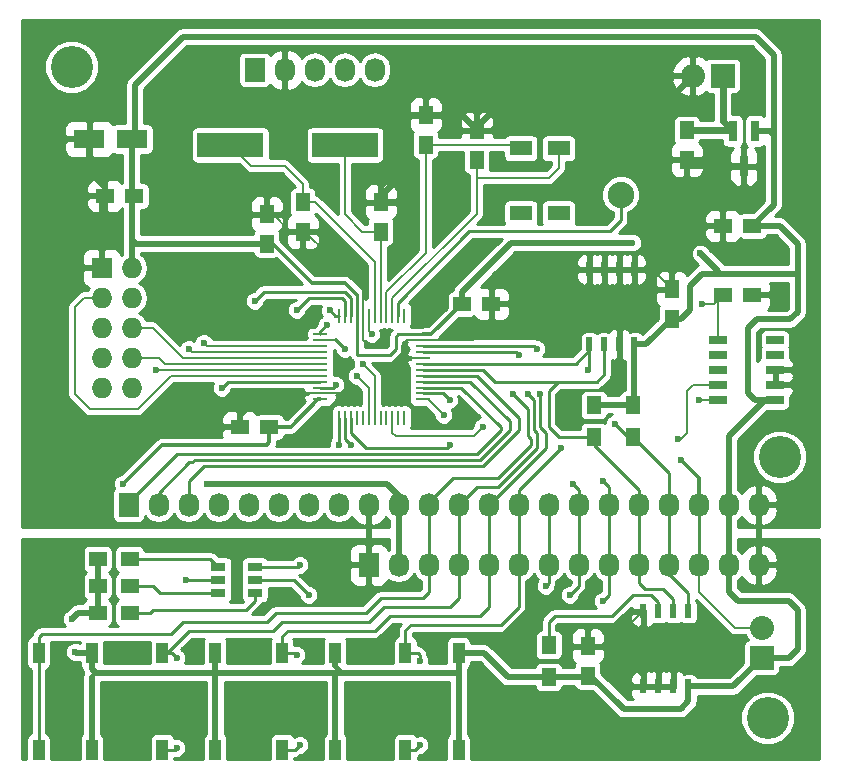
<source format=gtl>
G04 #@! TF.FileFunction,Copper,L1,Top,Signal*
%FSLAX46Y46*%
G04 Gerber Fmt 4.6, Leading zero omitted, Abs format (unit mm)*
G04 Created by KiCad (PCBNEW 0.201508090901+6074~28~ubuntu14.04.1-product) date Mo 10 Aug 2015 18:55:09 CEST*
%MOMM*%
G01*
G04 APERTURE LIST*
%ADD10C,0.100000*%
%ADD11C,3.564000*%
%ADD12R,1.300000X0.700000*%
%ADD13R,1.250000X1.500000*%
%ADD14R,1.500000X1.250000*%
%ADD15R,2.600960X1.600200*%
%ADD16R,1.727200X2.032000*%
%ADD17O,1.727200X2.032000*%
%ADD18R,1.500000X0.760000*%
%ADD19R,2.032000X2.032000*%
%ADD20O,2.032000X2.032000*%
%ADD21R,1.300000X1.500000*%
%ADD22R,1.000760X1.800860*%
%ADD23R,0.250000X1.300000*%
%ADD24R,1.300000X0.250000*%
%ADD25R,0.800100X1.800860*%
%ADD26R,1.727200X1.727200*%
%ADD27O,1.727200X1.727200*%
%ADD28R,0.508000X1.143000*%
%ADD29R,5.600700X2.100580*%
%ADD30R,1.900000X1.300000*%
%ADD31R,1.500000X1.300000*%
%ADD32C,2.235200*%
%ADD33C,0.600000*%
%ADD34C,0.200000*%
%ADD35C,0.550000*%
%ADD36C,0.300000*%
%ADD37C,0.600000*%
%ADD38C,0.254000*%
%ADD39C,0.454000*%
G04 APERTURE END LIST*
D10*
D11*
X179578000Y-112776000D03*
X178562000Y-134874000D03*
D12*
X132054000Y-122090000D03*
X132054000Y-123190000D03*
X132054000Y-124290000D03*
X135154000Y-124290000D03*
X135154000Y-123190000D03*
X135154000Y-122090000D03*
D13*
X145796000Y-93706000D03*
X145796000Y-91206000D03*
X139192000Y-91206000D03*
X139192000Y-93706000D03*
X153924000Y-87610000D03*
X153924000Y-85110000D03*
X149606000Y-86340000D03*
X149606000Y-83840000D03*
D14*
X174772000Y-99060000D03*
X177272000Y-99060000D03*
D13*
X171704000Y-85110000D03*
X171704000Y-87610000D03*
D14*
X177272000Y-93218000D03*
X174772000Y-93218000D03*
X136378000Y-110236000D03*
X133878000Y-110236000D03*
X124948000Y-90678000D03*
X122448000Y-90678000D03*
D15*
X124736860Y-85852000D03*
X121135140Y-85852000D03*
D13*
X163322000Y-131298000D03*
X163322000Y-128798000D03*
D16*
X124460000Y-116840000D03*
D17*
X127000000Y-116840000D03*
X129540000Y-116840000D03*
X132080000Y-116840000D03*
X134620000Y-116840000D03*
X137160000Y-116840000D03*
X139700000Y-116840000D03*
X142240000Y-116840000D03*
X144780000Y-116840000D03*
X147320000Y-116840000D03*
X149860000Y-116840000D03*
X152400000Y-116840000D03*
X154940000Y-116840000D03*
X157480000Y-116840000D03*
X160020000Y-116840000D03*
X162560000Y-116840000D03*
X165100000Y-116840000D03*
X167640000Y-116840000D03*
X170180000Y-116840000D03*
X172720000Y-116840000D03*
X175260000Y-116840000D03*
X177800000Y-116840000D03*
D16*
X144780000Y-121920000D03*
D17*
X147320000Y-121920000D03*
X149860000Y-121920000D03*
X152400000Y-121920000D03*
X154940000Y-121920000D03*
X157480000Y-121920000D03*
X160020000Y-121920000D03*
X162560000Y-121920000D03*
X165100000Y-121920000D03*
X167640000Y-121920000D03*
X170180000Y-121920000D03*
X172720000Y-121920000D03*
X175260000Y-121920000D03*
X177800000Y-121920000D03*
D18*
X179184000Y-107950000D03*
X174384000Y-107950000D03*
X179184000Y-106680000D03*
X174384000Y-106680000D03*
X179184000Y-105410000D03*
X174384000Y-105410000D03*
X179184000Y-104140000D03*
X174384000Y-104140000D03*
X179184000Y-102870000D03*
X174384000Y-102870000D03*
D19*
X178054000Y-129794000D03*
D20*
X178054000Y-127254000D03*
D16*
X135128000Y-80010000D03*
D17*
X137668000Y-80010000D03*
X140208000Y-80010000D03*
X142748000Y-80010000D03*
X145288000Y-80010000D03*
D21*
X167132000Y-108378000D03*
X167132000Y-111078000D03*
X163830000Y-108378000D03*
X163830000Y-111078000D03*
X160020000Y-131398000D03*
X160020000Y-128698000D03*
D22*
X116840000Y-129377440D03*
X116840000Y-137576560D03*
X121340880Y-137576560D03*
X121340880Y-129377440D03*
X127289560Y-129377440D03*
X127289560Y-137576560D03*
X131790440Y-137576560D03*
X131790440Y-129377440D03*
X137449560Y-129377440D03*
X137449560Y-137576560D03*
X141950440Y-137576560D03*
X141950440Y-129377440D03*
X147899120Y-129377440D03*
X147899120Y-137576560D03*
X152400000Y-137576560D03*
X152400000Y-129377440D03*
D23*
X147784000Y-100806000D03*
X147284000Y-100806000D03*
X146784000Y-100806000D03*
X146284000Y-100806000D03*
X145784000Y-100806000D03*
X145284000Y-100806000D03*
X144784000Y-100806000D03*
X144284000Y-100806000D03*
X143784000Y-100806000D03*
X143284000Y-100806000D03*
X142784000Y-100806000D03*
X142284000Y-100806000D03*
D24*
X140684000Y-102406000D03*
X140684000Y-102906000D03*
X140684000Y-103406000D03*
X140684000Y-103906000D03*
X140684000Y-104406000D03*
X140684000Y-104906000D03*
X140684000Y-105406000D03*
X140684000Y-105906000D03*
X140684000Y-106406000D03*
X140684000Y-106906000D03*
X140684000Y-107406000D03*
X140684000Y-107906000D03*
D23*
X142284000Y-109506000D03*
X142784000Y-109506000D03*
X143284000Y-109506000D03*
X143784000Y-109506000D03*
X144284000Y-109506000D03*
X144784000Y-109506000D03*
X145284000Y-109506000D03*
X145784000Y-109506000D03*
X146284000Y-109506000D03*
X146784000Y-109506000D03*
X147284000Y-109506000D03*
X147784000Y-109506000D03*
D24*
X149384000Y-107906000D03*
X149384000Y-107406000D03*
X149384000Y-106906000D03*
X149384000Y-106406000D03*
X149384000Y-105906000D03*
X149384000Y-105406000D03*
X149384000Y-104906000D03*
X149384000Y-104406000D03*
X149384000Y-103906000D03*
X149384000Y-103406000D03*
X149384000Y-102906000D03*
X149384000Y-102406000D03*
D25*
X177505400Y-85163660D03*
X175605400Y-85163660D03*
X176555400Y-88165940D03*
D26*
X122174000Y-96774000D03*
D27*
X124714000Y-96774000D03*
X122174000Y-99314000D03*
X124714000Y-99314000D03*
X122174000Y-101854000D03*
X124714000Y-101854000D03*
X122174000Y-104394000D03*
X124714000Y-104394000D03*
X122174000Y-106934000D03*
X124714000Y-106934000D03*
D28*
X167259000Y-103251000D03*
X165989000Y-103251000D03*
X164719000Y-103251000D03*
X163449000Y-103251000D03*
X163449000Y-96901000D03*
X164719000Y-96901000D03*
X165989000Y-96901000D03*
X167259000Y-96901000D03*
D29*
X142770860Y-86360000D03*
X133073140Y-86360000D03*
D30*
X160858000Y-86658000D03*
X157658000Y-86658000D03*
X157658000Y-92158000D03*
X160858000Y-92158000D03*
D19*
X174752000Y-80518000D03*
D20*
X172212000Y-80518000D03*
D28*
X171831000Y-132207000D03*
X170561000Y-132207000D03*
X169291000Y-132207000D03*
X168021000Y-132207000D03*
X168021000Y-125857000D03*
X169291000Y-125857000D03*
X170561000Y-125857000D03*
X171831000Y-125857000D03*
D13*
X136144000Y-94722000D03*
X136144000Y-92222000D03*
D14*
X152674000Y-99822000D03*
X155174000Y-99822000D03*
D31*
X121840000Y-121412000D03*
X124540000Y-121412000D03*
X121840000Y-123698000D03*
X124540000Y-123698000D03*
X121840000Y-125984000D03*
X124540000Y-125984000D03*
D13*
X170434000Y-101072000D03*
X170434000Y-98572000D03*
D11*
X119634000Y-79756000D03*
D32*
X166116000Y-90563700D03*
D33*
X132969000Y-100787200D03*
X131343400Y-100761800D03*
X129222500Y-100749100D03*
X129133600Y-99047300D03*
X131432300Y-99098100D03*
X132854700Y-99021900D03*
X132829300Y-96761300D03*
X131203700Y-96723200D03*
X129133600Y-96697800D03*
X129921000Y-93294200D03*
X127914400Y-92430600D03*
X118719600Y-92392500D03*
X153504900Y-95440500D03*
X152247600Y-90474800D03*
X151460200Y-91694000D03*
X147777200Y-91643200D03*
X140004800Y-128917700D03*
X134645400Y-129527300D03*
X130009900Y-129222500D03*
X124421900Y-129590800D03*
X119303800Y-133858000D03*
X125056900Y-134200900D03*
X130340100Y-133832600D03*
X135343900Y-134505700D03*
X140449300Y-133781800D03*
X145034000Y-129451100D03*
X145034000Y-134086600D03*
X165544500Y-129971800D03*
X181381400Y-105867200D03*
X179235100Y-99326700D03*
X174244000Y-128778000D03*
X135636000Y-96774000D03*
X141478000Y-95758000D03*
X143764000Y-107442000D03*
X144780000Y-103378000D03*
X145796000Y-105156000D03*
X172212000Y-78486000D03*
X180594000Y-79756000D03*
X172974000Y-99822000D03*
X145034000Y-102362000D03*
X172859700Y-95554800D03*
X167106600Y-94640400D03*
X123952000Y-115062000D03*
X131064000Y-115062000D03*
X124714000Y-93980000D03*
X119634000Y-126492000D03*
X119888000Y-129286000D03*
X139700000Y-124460000D03*
X164592000Y-124968000D03*
X143256000Y-111760000D03*
X164592000Y-114808000D03*
X159766000Y-123698000D03*
X138938000Y-121920000D03*
X141986000Y-106680000D03*
X129286000Y-123190000D03*
X161798000Y-124460000D03*
X162052000Y-115062000D03*
X142240000Y-111760000D03*
X132334000Y-106934000D03*
X135128000Y-99568000D03*
X138684000Y-100330000D03*
X141478000Y-100330000D03*
X141224000Y-101600000D03*
X156972000Y-107442000D03*
X151638000Y-107950000D03*
X158242000Y-107442000D03*
X157480000Y-104140000D03*
X128524000Y-137414000D03*
X128524000Y-129794000D03*
X159258000Y-107442000D03*
X159004000Y-103632000D03*
X138938000Y-137160000D03*
X138684000Y-129540000D03*
X151638000Y-111760000D03*
X161036000Y-112014000D03*
X149098000Y-137160000D03*
X149098000Y-130048000D03*
X163322000Y-105410000D03*
X165608000Y-109982000D03*
X171196000Y-113030000D03*
X142748000Y-103632000D03*
X154432000Y-110236000D03*
X172720000Y-107950000D03*
X151130000Y-109220000D03*
X170942000Y-111252000D03*
X143764000Y-105918000D03*
X144272000Y-104902000D03*
X130810000Y-103124000D03*
X129540000Y-103632000D03*
X126746000Y-105410000D03*
D34*
X145796000Y-93706000D02*
X144252000Y-93706000D01*
X142770860Y-92224860D02*
X142770860Y-86360000D01*
X144252000Y-93706000D02*
X142770860Y-92224860D01*
X145784000Y-100806000D02*
X145784000Y-93718000D01*
X145784000Y-93718000D02*
X145796000Y-93706000D01*
D35*
X177800000Y-116840000D02*
X177800000Y-121920000D01*
X144780000Y-121920000D02*
X144780000Y-116840000D01*
X176555400Y-88165940D02*
X172259940Y-88165940D01*
X172259940Y-88165940D02*
X171704000Y-87610000D01*
X122174000Y-96774000D02*
X120497600Y-96774000D01*
X132969000Y-100787200D02*
X132994400Y-100787200D01*
X129514600Y-100698300D02*
X131343400Y-100761800D01*
X129222500Y-100749100D02*
X129514600Y-100698300D01*
X131381500Y-99047300D02*
X129133600Y-99047300D01*
X131432300Y-99098100D02*
X131381500Y-99047300D01*
X132854700Y-96786700D02*
X132854700Y-99021900D01*
X132829300Y-96761300D02*
X132854700Y-96786700D01*
X129159000Y-96723200D02*
X131203700Y-96723200D01*
X129133600Y-96697800D02*
X129159000Y-96723200D01*
X128778000Y-93294200D02*
X129921000Y-93294200D01*
X127914400Y-92430600D02*
X128778000Y-93294200D01*
X118719600Y-94996000D02*
X118719600Y-92392500D01*
X120497600Y-96774000D02*
X118719600Y-94996000D01*
X145796000Y-91206000D02*
X147340000Y-91206000D01*
X152247600Y-90906600D02*
X152247600Y-90474800D01*
X151460200Y-91694000D02*
X152247600Y-90906600D01*
X147340000Y-91206000D02*
X147777200Y-91643200D01*
X140004800Y-128917700D02*
X139954000Y-128917700D01*
X134645400Y-129527300D02*
X134670800Y-129527300D01*
X130035300Y-129197100D02*
X130060700Y-129197100D01*
X130009900Y-129222500D02*
X130035300Y-129197100D01*
X124510800Y-129501900D02*
X124523500Y-129501900D01*
X124421900Y-129590800D02*
X124510800Y-129501900D01*
X118973600Y-133527800D02*
X118973600Y-132994400D01*
X119303800Y-133858000D02*
X118973600Y-133527800D01*
X129971800Y-134200900D02*
X125056900Y-134200900D01*
X130340100Y-133832600D02*
X129971800Y-134200900D01*
X136105900Y-133743700D02*
X135343900Y-134505700D01*
X140487400Y-133743700D02*
X136105900Y-133743700D01*
X140449300Y-133781800D02*
X140487400Y-133743700D01*
X145148300Y-129311400D02*
X144983200Y-129311400D01*
X145173700Y-129336800D02*
X145148300Y-129311400D01*
X145148300Y-129336800D02*
X145173700Y-129336800D01*
X145034000Y-129451100D02*
X145148300Y-129336800D01*
X165207950Y-128885950D02*
X165207950Y-129635250D01*
X145097500Y-134023100D02*
X145097500Y-134061200D01*
X145034000Y-134086600D02*
X145097500Y-134023100D01*
X165207950Y-129635250D02*
X165544500Y-129971800D01*
X177272000Y-99060000D02*
X178968400Y-99060000D01*
X180568600Y-106680000D02*
X179184000Y-106680000D01*
X181381400Y-105867200D02*
X180568600Y-106680000D01*
X178968400Y-99060000D02*
X179235100Y-99326700D01*
D34*
X169291000Y-130937000D02*
X169291000Y-132207000D01*
X170180000Y-130048000D02*
X169291000Y-130937000D01*
X172974000Y-130048000D02*
X170180000Y-130048000D01*
X174244000Y-128778000D02*
X172974000Y-130048000D01*
X182626000Y-81788000D02*
X180594000Y-79756000D01*
X177800000Y-116840000D02*
X181356000Y-116840000D01*
X181356000Y-116840000D02*
X182626000Y-115570000D01*
X182626000Y-115570000D02*
X182626000Y-81788000D01*
X141478000Y-95758000D02*
X139426000Y-93706000D01*
X139192000Y-93706000D02*
X139426000Y-93706000D01*
X177800000Y-121920000D02*
X177800000Y-122174000D01*
X168021000Y-125857000D02*
X165080000Y-128798000D01*
X165120000Y-128798000D02*
X165207950Y-128885950D01*
X165207950Y-128885950D02*
X165354000Y-129032000D01*
X165080000Y-128798000D02*
X165120000Y-128798000D01*
X168021000Y-132207000D02*
X168021000Y-131445000D01*
X165374000Y-128798000D02*
X163322000Y-128798000D01*
X168021000Y-131445000D02*
X165374000Y-128798000D01*
X165989000Y-103251000D02*
X165989000Y-96901000D01*
X153924000Y-85110000D02*
X153924000Y-84836000D01*
D35*
X153924000Y-84836000D02*
X155702000Y-83058000D01*
X155702000Y-83058000D02*
X169672000Y-83058000D01*
D34*
X140684000Y-107406000D02*
X143728000Y-107406000D01*
X143728000Y-107406000D02*
X143764000Y-107442000D01*
X144284000Y-100806000D02*
X144284000Y-102882000D01*
X144284000Y-102882000D02*
X144780000Y-103378000D01*
X146304000Y-105410000D02*
X147701000Y-104013000D01*
X145796000Y-105156000D02*
X146050000Y-105410000D01*
X146050000Y-105410000D02*
X146304000Y-105410000D01*
X149384000Y-104406000D02*
X148094000Y-104406000D01*
X148094000Y-104406000D02*
X148082000Y-104394000D01*
X147701000Y-104013000D02*
X148082000Y-104394000D01*
X148046000Y-102906000D02*
X147574000Y-103378000D01*
X148046000Y-102906000D02*
X149384000Y-102906000D01*
X147574000Y-103886000D02*
X147701000Y-104013000D01*
X147574000Y-103378000D02*
X147574000Y-103886000D01*
X121135140Y-85852000D02*
X121135140Y-83842860D01*
X121135140Y-83842860D02*
X128778000Y-76200000D01*
X128778000Y-76200000D02*
X179324000Y-76200000D01*
X179324000Y-76200000D02*
X180594000Y-77470000D01*
X180594000Y-77470000D02*
X180594000Y-79756000D01*
X136144000Y-92222000D02*
X131338000Y-92222000D01*
X137668000Y-82042000D02*
X137668000Y-80010000D01*
X136906000Y-82804000D02*
X137668000Y-82042000D01*
X129540000Y-82804000D02*
X136906000Y-82804000D01*
X128270000Y-84074000D02*
X129540000Y-82804000D01*
X128270000Y-89154000D02*
X128270000Y-84074000D01*
X131338000Y-92222000D02*
X128270000Y-89154000D01*
X171704000Y-87610000D02*
X171704000Y-89662000D01*
X170434000Y-90932000D02*
X170434000Y-98572000D01*
X171704000Y-89662000D02*
X170434000Y-90932000D01*
D35*
X172212000Y-80518000D02*
X172212000Y-78486000D01*
X171704000Y-87610000D02*
X170160000Y-87610000D01*
X169672000Y-83058000D02*
X172212000Y-80518000D01*
X169672000Y-87122000D02*
X169672000Y-83058000D01*
X170160000Y-87610000D02*
X169672000Y-87122000D01*
D34*
X167259000Y-96901000D02*
X168763000Y-96901000D01*
X168763000Y-96901000D02*
X170434000Y-98572000D01*
X165989000Y-96901000D02*
X167259000Y-96901000D01*
X164719000Y-96901000D02*
X165989000Y-96901000D01*
X163449000Y-96901000D02*
X164719000Y-96901000D01*
X155174000Y-99822000D02*
X156464000Y-99822000D01*
X159385000Y-96901000D02*
X163449000Y-96901000D01*
X156464000Y-99822000D02*
X159385000Y-96901000D01*
D35*
X149606000Y-83840000D02*
X152654000Y-83840000D01*
X152654000Y-83840000D02*
X153924000Y-85110000D01*
D34*
X147320000Y-85090000D02*
X147320000Y-84836000D01*
D35*
X147320000Y-89154000D02*
X147320000Y-85090000D01*
X145796000Y-90678000D02*
X147320000Y-89154000D01*
X148316000Y-83840000D02*
X149606000Y-83840000D01*
X147320000Y-84836000D02*
X148316000Y-83840000D01*
D34*
X145796000Y-91206000D02*
X145796000Y-90678000D01*
X136144000Y-92222000D02*
X136672000Y-92222000D01*
X136672000Y-92222000D02*
X138156000Y-93706000D01*
X138156000Y-93706000D02*
X139192000Y-93706000D01*
D35*
X122448000Y-90678000D02*
X122448000Y-89936000D01*
X121135140Y-88623140D02*
X121135140Y-85852000D01*
X122448000Y-89936000D02*
X121135140Y-88623140D01*
X122174000Y-96774000D02*
X122174000Y-90952000D01*
D34*
X122174000Y-90952000D02*
X122448000Y-90678000D01*
X139192000Y-93706000D02*
X139192000Y-96266000D01*
X144284000Y-98564000D02*
X144284000Y-100806000D01*
X143002000Y-97282000D02*
X144284000Y-98564000D01*
X140208000Y-97282000D02*
X143002000Y-97282000D01*
X139192000Y-96266000D02*
X140208000Y-97282000D01*
X149384000Y-102906000D02*
X153634000Y-102906000D01*
X155174000Y-101366000D02*
X155174000Y-99822000D01*
X153634000Y-102906000D02*
X155174000Y-101366000D01*
X140684000Y-107406000D02*
X135926000Y-107406000D01*
X133878000Y-109454000D02*
X133878000Y-110236000D01*
X135926000Y-107406000D02*
X133878000Y-109454000D01*
D36*
X172209140Y-88115140D02*
X171704000Y-87610000D01*
X174818000Y-93172000D02*
X174772000Y-93218000D01*
X169291000Y-132207000D02*
X168021000Y-132207000D01*
X170561000Y-132207000D02*
X169291000Y-132207000D01*
D34*
X139192000Y-91206000D02*
X139192000Y-89662000D01*
X134851140Y-88138000D02*
X133073140Y-86360000D01*
X137668000Y-88138000D02*
X134851140Y-88138000D01*
X139192000Y-89662000D02*
X137668000Y-88138000D01*
X145284000Y-100806000D02*
X145284000Y-96262000D01*
X140228000Y-91206000D02*
X139192000Y-91206000D01*
X145284000Y-96262000D02*
X140228000Y-91206000D01*
X160858000Y-86658000D02*
X160858000Y-88316000D01*
X160020000Y-89154000D02*
X153924000Y-89154000D01*
X160858000Y-88316000D02*
X160020000Y-89154000D01*
X146784000Y-100806000D02*
X146784000Y-99342000D01*
X153924000Y-92202000D02*
X153924000Y-89154000D01*
X153924000Y-89154000D02*
X153924000Y-87610000D01*
X146784000Y-99342000D02*
X153924000Y-92202000D01*
X149606000Y-86340000D02*
X157340000Y-86340000D01*
X157340000Y-86340000D02*
X157658000Y-86658000D01*
X146284000Y-100806000D02*
X146284000Y-98826000D01*
X149606000Y-95504000D02*
X149606000Y-86340000D01*
X146284000Y-98826000D02*
X149606000Y-95504000D01*
X174384000Y-102870000D02*
X174384000Y-99448000D01*
X174384000Y-99448000D02*
X174772000Y-99060000D01*
X172974000Y-99822000D02*
X174010000Y-99822000D01*
X174010000Y-99822000D02*
X174772000Y-99060000D01*
X144784000Y-100806000D02*
X144784000Y-102112000D01*
X172974000Y-99822000D02*
X173228000Y-99822000D01*
X144784000Y-102112000D02*
X145034000Y-102362000D01*
D37*
X174752000Y-80518000D02*
X174752000Y-84310260D01*
X174752000Y-84310260D02*
X175605400Y-85163660D01*
X171704000Y-85110000D02*
X175551740Y-85110000D01*
X175551740Y-85110000D02*
X175605400Y-85163660D01*
D35*
X177505400Y-85163660D02*
X178737260Y-85163660D01*
X178737260Y-85163660D02*
X179070000Y-85496400D01*
X179070000Y-86309200D02*
X179070000Y-91420000D01*
X179070000Y-91420000D02*
X177272000Y-93218000D01*
X179070000Y-86360000D02*
X179070000Y-86309200D01*
X179070000Y-86309200D02*
X179070000Y-85496400D01*
X179070000Y-85496400D02*
X179070000Y-78740000D01*
X179070000Y-78740000D02*
X177546000Y-77216000D01*
X177546000Y-77216000D02*
X129032000Y-77216000D01*
X175260000Y-121920000D02*
X175260000Y-116840000D01*
X147320000Y-116840000D02*
X147320000Y-121920000D01*
X152674000Y-99822000D02*
X152674000Y-98824100D01*
X174383700Y-97078800D02*
X174383700Y-97282000D01*
X172859700Y-95554800D02*
X174383700Y-97078800D01*
X156857700Y-94640400D02*
X167106600Y-94640400D01*
X152674000Y-98824100D02*
X156857700Y-94640400D01*
X179184000Y-107950000D02*
X177457100Y-107950000D01*
X181102000Y-100507800D02*
X181102000Y-97282000D01*
X180492400Y-101117400D02*
X181102000Y-100507800D01*
X177673000Y-101117400D02*
X180492400Y-101117400D01*
X176885600Y-101904800D02*
X177673000Y-101117400D01*
X176885600Y-107378500D02*
X176885600Y-101904800D01*
X177457100Y-107950000D02*
X176885600Y-107378500D01*
X136144000Y-94722000D02*
X125062300Y-94722000D01*
X125062300Y-94722000D02*
X124714000Y-94373700D01*
X175260000Y-121920000D02*
X175260000Y-124206000D01*
X180340000Y-129794000D02*
X178054000Y-129794000D01*
X181102000Y-129032000D02*
X180340000Y-129794000D01*
X181102000Y-125730000D02*
X181102000Y-129032000D01*
X180340000Y-124968000D02*
X181102000Y-125730000D01*
X176022000Y-124968000D02*
X180340000Y-124968000D01*
X175260000Y-124206000D02*
X176022000Y-124968000D01*
X171831000Y-132207000D02*
X175641000Y-132207000D01*
X175641000Y-132207000D02*
X178054000Y-129794000D01*
X175260000Y-116840000D02*
X175260000Y-110998000D01*
X175260000Y-110998000D02*
X178308000Y-107950000D01*
D38*
X178308000Y-107950000D02*
X179184000Y-107950000D01*
D35*
X171831000Y-132207000D02*
X171831000Y-133477000D01*
X166370000Y-134112000D02*
X163556000Y-131298000D01*
X171196000Y-134112000D02*
X166370000Y-134112000D01*
X171831000Y-133477000D02*
X171196000Y-134112000D01*
D38*
X163556000Y-131298000D02*
X163322000Y-131298000D01*
D35*
X152400000Y-129377440D02*
X154523440Y-129377440D01*
X156544000Y-131398000D02*
X160020000Y-131398000D01*
X154523440Y-129377440D02*
X156544000Y-131398000D01*
D38*
X149384000Y-102406000D02*
X147276000Y-102406000D01*
X143784000Y-100806000D02*
X143784000Y-104120000D01*
X143784000Y-104120000D02*
X143804000Y-104140000D01*
X143804000Y-104140000D02*
X144780000Y-104140000D01*
X144780000Y-104140000D02*
X146558000Y-104140000D01*
X146558000Y-104140000D02*
X147066000Y-103632000D01*
X147066000Y-103632000D02*
X147066000Y-102616000D01*
X147066000Y-102616000D02*
X147276000Y-102406000D01*
X147276000Y-102406000D02*
X147320000Y-102362000D01*
X143784000Y-100806000D02*
X143762002Y-100806000D01*
D36*
X136144000Y-94234000D02*
X139954000Y-98044000D01*
X139954000Y-98044000D02*
X142748000Y-98044000D01*
X142748000Y-98044000D02*
X143784000Y-99080000D01*
D38*
X143784000Y-99080000D02*
X143784000Y-100806000D01*
D36*
X136378000Y-110236000D02*
X136378000Y-111526000D01*
X127254000Y-111760000D02*
X123952000Y-115062000D01*
X136144000Y-111760000D02*
X127254000Y-111760000D01*
X136378000Y-111526000D02*
X136144000Y-111760000D01*
X147320000Y-116840000D02*
X147320000Y-116078000D01*
D35*
X147320000Y-116078000D02*
X146304000Y-115062000D01*
X146304000Y-115062000D02*
X131064000Y-115062000D01*
X170434000Y-101072000D02*
X171216000Y-101072000D01*
X171216000Y-101072000D02*
X171958000Y-100330000D01*
X171958000Y-100330000D02*
X171958000Y-98298000D01*
X171958000Y-98298000D02*
X172974000Y-97282000D01*
X172974000Y-97282000D02*
X174383700Y-97282000D01*
X174383700Y-97282000D02*
X181102000Y-97282000D01*
X179578000Y-93218000D02*
X181102000Y-94742000D01*
X181102000Y-94742000D02*
X181102000Y-97282000D01*
X179578000Y-93218000D02*
X177272000Y-93218000D01*
D36*
X136144000Y-94234000D02*
X136144000Y-94234000D01*
D35*
X168255000Y-103251000D02*
X170434000Y-101072000D01*
X124714000Y-96774000D02*
X124714000Y-94373700D01*
X124714000Y-94373700D02*
X124714000Y-93980000D01*
X124714000Y-93980000D02*
X124714000Y-90912000D01*
D36*
X124714000Y-90912000D02*
X124948000Y-90678000D01*
D35*
X124736860Y-85852000D02*
X124736860Y-90466860D01*
D36*
X124736860Y-90466860D02*
X124948000Y-90678000D01*
D35*
X128016000Y-78232000D02*
X124968000Y-81280000D01*
X129032000Y-77216000D02*
X128016000Y-78232000D01*
X124968000Y-81280000D02*
X124968000Y-85620860D01*
D36*
X124968000Y-85620860D02*
X124736860Y-85852000D01*
X149384000Y-102406000D02*
X150090000Y-102406000D01*
X150090000Y-102406000D02*
X152674000Y-99822000D01*
X140684000Y-107906000D02*
X140506000Y-107906000D01*
X140506000Y-107906000D02*
X138176000Y-110236000D01*
X138176000Y-110236000D02*
X136378000Y-110236000D01*
D35*
X167398700Y-103251000D02*
X168255000Y-103251000D01*
X167271700Y-108381800D02*
X167271700Y-103378000D01*
D36*
X167271700Y-103378000D02*
X167398700Y-103251000D01*
D35*
X167271700Y-108381800D02*
X163830000Y-108378000D01*
X131790440Y-137576560D02*
X131790440Y-131064000D01*
X141950440Y-137576560D02*
X141950440Y-131064000D01*
X152400000Y-131064000D02*
X152400000Y-137576560D01*
X121340880Y-129377440D02*
X119979440Y-129377440D01*
X120142000Y-125984000D02*
X121840000Y-125984000D01*
X119634000Y-126492000D02*
X120142000Y-125984000D01*
X119979440Y-129377440D02*
X119888000Y-129286000D01*
X121840000Y-123698000D02*
X121840000Y-125984000D01*
X121840000Y-121158000D02*
X121840000Y-123698000D01*
X121340880Y-137576560D02*
X121340880Y-131389120D01*
D36*
X121340880Y-131389120D02*
X121666000Y-131064000D01*
X132080000Y-131064000D02*
X131790440Y-131064000D01*
D35*
X131790440Y-131064000D02*
X121666000Y-131064000D01*
X121340880Y-130738880D02*
X121340880Y-129377440D01*
X121666000Y-131064000D02*
X121340880Y-130738880D01*
X142494000Y-131064000D02*
X141950440Y-131064000D01*
X141950440Y-131064000D02*
X132080000Y-131064000D01*
X131790440Y-130774440D02*
X131790440Y-129377440D01*
D36*
X132080000Y-131064000D02*
X131790440Y-130774440D01*
D35*
X152400000Y-131064000D02*
X142494000Y-131064000D01*
X141950440Y-130520440D02*
X141950440Y-129377440D01*
D39*
X142494000Y-131064000D02*
X141950440Y-130520440D01*
D35*
X152400000Y-131064000D02*
X152400000Y-129377440D01*
X160020000Y-131398000D02*
X163222000Y-131398000D01*
D36*
X163222000Y-131398000D02*
X163322000Y-131298000D01*
D38*
X165100000Y-121920000D02*
X165100000Y-124460000D01*
X138430000Y-123190000D02*
X135154000Y-123190000D01*
X139700000Y-124460000D02*
X138430000Y-123190000D01*
X165100000Y-124460000D02*
X164592000Y-124968000D01*
X165100000Y-116840000D02*
X165100000Y-115316000D01*
X142748000Y-111252000D02*
X142784000Y-109506000D01*
X143256000Y-111760000D02*
X142748000Y-111252000D01*
X165100000Y-115316000D02*
X164592000Y-114808000D01*
X165100000Y-116840000D02*
X165100000Y-121920000D01*
X135154000Y-122090000D02*
X138768000Y-122090000D01*
X160020000Y-123444000D02*
X159766000Y-123698000D01*
X160020000Y-123444000D02*
X160020000Y-121920000D01*
X138768000Y-122090000D02*
X138938000Y-121920000D01*
X140684000Y-106906000D02*
X141760000Y-106906000D01*
X141760000Y-106906000D02*
X141986000Y-106680000D01*
X160020000Y-116840000D02*
X160020000Y-121920000D01*
X162560000Y-121920000D02*
X162560000Y-123698000D01*
X129286000Y-123190000D02*
X132054000Y-123190000D01*
X162560000Y-123698000D02*
X161798000Y-124460000D01*
X142284000Y-109506000D02*
X142284000Y-111716000D01*
X162560000Y-115570000D02*
X162052000Y-115062000D01*
X162560000Y-115570000D02*
X162560000Y-116840000D01*
X142284000Y-111716000D02*
X142240000Y-111760000D01*
X162560000Y-116840000D02*
X162560000Y-121920000D01*
X146304000Y-112522000D02*
X153924000Y-112522000D01*
X128524000Y-112522000D02*
X146304000Y-112522000D01*
X124460000Y-116586000D02*
X128524000Y-112522000D01*
X152626000Y-106906000D02*
X149384000Y-106906000D01*
X155956000Y-110236000D02*
X152626000Y-106906000D01*
X155956000Y-110490000D02*
X155956000Y-110236000D01*
X153924000Y-112522000D02*
X155956000Y-110490000D01*
X124460000Y-116840000D02*
X124460000Y-116586000D01*
X127000000Y-116840000D02*
X127000000Y-115824000D01*
X127000000Y-115824000D02*
X129609856Y-113214144D01*
X129609856Y-113214144D02*
X129863856Y-113214144D01*
X129863856Y-113214144D02*
X130048000Y-113030000D01*
X130048000Y-113030000D02*
X154178000Y-113030000D01*
X154178000Y-113030000D02*
X156718000Y-110490000D01*
X156718000Y-110490000D02*
X156718000Y-109728000D01*
X156718000Y-109728000D02*
X153396000Y-106406000D01*
X153396000Y-106406000D02*
X149384000Y-106406000D01*
X129540000Y-116840000D02*
X129540000Y-114808000D01*
X153912000Y-105906000D02*
X149384000Y-105906000D01*
X157480000Y-109474000D02*
X153912000Y-105906000D01*
X157480000Y-110490000D02*
X157480000Y-109474000D01*
X154432000Y-113538000D02*
X157480000Y-110490000D01*
X130810000Y-113538000D02*
X154432000Y-113538000D01*
X129540000Y-114808000D02*
X130810000Y-113538000D01*
X132862000Y-106406000D02*
X132334000Y-106934000D01*
X132862000Y-106406000D02*
X140684000Y-106406000D01*
X143284000Y-99342000D02*
X142748000Y-98806000D01*
X142748000Y-98806000D02*
X135890000Y-98806000D01*
X135890000Y-98806000D02*
X135128000Y-99568000D01*
X143284000Y-99342000D02*
X143284000Y-100806000D01*
X142784000Y-99604000D02*
X142494000Y-99314000D01*
X142494000Y-99314000D02*
X139700000Y-99314000D01*
X139700000Y-99314000D02*
X138684000Y-100330000D01*
X142784000Y-100806000D02*
X142784000Y-99604000D01*
X141954000Y-100806000D02*
X141478000Y-100330000D01*
X141954000Y-100806000D02*
X142284000Y-100806000D01*
X140684000Y-102140000D02*
X141224000Y-101600000D01*
X140684000Y-102406000D02*
X140684000Y-102140000D01*
X149384000Y-107406000D02*
X151094000Y-107406000D01*
X151892000Y-114554000D02*
X155751998Y-114554000D01*
X155751998Y-114554000D02*
X158545998Y-111760000D01*
X158545998Y-111760000D02*
X158545998Y-111301998D01*
X158545998Y-111301998D02*
X158242000Y-110998000D01*
X158242000Y-110998000D02*
X158242000Y-108712000D01*
X158242000Y-108712000D02*
X156972000Y-107442000D01*
X151638000Y-107950000D02*
X151130000Y-107442000D01*
X151892000Y-114554000D02*
X149860000Y-116586000D01*
X151094000Y-107406000D02*
X151130000Y-107442000D01*
X149860000Y-116840000D02*
X149860000Y-116586000D01*
X116840000Y-137576560D02*
X116840000Y-129377440D01*
X149860000Y-121920000D02*
X149860000Y-124206000D01*
X116840000Y-128016000D02*
X116840000Y-129377440D01*
X117094000Y-127762000D02*
X116840000Y-128016000D01*
X128016000Y-127762000D02*
X117094000Y-127762000D01*
X129032000Y-126746000D02*
X128016000Y-127762000D01*
X136144000Y-126746000D02*
X129032000Y-126746000D01*
X136906000Y-125984000D02*
X136144000Y-126746000D01*
X144526000Y-125984000D02*
X136906000Y-125984000D01*
X145796000Y-124714000D02*
X144526000Y-125984000D01*
X149352000Y-124714000D02*
X145796000Y-124714000D01*
X149860000Y-124206000D02*
X149352000Y-124714000D01*
X149860000Y-116840000D02*
X149860000Y-121920000D01*
X149384000Y-103906000D02*
X157246000Y-103906000D01*
X153924000Y-115316000D02*
X155702000Y-115316000D01*
X155702000Y-115316000D02*
X159004000Y-112014000D01*
X159004000Y-112014000D02*
X159004000Y-110744000D01*
X159004000Y-110744000D02*
X158750000Y-110490000D01*
X158750000Y-110490000D02*
X158750000Y-107950000D01*
X158750000Y-107950000D02*
X158242000Y-107442000D01*
X153924000Y-115316000D02*
X152400000Y-116840000D01*
X157246000Y-103906000D02*
X157480000Y-104140000D01*
X127289560Y-129377440D02*
X128107440Y-129377440D01*
X128361440Y-137576560D02*
X127289560Y-137576560D01*
X128524000Y-137414000D02*
X128361440Y-137576560D01*
X128107440Y-129377440D02*
X128524000Y-129794000D01*
X152400000Y-121920000D02*
X152400000Y-124714000D01*
X129540000Y-127508000D02*
X127670560Y-129377440D01*
X136652000Y-127508000D02*
X129540000Y-127508000D01*
X137414000Y-126746000D02*
X136652000Y-127508000D01*
X144780000Y-126746000D02*
X137414000Y-126746000D01*
X146050000Y-125476000D02*
X144780000Y-126746000D01*
X151638000Y-125476000D02*
X146050000Y-125476000D01*
X152400000Y-124714000D02*
X151638000Y-125476000D01*
X127670560Y-129377440D02*
X127289560Y-129377440D01*
X152400000Y-116840000D02*
X152400000Y-121920000D01*
X149384000Y-103406000D02*
X158778000Y-103406000D01*
X157226000Y-114554000D02*
X159766000Y-112014000D01*
X159766000Y-112014000D02*
X159766000Y-110744000D01*
X159766000Y-110744000D02*
X159258000Y-110236000D01*
X159258000Y-110236000D02*
X159258000Y-107442000D01*
X157226000Y-114554000D02*
X154940000Y-116840000D01*
X158778000Y-103406000D02*
X159004000Y-103632000D01*
X137449560Y-129377440D02*
X138521440Y-129377440D01*
X138521440Y-137576560D02*
X137449560Y-137576560D01*
X138938000Y-137160000D02*
X138521440Y-137576560D01*
X138521440Y-129377440D02*
X138684000Y-129540000D01*
X154940000Y-121920000D02*
X154940000Y-125476000D01*
X137449560Y-127980440D02*
X137449560Y-129377440D01*
X137922000Y-127508000D02*
X137449560Y-127980440D01*
X145288000Y-127508000D02*
X137922000Y-127508000D01*
X146558000Y-126238000D02*
X145288000Y-127508000D01*
X154178000Y-126238000D02*
X146558000Y-126238000D01*
X154940000Y-125476000D02*
X154178000Y-126238000D01*
X154940000Y-116840000D02*
X154940000Y-121920000D01*
X143284000Y-109506000D02*
X143284000Y-110772000D01*
X151384000Y-112014000D02*
X151638000Y-111760000D01*
X144526000Y-112014000D02*
X151384000Y-112014000D01*
X144018000Y-111506000D02*
X144526000Y-112014000D01*
X143284000Y-110772000D02*
X144018000Y-111506000D01*
X157480000Y-115570000D02*
X157480000Y-116840000D01*
X161036000Y-112014000D02*
X157480000Y-115570000D01*
X147899120Y-129377440D02*
X148935440Y-129377440D01*
X148681440Y-137576560D02*
X147899120Y-137576560D01*
X149098000Y-137160000D02*
X148681440Y-137576560D01*
X149098000Y-129540000D02*
X149098000Y-130048000D01*
X148935440Y-129377440D02*
X149098000Y-129540000D01*
X157480000Y-121920000D02*
X157480000Y-125476000D01*
X147899120Y-127436880D02*
X147899120Y-129377440D01*
X148336000Y-127000000D02*
X147899120Y-127436880D01*
X155956000Y-127000000D02*
X148336000Y-127000000D01*
X157480000Y-125476000D02*
X155956000Y-127000000D01*
X157480000Y-116840000D02*
X157480000Y-121920000D01*
X170561000Y-125857000D02*
X170561000Y-124841000D01*
X167640000Y-123444000D02*
X167640000Y-121920000D01*
X168148000Y-123952000D02*
X167640000Y-123444000D01*
X169672000Y-123952000D02*
X168148000Y-123952000D01*
X170561000Y-124841000D02*
X169672000Y-123952000D01*
X160782000Y-106426000D02*
X155448000Y-106426000D01*
X154428000Y-105406000D02*
X149384000Y-105406000D01*
X155448000Y-106426000D02*
X154428000Y-105406000D01*
X163830000Y-111078000D02*
X160862000Y-111078000D01*
X164719000Y-105791000D02*
X164719000Y-103251000D01*
X164084000Y-106426000D02*
X164719000Y-105791000D01*
X160782000Y-106426000D02*
X164084000Y-106426000D01*
X160020000Y-107188000D02*
X160782000Y-106426000D01*
X160020000Y-110236000D02*
X160020000Y-107188000D01*
X160862000Y-111078000D02*
X160020000Y-110236000D01*
X167640000Y-116840000D02*
X167640000Y-115570000D01*
X167640000Y-115570000D02*
X163830000Y-111760000D01*
X163830000Y-111760000D02*
X163830000Y-111078000D01*
X167640000Y-116840000D02*
X167640000Y-121920000D01*
X170180000Y-121920000D02*
X170180000Y-122682000D01*
X170180000Y-122682000D02*
X171831000Y-124333000D01*
X171831000Y-124333000D02*
X171831000Y-125857000D01*
X149384000Y-104906000D02*
X162302000Y-104906000D01*
X162302000Y-104906000D02*
X163449000Y-103759000D01*
X163449000Y-103759000D02*
X163449000Y-103251000D01*
X167132000Y-111078000D02*
X166704000Y-111078000D01*
X166704000Y-111078000D02*
X165608000Y-109982000D01*
X163449000Y-105283000D02*
X163449000Y-103251000D01*
X163322000Y-105410000D02*
X163449000Y-105283000D01*
X170180000Y-116840000D02*
X170180000Y-114126000D01*
X170180000Y-114126000D02*
X167132000Y-111078000D01*
X170180000Y-116840000D02*
X170180000Y-121920000D01*
D34*
X178054000Y-127254000D02*
X175768000Y-127254000D01*
X172720000Y-124206000D02*
X172720000Y-121920000D01*
X175768000Y-127254000D02*
X172720000Y-124206000D01*
X140684000Y-102906000D02*
X142022000Y-102906000D01*
D36*
X172720000Y-114554000D02*
X171196000Y-113030000D01*
X172720000Y-114554000D02*
X172720000Y-116840000D01*
X142022000Y-102906000D02*
X142748000Y-103632000D01*
D38*
X172720000Y-121920000D02*
X172720000Y-116840000D01*
D34*
X153670000Y-110998000D02*
X154432000Y-110236000D01*
X147066000Y-110998000D02*
X153670000Y-110998000D01*
X146784000Y-110716000D02*
X147066000Y-110998000D01*
X146784000Y-109506000D02*
X146784000Y-110716000D01*
X172720000Y-107950000D02*
X174384000Y-107950000D01*
X170942000Y-111252000D02*
X171196000Y-111252000D01*
X151130000Y-109220000D02*
X150114000Y-108204000D01*
X149816000Y-107906000D02*
X150114000Y-108204000D01*
X172212000Y-106680000D02*
X174384000Y-106680000D01*
X171704000Y-107188000D02*
X172212000Y-106680000D01*
X171704000Y-110744000D02*
X171704000Y-107188000D01*
X171196000Y-111252000D02*
X171704000Y-110744000D01*
X149384000Y-107906000D02*
X149816000Y-107906000D01*
X144784000Y-109506000D02*
X144784000Y-106938000D01*
X144784000Y-106938000D02*
X143764000Y-105918000D01*
X145284000Y-109506000D02*
X145284000Y-105914000D01*
X145284000Y-105914000D02*
X144272000Y-104902000D01*
D38*
X169291000Y-125857000D02*
X169291000Y-125095000D01*
X160020000Y-126746000D02*
X160020000Y-128698000D01*
X160528000Y-126238000D02*
X160020000Y-126746000D01*
X165354000Y-126238000D02*
X160528000Y-126238000D01*
X167132000Y-124460000D02*
X165354000Y-126238000D01*
X168656000Y-124460000D02*
X167132000Y-124460000D01*
X169291000Y-125095000D02*
X168656000Y-124460000D01*
D34*
X140684000Y-103406000D02*
X131092000Y-103406000D01*
X131092000Y-103406000D02*
X130810000Y-103124000D01*
X140684000Y-103906000D02*
X129814000Y-103906000D01*
X129814000Y-103906000D02*
X129540000Y-103632000D01*
X140684000Y-104406000D02*
X129044000Y-104406000D01*
X126492000Y-101854000D02*
X124714000Y-101854000D01*
X129044000Y-104406000D02*
X126492000Y-101854000D01*
X124714000Y-104394000D02*
X127000000Y-104394000D01*
X127512000Y-104906000D02*
X140684000Y-104906000D01*
X127000000Y-104394000D02*
X127512000Y-104906000D01*
X140684000Y-105406000D02*
X126750000Y-105406000D01*
X126750000Y-105406000D02*
X126746000Y-105410000D01*
X140684000Y-105906000D02*
X128028000Y-105906000D01*
X120650000Y-99314000D02*
X122174000Y-99314000D01*
X119888000Y-100076000D02*
X120650000Y-99314000D01*
X119888000Y-107442000D02*
X119888000Y-100076000D01*
X121158000Y-108712000D02*
X119888000Y-107442000D01*
X125222000Y-108712000D02*
X121158000Y-108712000D01*
X128028000Y-105906000D02*
X125222000Y-108712000D01*
D38*
X124540000Y-125984000D02*
X126238000Y-125984000D01*
X135154000Y-124942000D02*
X135154000Y-124290000D01*
X134366000Y-125730000D02*
X135154000Y-124942000D01*
X126492000Y-125730000D02*
X134366000Y-125730000D01*
X126238000Y-125984000D02*
X126492000Y-125730000D01*
X124540000Y-121412000D02*
X131376000Y-121412000D01*
X131376000Y-121412000D02*
X132054000Y-122090000D01*
X124540000Y-123698000D02*
X126492000Y-123698000D01*
X127084000Y-124290000D02*
X132054000Y-124290000D01*
X126492000Y-123698000D02*
X127084000Y-124290000D01*
X147284000Y-100806000D02*
X147284000Y-99705600D01*
X166116000Y-92735400D02*
X166116000Y-90563700D01*
X165176200Y-93675200D02*
X166116000Y-92735400D01*
X153314400Y-93675200D02*
X165176200Y-93675200D01*
X147284000Y-99705600D02*
X153314400Y-93675200D01*
G36*
X182935600Y-118745000D02*
X176062000Y-118745000D01*
X176062000Y-118127075D01*
X176243303Y-118005932D01*
X176344440Y-117854569D01*
X176344443Y-117854577D01*
X176785182Y-118345965D01*
X177380417Y-118631285D01*
X177410843Y-118637601D01*
X177673000Y-118470805D01*
X177673000Y-116967000D01*
X177927000Y-116967000D01*
X177927000Y-118470805D01*
X178189157Y-118637601D01*
X178219583Y-118631285D01*
X178814818Y-118345965D01*
X179255557Y-117854577D01*
X179474700Y-117231930D01*
X179284802Y-116967000D01*
X177927000Y-116967000D01*
X177673000Y-116967000D01*
X177653000Y-116967000D01*
X177653000Y-116713000D01*
X177673000Y-116713000D01*
X177673000Y-115209195D01*
X177927000Y-115209195D01*
X177927000Y-116713000D01*
X179284802Y-116713000D01*
X179474700Y-116448070D01*
X179255557Y-115825423D01*
X178814818Y-115334035D01*
X178219583Y-115048715D01*
X178189157Y-115042399D01*
X177927000Y-115209195D01*
X177673000Y-115209195D01*
X177410843Y-115042399D01*
X177380417Y-115048715D01*
X176785182Y-115334035D01*
X176344443Y-115825423D01*
X176344440Y-115825431D01*
X176243303Y-115674068D01*
X176062000Y-115552925D01*
X176062000Y-113233274D01*
X177268600Y-113233274D01*
X177619384Y-114082235D01*
X178268349Y-114732334D01*
X179116697Y-115084598D01*
X180035274Y-115085400D01*
X180884235Y-114734616D01*
X181534334Y-114085651D01*
X181886598Y-113237303D01*
X181887400Y-112318726D01*
X181536616Y-111469765D01*
X180887651Y-110819666D01*
X180039303Y-110467402D01*
X179120726Y-110466600D01*
X178271765Y-110817384D01*
X177621666Y-111466349D01*
X177269402Y-112314697D01*
X177268600Y-113233274D01*
X176062000Y-113233274D01*
X176062000Y-111330200D01*
X178524876Y-108867324D01*
X179934000Y-108867324D01*
X180129294Y-108830577D01*
X180308660Y-108715158D01*
X180428990Y-108539049D01*
X180471324Y-108330000D01*
X180471324Y-107692231D01*
X180635097Y-107528458D01*
X180761000Y-107224500D01*
X180761000Y-107013750D01*
X180554250Y-106807000D01*
X179311000Y-106807000D01*
X179311000Y-106827000D01*
X179057000Y-106827000D01*
X179057000Y-106807000D01*
X179037000Y-106807000D01*
X179037000Y-106553000D01*
X179057000Y-106553000D01*
X179057000Y-105537000D01*
X179311000Y-105537000D01*
X179311000Y-106553000D01*
X179453750Y-106553000D01*
X179517750Y-106617000D01*
X180098501Y-106617000D01*
X180253011Y-106553000D01*
X180554250Y-106553000D01*
X180761000Y-106346250D01*
X180761000Y-106135500D01*
X180723514Y-106045000D01*
X180761000Y-105954500D01*
X180761000Y-105743750D01*
X180554250Y-105537000D01*
X180253011Y-105537000D01*
X180098501Y-105473000D01*
X179517750Y-105473000D01*
X179453750Y-105537000D01*
X179311000Y-105537000D01*
X179057000Y-105537000D01*
X179037000Y-105537000D01*
X179037000Y-105283000D01*
X179057000Y-105283000D01*
X179057000Y-105263000D01*
X179311000Y-105263000D01*
X179311000Y-105283000D01*
X180554250Y-105283000D01*
X180761000Y-105076250D01*
X180761000Y-104865500D01*
X180635097Y-104561542D01*
X180471324Y-104397769D01*
X180471324Y-103760000D01*
X180434577Y-103564706D01*
X180396854Y-103506082D01*
X180428990Y-103459049D01*
X180471324Y-103250000D01*
X180471324Y-102490000D01*
X180434577Y-102294706D01*
X180319158Y-102115340D01*
X180143049Y-101995010D01*
X179934000Y-101952676D01*
X178434000Y-101952676D01*
X178238706Y-101989423D01*
X178059340Y-102104842D01*
X177939010Y-102280951D01*
X177896676Y-102490000D01*
X177896676Y-103250000D01*
X177933423Y-103445294D01*
X177971146Y-103503918D01*
X177939010Y-103550951D01*
X177896676Y-103760000D01*
X177896676Y-104397769D01*
X177732903Y-104561542D01*
X177687600Y-104670914D01*
X177687600Y-102237000D01*
X178005199Y-101919400D01*
X180492395Y-101919400D01*
X180492400Y-101919401D01*
X180799312Y-101858351D01*
X181059500Y-101684500D01*
X181669097Y-101074902D01*
X181669100Y-101074900D01*
X181842951Y-100814712D01*
X181847380Y-100792448D01*
X181904001Y-100507800D01*
X181904000Y-100507795D01*
X181904000Y-94742000D01*
X181842951Y-94435088D01*
X181669100Y-94174900D01*
X181669097Y-94174898D01*
X180145100Y-92650900D01*
X179884912Y-92477049D01*
X179578000Y-92415999D01*
X179577995Y-92416000D01*
X179208200Y-92416000D01*
X179637100Y-91987100D01*
X179810951Y-91726912D01*
X179872001Y-91420000D01*
X179872000Y-91419995D01*
X179872000Y-78740000D01*
X179810951Y-78433088D01*
X179637100Y-78172900D01*
X179637097Y-78172898D01*
X178113100Y-76648900D01*
X177852912Y-76475049D01*
X177546000Y-76413999D01*
X177545995Y-76414000D01*
X129032005Y-76414000D01*
X129032000Y-76413999D01*
X128725088Y-76475049D01*
X128464900Y-76648900D01*
X124400900Y-80712900D01*
X124227049Y-80973088D01*
X124165999Y-81280000D01*
X124166000Y-81280005D01*
X124166000Y-84514576D01*
X123436380Y-84514576D01*
X123241086Y-84551323D01*
X123148177Y-84611109D01*
X123136717Y-84583442D01*
X122904078Y-84350803D01*
X122600121Y-84224900D01*
X121468890Y-84224900D01*
X121262140Y-84431650D01*
X121262140Y-85725000D01*
X121282140Y-85725000D01*
X121282140Y-85979000D01*
X121262140Y-85979000D01*
X121262140Y-87272350D01*
X121468890Y-87479100D01*
X122600121Y-87479100D01*
X122904078Y-87353197D01*
X123136717Y-87120558D01*
X123148140Y-87092981D01*
X123227331Y-87147090D01*
X123436380Y-87189424D01*
X123934860Y-87189424D01*
X123934860Y-89596081D01*
X123910397Y-89611822D01*
X123899097Y-89584542D01*
X123666458Y-89351903D01*
X123362501Y-89226000D01*
X122781750Y-89226000D01*
X122575000Y-89432750D01*
X122575000Y-90551000D01*
X122595000Y-90551000D01*
X122595000Y-90805000D01*
X122575000Y-90805000D01*
X122575000Y-91923250D01*
X122781750Y-92130000D01*
X123362501Y-92130000D01*
X123666458Y-92004097D01*
X123899097Y-91771458D01*
X123910352Y-91744286D01*
X123912000Y-91745412D01*
X123912000Y-93754918D01*
X123887144Y-93814778D01*
X123886857Y-94143779D01*
X123912000Y-94204630D01*
X123912000Y-94373695D01*
X123911999Y-94373700D01*
X123912000Y-94373705D01*
X123912000Y-95651351D01*
X123844201Y-95696653D01*
X123738697Y-95441942D01*
X123506058Y-95209303D01*
X123202101Y-95083400D01*
X122507750Y-95083400D01*
X122301000Y-95290150D01*
X122301000Y-96647000D01*
X122321000Y-96647000D01*
X122321000Y-96901000D01*
X122301000Y-96901000D01*
X122301000Y-96921000D01*
X122047000Y-96921000D01*
X122047000Y-96901000D01*
X120690150Y-96901000D01*
X120483400Y-97107750D01*
X120483400Y-97802100D01*
X120609303Y-98106058D01*
X120841942Y-98338697D01*
X121089572Y-98441269D01*
X120925380Y-98687000D01*
X120650000Y-98687000D01*
X120410058Y-98734727D01*
X120206644Y-98870644D01*
X119444644Y-99632644D01*
X119308728Y-99836057D01*
X119261000Y-100076000D01*
X119261000Y-107442000D01*
X119308728Y-107681943D01*
X119444644Y-107885356D01*
X120714644Y-109155356D01*
X120918057Y-109291272D01*
X121158000Y-109339000D01*
X125222000Y-109339000D01*
X125461943Y-109291272D01*
X125665356Y-109155356D01*
X128287712Y-106533000D01*
X131605047Y-106533000D01*
X131507144Y-106768778D01*
X131506857Y-107097779D01*
X131632495Y-107401846D01*
X131864930Y-107634688D01*
X132168778Y-107760856D01*
X132497779Y-107761143D01*
X132801846Y-107635505D01*
X133034688Y-107403070D01*
X133160856Y-107099222D01*
X133160890Y-107060000D01*
X139230403Y-107060000D01*
X139207000Y-107116500D01*
X139207000Y-107136750D01*
X139413750Y-107343500D01*
X139608843Y-107343500D01*
X139648842Y-107405660D01*
X139651426Y-107407425D01*
X139609695Y-107468500D01*
X139413750Y-107468500D01*
X139207000Y-107675250D01*
X139207000Y-107695500D01*
X139332903Y-107999458D01*
X139394011Y-108060566D01*
X137895578Y-109559000D01*
X137655540Y-109559000D01*
X137628577Y-109415706D01*
X137513158Y-109236340D01*
X137337049Y-109116010D01*
X137128000Y-109073676D01*
X135628000Y-109073676D01*
X135432706Y-109110423D01*
X135340397Y-109169822D01*
X135329097Y-109142542D01*
X135096458Y-108909903D01*
X134792501Y-108784000D01*
X134211750Y-108784000D01*
X134005000Y-108990750D01*
X134005000Y-110109000D01*
X134025000Y-110109000D01*
X134025000Y-110363000D01*
X134005000Y-110363000D01*
X134005000Y-110383000D01*
X133751000Y-110383000D01*
X133751000Y-110363000D01*
X132507750Y-110363000D01*
X132301000Y-110569750D01*
X132301000Y-111025500D01*
X132324817Y-111083000D01*
X127254000Y-111083000D01*
X126994923Y-111134534D01*
X126827866Y-111246158D01*
X126775289Y-111281289D01*
X123821692Y-114234886D01*
X123788221Y-114234857D01*
X123484154Y-114360495D01*
X123251312Y-114592930D01*
X123125144Y-114896778D01*
X123124857Y-115225779D01*
X123216227Y-115446911D01*
X123101410Y-115614951D01*
X123059076Y-115824000D01*
X123059076Y-117856000D01*
X123095823Y-118051294D01*
X123211242Y-118230660D01*
X123387351Y-118350990D01*
X123596400Y-118393324D01*
X125323600Y-118393324D01*
X125518894Y-118356577D01*
X125698260Y-118241158D01*
X125818590Y-118065049D01*
X125860924Y-117856000D01*
X125860924Y-117772801D01*
X126016697Y-118005932D01*
X126467840Y-118307376D01*
X127000000Y-118413229D01*
X127532160Y-118307376D01*
X127983303Y-118005932D01*
X128270000Y-117576859D01*
X128556697Y-118005932D01*
X129007840Y-118307376D01*
X129540000Y-118413229D01*
X130072160Y-118307376D01*
X130523303Y-118005932D01*
X130810000Y-117576859D01*
X131096697Y-118005932D01*
X131547840Y-118307376D01*
X132080000Y-118413229D01*
X132612160Y-118307376D01*
X133063303Y-118005932D01*
X133350000Y-117576859D01*
X133636697Y-118005932D01*
X134087840Y-118307376D01*
X134620000Y-118413229D01*
X135152160Y-118307376D01*
X135603303Y-118005932D01*
X135890000Y-117576859D01*
X136176697Y-118005932D01*
X136627840Y-118307376D01*
X137160000Y-118413229D01*
X137692160Y-118307376D01*
X138143303Y-118005932D01*
X138430000Y-117576859D01*
X138716697Y-118005932D01*
X139167840Y-118307376D01*
X139700000Y-118413229D01*
X140232160Y-118307376D01*
X140683303Y-118005932D01*
X140970000Y-117576859D01*
X141256697Y-118005932D01*
X141707840Y-118307376D01*
X142240000Y-118413229D01*
X142772160Y-118307376D01*
X143223303Y-118005932D01*
X143324440Y-117854569D01*
X143324443Y-117854577D01*
X143765182Y-118345965D01*
X144360417Y-118631285D01*
X144390843Y-118637601D01*
X144653000Y-118470805D01*
X144653000Y-116967000D01*
X144633000Y-116967000D01*
X144633000Y-116713000D01*
X144653000Y-116713000D01*
X144653000Y-116693000D01*
X144907000Y-116693000D01*
X144907000Y-116713000D01*
X144927000Y-116713000D01*
X144927000Y-116967000D01*
X144907000Y-116967000D01*
X144907000Y-118470805D01*
X145169157Y-118637601D01*
X145199583Y-118631285D01*
X145794818Y-118345965D01*
X146235557Y-117854577D01*
X146235560Y-117854569D01*
X146336697Y-118005932D01*
X146518000Y-118127075D01*
X146518000Y-118745000D01*
X115389600Y-118745000D01*
X115389600Y-109446500D01*
X132301000Y-109446500D01*
X132301000Y-109902250D01*
X132507750Y-110109000D01*
X133751000Y-110109000D01*
X133751000Y-108990750D01*
X133544250Y-108784000D01*
X132963499Y-108784000D01*
X132659542Y-108909903D01*
X132426903Y-109142542D01*
X132301000Y-109446500D01*
X115389600Y-109446500D01*
X115389600Y-95745900D01*
X120483400Y-95745900D01*
X120483400Y-96440250D01*
X120690150Y-96647000D01*
X122047000Y-96647000D01*
X122047000Y-95290150D01*
X121840250Y-95083400D01*
X121145899Y-95083400D01*
X120841942Y-95209303D01*
X120609303Y-95441942D01*
X120483400Y-95745900D01*
X115389600Y-95745900D01*
X115389600Y-91011750D01*
X120871000Y-91011750D01*
X120871000Y-91467500D01*
X120996903Y-91771458D01*
X121229542Y-92004097D01*
X121533499Y-92130000D01*
X122114250Y-92130000D01*
X122321000Y-91923250D01*
X122321000Y-90805000D01*
X121077750Y-90805000D01*
X120871000Y-91011750D01*
X115389600Y-91011750D01*
X115389600Y-89888500D01*
X120871000Y-89888500D01*
X120871000Y-90344250D01*
X121077750Y-90551000D01*
X122321000Y-90551000D01*
X122321000Y-89432750D01*
X122114250Y-89226000D01*
X121533499Y-89226000D01*
X121229542Y-89351903D01*
X120996903Y-89584542D01*
X120871000Y-89888500D01*
X115389600Y-89888500D01*
X115389600Y-86185750D01*
X119007660Y-86185750D01*
X119007660Y-86816600D01*
X119133563Y-87120558D01*
X119366202Y-87353197D01*
X119670159Y-87479100D01*
X120801390Y-87479100D01*
X121008140Y-87272350D01*
X121008140Y-85979000D01*
X119214410Y-85979000D01*
X119007660Y-86185750D01*
X115389600Y-86185750D01*
X115389600Y-84887400D01*
X119007660Y-84887400D01*
X119007660Y-85518250D01*
X119214410Y-85725000D01*
X121008140Y-85725000D01*
X121008140Y-84431650D01*
X120801390Y-84224900D01*
X119670159Y-84224900D01*
X119366202Y-84350803D01*
X119133563Y-84583442D01*
X119007660Y-84887400D01*
X115389600Y-84887400D01*
X115389600Y-80213274D01*
X117324600Y-80213274D01*
X117675384Y-81062235D01*
X118324349Y-81712334D01*
X119172697Y-82064598D01*
X120091274Y-82065400D01*
X120940235Y-81714616D01*
X121590334Y-81065651D01*
X121942598Y-80217303D01*
X121943400Y-79298726D01*
X121592616Y-78449765D01*
X120943651Y-77799666D01*
X120095303Y-77447402D01*
X119176726Y-77446600D01*
X118327765Y-77797384D01*
X117677666Y-78446349D01*
X117325402Y-79294697D01*
X117324600Y-80213274D01*
X115389600Y-80213274D01*
X115389600Y-75761000D01*
X182935600Y-75761000D01*
X182935600Y-118745000D01*
X182935600Y-118745000D01*
G37*
X182935600Y-118745000D02*
X176062000Y-118745000D01*
X176062000Y-118127075D01*
X176243303Y-118005932D01*
X176344440Y-117854569D01*
X176344443Y-117854577D01*
X176785182Y-118345965D01*
X177380417Y-118631285D01*
X177410843Y-118637601D01*
X177673000Y-118470805D01*
X177673000Y-116967000D01*
X177927000Y-116967000D01*
X177927000Y-118470805D01*
X178189157Y-118637601D01*
X178219583Y-118631285D01*
X178814818Y-118345965D01*
X179255557Y-117854577D01*
X179474700Y-117231930D01*
X179284802Y-116967000D01*
X177927000Y-116967000D01*
X177673000Y-116967000D01*
X177653000Y-116967000D01*
X177653000Y-116713000D01*
X177673000Y-116713000D01*
X177673000Y-115209195D01*
X177927000Y-115209195D01*
X177927000Y-116713000D01*
X179284802Y-116713000D01*
X179474700Y-116448070D01*
X179255557Y-115825423D01*
X178814818Y-115334035D01*
X178219583Y-115048715D01*
X178189157Y-115042399D01*
X177927000Y-115209195D01*
X177673000Y-115209195D01*
X177410843Y-115042399D01*
X177380417Y-115048715D01*
X176785182Y-115334035D01*
X176344443Y-115825423D01*
X176344440Y-115825431D01*
X176243303Y-115674068D01*
X176062000Y-115552925D01*
X176062000Y-113233274D01*
X177268600Y-113233274D01*
X177619384Y-114082235D01*
X178268349Y-114732334D01*
X179116697Y-115084598D01*
X180035274Y-115085400D01*
X180884235Y-114734616D01*
X181534334Y-114085651D01*
X181886598Y-113237303D01*
X181887400Y-112318726D01*
X181536616Y-111469765D01*
X180887651Y-110819666D01*
X180039303Y-110467402D01*
X179120726Y-110466600D01*
X178271765Y-110817384D01*
X177621666Y-111466349D01*
X177269402Y-112314697D01*
X177268600Y-113233274D01*
X176062000Y-113233274D01*
X176062000Y-111330200D01*
X178524876Y-108867324D01*
X179934000Y-108867324D01*
X180129294Y-108830577D01*
X180308660Y-108715158D01*
X180428990Y-108539049D01*
X180471324Y-108330000D01*
X180471324Y-107692231D01*
X180635097Y-107528458D01*
X180761000Y-107224500D01*
X180761000Y-107013750D01*
X180554250Y-106807000D01*
X179311000Y-106807000D01*
X179311000Y-106827000D01*
X179057000Y-106827000D01*
X179057000Y-106807000D01*
X179037000Y-106807000D01*
X179037000Y-106553000D01*
X179057000Y-106553000D01*
X179057000Y-105537000D01*
X179311000Y-105537000D01*
X179311000Y-106553000D01*
X179453750Y-106553000D01*
X179517750Y-106617000D01*
X180098501Y-106617000D01*
X180253011Y-106553000D01*
X180554250Y-106553000D01*
X180761000Y-106346250D01*
X180761000Y-106135500D01*
X180723514Y-106045000D01*
X180761000Y-105954500D01*
X180761000Y-105743750D01*
X180554250Y-105537000D01*
X180253011Y-105537000D01*
X180098501Y-105473000D01*
X179517750Y-105473000D01*
X179453750Y-105537000D01*
X179311000Y-105537000D01*
X179057000Y-105537000D01*
X179037000Y-105537000D01*
X179037000Y-105283000D01*
X179057000Y-105283000D01*
X179057000Y-105263000D01*
X179311000Y-105263000D01*
X179311000Y-105283000D01*
X180554250Y-105283000D01*
X180761000Y-105076250D01*
X180761000Y-104865500D01*
X180635097Y-104561542D01*
X180471324Y-104397769D01*
X180471324Y-103760000D01*
X180434577Y-103564706D01*
X180396854Y-103506082D01*
X180428990Y-103459049D01*
X180471324Y-103250000D01*
X180471324Y-102490000D01*
X180434577Y-102294706D01*
X180319158Y-102115340D01*
X180143049Y-101995010D01*
X179934000Y-101952676D01*
X178434000Y-101952676D01*
X178238706Y-101989423D01*
X178059340Y-102104842D01*
X177939010Y-102280951D01*
X177896676Y-102490000D01*
X177896676Y-103250000D01*
X177933423Y-103445294D01*
X177971146Y-103503918D01*
X177939010Y-103550951D01*
X177896676Y-103760000D01*
X177896676Y-104397769D01*
X177732903Y-104561542D01*
X177687600Y-104670914D01*
X177687600Y-102237000D01*
X178005199Y-101919400D01*
X180492395Y-101919400D01*
X180492400Y-101919401D01*
X180799312Y-101858351D01*
X181059500Y-101684500D01*
X181669097Y-101074902D01*
X181669100Y-101074900D01*
X181842951Y-100814712D01*
X181847380Y-100792448D01*
X181904001Y-100507800D01*
X181904000Y-100507795D01*
X181904000Y-94742000D01*
X181842951Y-94435088D01*
X181669100Y-94174900D01*
X181669097Y-94174898D01*
X180145100Y-92650900D01*
X179884912Y-92477049D01*
X179578000Y-92415999D01*
X179577995Y-92416000D01*
X179208200Y-92416000D01*
X179637100Y-91987100D01*
X179810951Y-91726912D01*
X179872001Y-91420000D01*
X179872000Y-91419995D01*
X179872000Y-78740000D01*
X179810951Y-78433088D01*
X179637100Y-78172900D01*
X179637097Y-78172898D01*
X178113100Y-76648900D01*
X177852912Y-76475049D01*
X177546000Y-76413999D01*
X177545995Y-76414000D01*
X129032005Y-76414000D01*
X129032000Y-76413999D01*
X128725088Y-76475049D01*
X128464900Y-76648900D01*
X124400900Y-80712900D01*
X124227049Y-80973088D01*
X124165999Y-81280000D01*
X124166000Y-81280005D01*
X124166000Y-84514576D01*
X123436380Y-84514576D01*
X123241086Y-84551323D01*
X123148177Y-84611109D01*
X123136717Y-84583442D01*
X122904078Y-84350803D01*
X122600121Y-84224900D01*
X121468890Y-84224900D01*
X121262140Y-84431650D01*
X121262140Y-85725000D01*
X121282140Y-85725000D01*
X121282140Y-85979000D01*
X121262140Y-85979000D01*
X121262140Y-87272350D01*
X121468890Y-87479100D01*
X122600121Y-87479100D01*
X122904078Y-87353197D01*
X123136717Y-87120558D01*
X123148140Y-87092981D01*
X123227331Y-87147090D01*
X123436380Y-87189424D01*
X123934860Y-87189424D01*
X123934860Y-89596081D01*
X123910397Y-89611822D01*
X123899097Y-89584542D01*
X123666458Y-89351903D01*
X123362501Y-89226000D01*
X122781750Y-89226000D01*
X122575000Y-89432750D01*
X122575000Y-90551000D01*
X122595000Y-90551000D01*
X122595000Y-90805000D01*
X122575000Y-90805000D01*
X122575000Y-91923250D01*
X122781750Y-92130000D01*
X123362501Y-92130000D01*
X123666458Y-92004097D01*
X123899097Y-91771458D01*
X123910352Y-91744286D01*
X123912000Y-91745412D01*
X123912000Y-93754918D01*
X123887144Y-93814778D01*
X123886857Y-94143779D01*
X123912000Y-94204630D01*
X123912000Y-94373695D01*
X123911999Y-94373700D01*
X123912000Y-94373705D01*
X123912000Y-95651351D01*
X123844201Y-95696653D01*
X123738697Y-95441942D01*
X123506058Y-95209303D01*
X123202101Y-95083400D01*
X122507750Y-95083400D01*
X122301000Y-95290150D01*
X122301000Y-96647000D01*
X122321000Y-96647000D01*
X122321000Y-96901000D01*
X122301000Y-96901000D01*
X122301000Y-96921000D01*
X122047000Y-96921000D01*
X122047000Y-96901000D01*
X120690150Y-96901000D01*
X120483400Y-97107750D01*
X120483400Y-97802100D01*
X120609303Y-98106058D01*
X120841942Y-98338697D01*
X121089572Y-98441269D01*
X120925380Y-98687000D01*
X120650000Y-98687000D01*
X120410058Y-98734727D01*
X120206644Y-98870644D01*
X119444644Y-99632644D01*
X119308728Y-99836057D01*
X119261000Y-100076000D01*
X119261000Y-107442000D01*
X119308728Y-107681943D01*
X119444644Y-107885356D01*
X120714644Y-109155356D01*
X120918057Y-109291272D01*
X121158000Y-109339000D01*
X125222000Y-109339000D01*
X125461943Y-109291272D01*
X125665356Y-109155356D01*
X128287712Y-106533000D01*
X131605047Y-106533000D01*
X131507144Y-106768778D01*
X131506857Y-107097779D01*
X131632495Y-107401846D01*
X131864930Y-107634688D01*
X132168778Y-107760856D01*
X132497779Y-107761143D01*
X132801846Y-107635505D01*
X133034688Y-107403070D01*
X133160856Y-107099222D01*
X133160890Y-107060000D01*
X139230403Y-107060000D01*
X139207000Y-107116500D01*
X139207000Y-107136750D01*
X139413750Y-107343500D01*
X139608843Y-107343500D01*
X139648842Y-107405660D01*
X139651426Y-107407425D01*
X139609695Y-107468500D01*
X139413750Y-107468500D01*
X139207000Y-107675250D01*
X139207000Y-107695500D01*
X139332903Y-107999458D01*
X139394011Y-108060566D01*
X137895578Y-109559000D01*
X137655540Y-109559000D01*
X137628577Y-109415706D01*
X137513158Y-109236340D01*
X137337049Y-109116010D01*
X137128000Y-109073676D01*
X135628000Y-109073676D01*
X135432706Y-109110423D01*
X135340397Y-109169822D01*
X135329097Y-109142542D01*
X135096458Y-108909903D01*
X134792501Y-108784000D01*
X134211750Y-108784000D01*
X134005000Y-108990750D01*
X134005000Y-110109000D01*
X134025000Y-110109000D01*
X134025000Y-110363000D01*
X134005000Y-110363000D01*
X134005000Y-110383000D01*
X133751000Y-110383000D01*
X133751000Y-110363000D01*
X132507750Y-110363000D01*
X132301000Y-110569750D01*
X132301000Y-111025500D01*
X132324817Y-111083000D01*
X127254000Y-111083000D01*
X126994923Y-111134534D01*
X126827866Y-111246158D01*
X126775289Y-111281289D01*
X123821692Y-114234886D01*
X123788221Y-114234857D01*
X123484154Y-114360495D01*
X123251312Y-114592930D01*
X123125144Y-114896778D01*
X123124857Y-115225779D01*
X123216227Y-115446911D01*
X123101410Y-115614951D01*
X123059076Y-115824000D01*
X123059076Y-117856000D01*
X123095823Y-118051294D01*
X123211242Y-118230660D01*
X123387351Y-118350990D01*
X123596400Y-118393324D01*
X125323600Y-118393324D01*
X125518894Y-118356577D01*
X125698260Y-118241158D01*
X125818590Y-118065049D01*
X125860924Y-117856000D01*
X125860924Y-117772801D01*
X126016697Y-118005932D01*
X126467840Y-118307376D01*
X127000000Y-118413229D01*
X127532160Y-118307376D01*
X127983303Y-118005932D01*
X128270000Y-117576859D01*
X128556697Y-118005932D01*
X129007840Y-118307376D01*
X129540000Y-118413229D01*
X130072160Y-118307376D01*
X130523303Y-118005932D01*
X130810000Y-117576859D01*
X131096697Y-118005932D01*
X131547840Y-118307376D01*
X132080000Y-118413229D01*
X132612160Y-118307376D01*
X133063303Y-118005932D01*
X133350000Y-117576859D01*
X133636697Y-118005932D01*
X134087840Y-118307376D01*
X134620000Y-118413229D01*
X135152160Y-118307376D01*
X135603303Y-118005932D01*
X135890000Y-117576859D01*
X136176697Y-118005932D01*
X136627840Y-118307376D01*
X137160000Y-118413229D01*
X137692160Y-118307376D01*
X138143303Y-118005932D01*
X138430000Y-117576859D01*
X138716697Y-118005932D01*
X139167840Y-118307376D01*
X139700000Y-118413229D01*
X140232160Y-118307376D01*
X140683303Y-118005932D01*
X140970000Y-117576859D01*
X141256697Y-118005932D01*
X141707840Y-118307376D01*
X142240000Y-118413229D01*
X142772160Y-118307376D01*
X143223303Y-118005932D01*
X143324440Y-117854569D01*
X143324443Y-117854577D01*
X143765182Y-118345965D01*
X144360417Y-118631285D01*
X144390843Y-118637601D01*
X144653000Y-118470805D01*
X144653000Y-116967000D01*
X144633000Y-116967000D01*
X144633000Y-116713000D01*
X144653000Y-116713000D01*
X144653000Y-116693000D01*
X144907000Y-116693000D01*
X144907000Y-116713000D01*
X144927000Y-116713000D01*
X144927000Y-116967000D01*
X144907000Y-116967000D01*
X144907000Y-118470805D01*
X145169157Y-118637601D01*
X145199583Y-118631285D01*
X145794818Y-118345965D01*
X146235557Y-117854577D01*
X146235560Y-117854569D01*
X146336697Y-118005932D01*
X146518000Y-118127075D01*
X146518000Y-118745000D01*
X115389600Y-118745000D01*
X115389600Y-109446500D01*
X132301000Y-109446500D01*
X132301000Y-109902250D01*
X132507750Y-110109000D01*
X133751000Y-110109000D01*
X133751000Y-108990750D01*
X133544250Y-108784000D01*
X132963499Y-108784000D01*
X132659542Y-108909903D01*
X132426903Y-109142542D01*
X132301000Y-109446500D01*
X115389600Y-109446500D01*
X115389600Y-95745900D01*
X120483400Y-95745900D01*
X120483400Y-96440250D01*
X120690150Y-96647000D01*
X122047000Y-96647000D01*
X122047000Y-95290150D01*
X121840250Y-95083400D01*
X121145899Y-95083400D01*
X120841942Y-95209303D01*
X120609303Y-95441942D01*
X120483400Y-95745900D01*
X115389600Y-95745900D01*
X115389600Y-91011750D01*
X120871000Y-91011750D01*
X120871000Y-91467500D01*
X120996903Y-91771458D01*
X121229542Y-92004097D01*
X121533499Y-92130000D01*
X122114250Y-92130000D01*
X122321000Y-91923250D01*
X122321000Y-90805000D01*
X121077750Y-90805000D01*
X120871000Y-91011750D01*
X115389600Y-91011750D01*
X115389600Y-89888500D01*
X120871000Y-89888500D01*
X120871000Y-90344250D01*
X121077750Y-90551000D01*
X122321000Y-90551000D01*
X122321000Y-89432750D01*
X122114250Y-89226000D01*
X121533499Y-89226000D01*
X121229542Y-89351903D01*
X120996903Y-89584542D01*
X120871000Y-89888500D01*
X115389600Y-89888500D01*
X115389600Y-86185750D01*
X119007660Y-86185750D01*
X119007660Y-86816600D01*
X119133563Y-87120558D01*
X119366202Y-87353197D01*
X119670159Y-87479100D01*
X120801390Y-87479100D01*
X121008140Y-87272350D01*
X121008140Y-85979000D01*
X119214410Y-85979000D01*
X119007660Y-86185750D01*
X115389600Y-86185750D01*
X115389600Y-84887400D01*
X119007660Y-84887400D01*
X119007660Y-85518250D01*
X119214410Y-85725000D01*
X121008140Y-85725000D01*
X121008140Y-84431650D01*
X120801390Y-84224900D01*
X119670159Y-84224900D01*
X119366202Y-84350803D01*
X119133563Y-84583442D01*
X119007660Y-84887400D01*
X115389600Y-84887400D01*
X115389600Y-80213274D01*
X117324600Y-80213274D01*
X117675384Y-81062235D01*
X118324349Y-81712334D01*
X119172697Y-82064598D01*
X120091274Y-82065400D01*
X120940235Y-81714616D01*
X121590334Y-81065651D01*
X121942598Y-80217303D01*
X121943400Y-79298726D01*
X121592616Y-78449765D01*
X120943651Y-77799666D01*
X120095303Y-77447402D01*
X119176726Y-77446600D01*
X118327765Y-77797384D01*
X117677666Y-78446349D01*
X117325402Y-79294697D01*
X117324600Y-80213274D01*
X115389600Y-80213274D01*
X115389600Y-75761000D01*
X182935600Y-75761000D01*
X182935600Y-118745000D01*
G36*
X141920886Y-103762308D02*
X141920857Y-103795779D01*
X142046495Y-104099846D01*
X142278930Y-104332688D01*
X142582778Y-104458856D01*
X142911779Y-104459143D01*
X143175763Y-104350067D01*
X143179783Y-104370275D01*
X143321552Y-104582448D01*
X143341552Y-104602448D01*
X143466309Y-104685807D01*
X143445144Y-104736778D01*
X143444857Y-105065779D01*
X143476365Y-105142033D01*
X143296154Y-105216495D01*
X143063312Y-105448930D01*
X142937144Y-105752778D01*
X142936857Y-106081779D01*
X143062495Y-106385846D01*
X143294930Y-106618688D01*
X143598778Y-106744856D01*
X143704236Y-106744948D01*
X144157000Y-107197712D01*
X144157000Y-108319052D01*
X144029410Y-108343060D01*
X143909000Y-108318676D01*
X143659000Y-108318676D01*
X143529410Y-108343060D01*
X143409000Y-108318676D01*
X143159000Y-108318676D01*
X143029410Y-108343060D01*
X142909000Y-108318676D01*
X142659000Y-108318676D01*
X142529410Y-108343060D01*
X142409000Y-108318676D01*
X142159000Y-108318676D01*
X141963706Y-108355423D01*
X141784340Y-108470842D01*
X141664010Y-108646951D01*
X141621676Y-108856000D01*
X141621676Y-110156000D01*
X141630000Y-110200238D01*
X141630000Y-111200401D01*
X141539312Y-111290930D01*
X141413144Y-111594778D01*
X141412906Y-111868000D01*
X136948059Y-111868000D01*
X137003466Y-111785077D01*
X137055000Y-111526000D01*
X137055000Y-111398324D01*
X137128000Y-111398324D01*
X137323294Y-111361577D01*
X137502660Y-111246158D01*
X137622990Y-111070049D01*
X137654794Y-110913000D01*
X138176000Y-110913000D01*
X138435077Y-110861466D01*
X138654711Y-110714711D01*
X140801099Y-108568324D01*
X141334000Y-108568324D01*
X141529294Y-108531577D01*
X141708660Y-108416158D01*
X141828990Y-108240049D01*
X141837747Y-108196808D01*
X142035097Y-107999458D01*
X142161000Y-107695500D01*
X142161000Y-107675250D01*
X142018752Y-107533002D01*
X142161000Y-107533002D01*
X142161000Y-107502507D01*
X142453846Y-107381505D01*
X142686688Y-107149070D01*
X142812856Y-106845222D01*
X142813143Y-106516221D01*
X142687505Y-106212154D01*
X142455070Y-105979312D01*
X142151222Y-105853144D01*
X141871324Y-105852900D01*
X141871324Y-105781000D01*
X141846940Y-105651410D01*
X141871324Y-105531000D01*
X141871324Y-105281000D01*
X141846940Y-105151410D01*
X141871324Y-105031000D01*
X141871324Y-104781000D01*
X141846940Y-104651410D01*
X141871324Y-104531000D01*
X141871324Y-104281000D01*
X141846940Y-104151410D01*
X141871324Y-104031000D01*
X141871324Y-103781000D01*
X141855505Y-103696927D01*
X141920886Y-103762308D01*
X141920886Y-103762308D01*
G37*
X141920886Y-103762308D02*
X141920857Y-103795779D01*
X142046495Y-104099846D01*
X142278930Y-104332688D01*
X142582778Y-104458856D01*
X142911779Y-104459143D01*
X143175763Y-104350067D01*
X143179783Y-104370275D01*
X143321552Y-104582448D01*
X143341552Y-104602448D01*
X143466309Y-104685807D01*
X143445144Y-104736778D01*
X143444857Y-105065779D01*
X143476365Y-105142033D01*
X143296154Y-105216495D01*
X143063312Y-105448930D01*
X142937144Y-105752778D01*
X142936857Y-106081779D01*
X143062495Y-106385846D01*
X143294930Y-106618688D01*
X143598778Y-106744856D01*
X143704236Y-106744948D01*
X144157000Y-107197712D01*
X144157000Y-108319052D01*
X144029410Y-108343060D01*
X143909000Y-108318676D01*
X143659000Y-108318676D01*
X143529410Y-108343060D01*
X143409000Y-108318676D01*
X143159000Y-108318676D01*
X143029410Y-108343060D01*
X142909000Y-108318676D01*
X142659000Y-108318676D01*
X142529410Y-108343060D01*
X142409000Y-108318676D01*
X142159000Y-108318676D01*
X141963706Y-108355423D01*
X141784340Y-108470842D01*
X141664010Y-108646951D01*
X141621676Y-108856000D01*
X141621676Y-110156000D01*
X141630000Y-110200238D01*
X141630000Y-111200401D01*
X141539312Y-111290930D01*
X141413144Y-111594778D01*
X141412906Y-111868000D01*
X136948059Y-111868000D01*
X137003466Y-111785077D01*
X137055000Y-111526000D01*
X137055000Y-111398324D01*
X137128000Y-111398324D01*
X137323294Y-111361577D01*
X137502660Y-111246158D01*
X137622990Y-111070049D01*
X137654794Y-110913000D01*
X138176000Y-110913000D01*
X138435077Y-110861466D01*
X138654711Y-110714711D01*
X140801099Y-108568324D01*
X141334000Y-108568324D01*
X141529294Y-108531577D01*
X141708660Y-108416158D01*
X141828990Y-108240049D01*
X141837747Y-108196808D01*
X142035097Y-107999458D01*
X142161000Y-107695500D01*
X142161000Y-107675250D01*
X142018752Y-107533002D01*
X142161000Y-107533002D01*
X142161000Y-107502507D01*
X142453846Y-107381505D01*
X142686688Y-107149070D01*
X142812856Y-106845222D01*
X142813143Y-106516221D01*
X142687505Y-106212154D01*
X142455070Y-105979312D01*
X142151222Y-105853144D01*
X141871324Y-105852900D01*
X141871324Y-105781000D01*
X141846940Y-105651410D01*
X141871324Y-105531000D01*
X141871324Y-105281000D01*
X141846940Y-105151410D01*
X141871324Y-105031000D01*
X141871324Y-104781000D01*
X141846940Y-104651410D01*
X141871324Y-104531000D01*
X141871324Y-104281000D01*
X141846940Y-104151410D01*
X141871324Y-104031000D01*
X141871324Y-103781000D01*
X141855505Y-103696927D01*
X141920886Y-103762308D01*
G36*
X178268000Y-79072199D02*
X178268000Y-83873123D01*
X178114499Y-83768240D01*
X177905450Y-83725906D01*
X177105350Y-83725906D01*
X176910056Y-83762653D01*
X176730690Y-83878072D01*
X176610360Y-84054181D01*
X176568026Y-84263230D01*
X176568026Y-86064090D01*
X176604773Y-86259384D01*
X176720192Y-86438750D01*
X176820424Y-86507236D01*
X176682400Y-86645260D01*
X176682400Y-88038940D01*
X177575700Y-88038940D01*
X177782450Y-87832190D01*
X177782450Y-87101010D01*
X177656547Y-86797052D01*
X177460909Y-86601414D01*
X177905450Y-86601414D01*
X178100744Y-86564667D01*
X178268000Y-86457041D01*
X178268000Y-91087800D01*
X177300124Y-92055676D01*
X176522000Y-92055676D01*
X176326706Y-92092423D01*
X176234397Y-92151822D01*
X176223097Y-92124542D01*
X175990458Y-91891903D01*
X175686501Y-91766000D01*
X175105750Y-91766000D01*
X174899000Y-91972750D01*
X174899000Y-93091000D01*
X174919000Y-93091000D01*
X174919000Y-93345000D01*
X174899000Y-93345000D01*
X174899000Y-94463250D01*
X175105750Y-94670000D01*
X175686501Y-94670000D01*
X175990458Y-94544097D01*
X176223097Y-94311458D01*
X176234352Y-94284286D01*
X176312951Y-94337990D01*
X176522000Y-94380324D01*
X178022000Y-94380324D01*
X178217294Y-94343577D01*
X178396660Y-94228158D01*
X178516990Y-94052049D01*
X178523480Y-94020000D01*
X179245800Y-94020000D01*
X180300000Y-95074199D01*
X180300000Y-96480000D01*
X174919099Y-96480000D01*
X173585956Y-95146856D01*
X173561205Y-95086954D01*
X173328770Y-94854112D01*
X173024922Y-94727944D01*
X172695921Y-94727657D01*
X172391854Y-94853295D01*
X172159012Y-95085730D01*
X172032844Y-95389578D01*
X172032557Y-95718579D01*
X172158195Y-96022646D01*
X172390630Y-96255488D01*
X172451437Y-96280737D01*
X172704339Y-96533639D01*
X172667088Y-96541049D01*
X172406900Y-96714900D01*
X171762487Y-97359313D01*
X171760097Y-97353542D01*
X171527458Y-97120903D01*
X171223500Y-96995000D01*
X170767750Y-96995000D01*
X170561000Y-97201750D01*
X170561000Y-98445000D01*
X170581000Y-98445000D01*
X170581000Y-98699000D01*
X170561000Y-98699000D01*
X170561000Y-98719000D01*
X170307000Y-98719000D01*
X170307000Y-98699000D01*
X169188750Y-98699000D01*
X168982000Y-98905750D01*
X168982000Y-99486501D01*
X169107903Y-99790458D01*
X169340542Y-100023097D01*
X169367714Y-100034352D01*
X169314010Y-100112951D01*
X169271676Y-100322000D01*
X169271676Y-101100125D01*
X167964250Y-102407550D01*
X167898158Y-102304840D01*
X167722049Y-102184510D01*
X167513000Y-102142176D01*
X167005000Y-102142176D01*
X166895782Y-102162727D01*
X166711458Y-101978403D01*
X166407501Y-101852500D01*
X166322750Y-101852500D01*
X166116000Y-102059250D01*
X166116000Y-103124000D01*
X166136000Y-103124000D01*
X166136000Y-103378000D01*
X166116000Y-103378000D01*
X166116000Y-104442750D01*
X166322750Y-104649500D01*
X166407501Y-104649500D01*
X166469700Y-104623736D01*
X166469700Y-107092990D01*
X166286706Y-107127423D01*
X166107340Y-107242842D01*
X165987010Y-107418951D01*
X165954732Y-107578345D01*
X165007784Y-107577299D01*
X164980577Y-107432706D01*
X164865158Y-107253340D01*
X164689049Y-107133010D01*
X164480000Y-107090676D01*
X163180000Y-107090676D01*
X162984706Y-107127423D01*
X162805340Y-107242842D01*
X162685010Y-107418951D01*
X162642676Y-107628000D01*
X162642676Y-109128000D01*
X162679423Y-109323294D01*
X162794842Y-109502660D01*
X162970951Y-109622990D01*
X163180000Y-109665324D01*
X164480000Y-109665324D01*
X164675294Y-109628577D01*
X164854660Y-109513158D01*
X164974990Y-109337049D01*
X165006530Y-109181300D01*
X165379228Y-109181711D01*
X165140154Y-109280495D01*
X164907312Y-109512930D01*
X164781144Y-109816778D01*
X164781075Y-109895889D01*
X164689049Y-109833010D01*
X164480000Y-109790676D01*
X163180000Y-109790676D01*
X162984706Y-109827423D01*
X162805340Y-109942842D01*
X162685010Y-110118951D01*
X162642676Y-110328000D01*
X162642676Y-110424000D01*
X161132896Y-110424000D01*
X160674000Y-109965104D01*
X160674000Y-107458896D01*
X161052896Y-107080000D01*
X164084000Y-107080000D01*
X164334275Y-107030217D01*
X164546448Y-106888448D01*
X165181448Y-106253448D01*
X165323217Y-106041275D01*
X165373001Y-105791000D01*
X165373000Y-105790995D01*
X165373000Y-104567693D01*
X165570499Y-104649500D01*
X165655250Y-104649500D01*
X165862000Y-104442750D01*
X165862000Y-103378000D01*
X165842000Y-103378000D01*
X165842000Y-103124000D01*
X165862000Y-103124000D01*
X165862000Y-102059250D01*
X165655250Y-101852500D01*
X165570499Y-101852500D01*
X165266542Y-101978403D01*
X165080915Y-102164030D01*
X164973000Y-102142176D01*
X164465000Y-102142176D01*
X164269706Y-102178923D01*
X164090340Y-102294342D01*
X164084756Y-102302515D01*
X163912049Y-102184510D01*
X163703000Y-102142176D01*
X163195000Y-102142176D01*
X162999706Y-102178923D01*
X162820340Y-102294342D01*
X162700010Y-102470451D01*
X162657676Y-102679500D01*
X162657676Y-103625428D01*
X162031104Y-104252000D01*
X159553494Y-104252000D01*
X159704688Y-104101070D01*
X159830856Y-103797222D01*
X159831143Y-103468221D01*
X159705505Y-103164154D01*
X159473070Y-102931312D01*
X159169222Y-102805144D01*
X159033127Y-102805025D01*
X159028275Y-102801783D01*
X158778000Y-102752000D01*
X150745750Y-102752000D01*
X150861000Y-102636750D01*
X150861000Y-102616500D01*
X150853948Y-102599474D01*
X152469098Y-100984324D01*
X153424000Y-100984324D01*
X153619294Y-100947577D01*
X153711603Y-100888178D01*
X153722903Y-100915458D01*
X153955542Y-101148097D01*
X154259499Y-101274000D01*
X154840250Y-101274000D01*
X155047000Y-101067250D01*
X155047000Y-99949000D01*
X155301000Y-99949000D01*
X155301000Y-101067250D01*
X155507750Y-101274000D01*
X156088501Y-101274000D01*
X156392458Y-101148097D01*
X156625097Y-100915458D01*
X156751000Y-100611500D01*
X156751000Y-100155750D01*
X156544250Y-99949000D01*
X155301000Y-99949000D01*
X155047000Y-99949000D01*
X155027000Y-99949000D01*
X155027000Y-99695000D01*
X155047000Y-99695000D01*
X155047000Y-98576750D01*
X155301000Y-98576750D01*
X155301000Y-99695000D01*
X156544250Y-99695000D01*
X156751000Y-99488250D01*
X156751000Y-99032500D01*
X156625097Y-98728542D01*
X156392458Y-98495903D01*
X156088501Y-98370000D01*
X155507750Y-98370000D01*
X155301000Y-98576750D01*
X155047000Y-98576750D01*
X154840250Y-98370000D01*
X154262300Y-98370000D01*
X155397549Y-97234750D01*
X162368000Y-97234750D01*
X162368000Y-97637000D01*
X162493903Y-97940958D01*
X162726542Y-98173597D01*
X163030499Y-98299500D01*
X163115250Y-98299500D01*
X163322000Y-98092750D01*
X163322000Y-97028000D01*
X163576000Y-97028000D01*
X163576000Y-98092750D01*
X163782750Y-98299500D01*
X163867501Y-98299500D01*
X164084000Y-98209823D01*
X164300499Y-98299500D01*
X164385250Y-98299500D01*
X164592000Y-98092750D01*
X164592000Y-97028000D01*
X164846000Y-97028000D01*
X164846000Y-98092750D01*
X165052750Y-98299500D01*
X165137501Y-98299500D01*
X165354000Y-98209823D01*
X165570499Y-98299500D01*
X165655250Y-98299500D01*
X165862000Y-98092750D01*
X165862000Y-97028000D01*
X166116000Y-97028000D01*
X166116000Y-98092750D01*
X166322750Y-98299500D01*
X166407501Y-98299500D01*
X166624000Y-98209823D01*
X166840499Y-98299500D01*
X166925250Y-98299500D01*
X167132000Y-98092750D01*
X167132000Y-97028000D01*
X167386000Y-97028000D01*
X167386000Y-98092750D01*
X167592750Y-98299500D01*
X167677501Y-98299500D01*
X167981458Y-98173597D01*
X168214097Y-97940958D01*
X168331509Y-97657499D01*
X168982000Y-97657499D01*
X168982000Y-98238250D01*
X169188750Y-98445000D01*
X170307000Y-98445000D01*
X170307000Y-97201750D01*
X170100250Y-96995000D01*
X169644500Y-96995000D01*
X169340542Y-97120903D01*
X169107903Y-97353542D01*
X168982000Y-97657499D01*
X168331509Y-97657499D01*
X168340000Y-97637000D01*
X168340000Y-97234750D01*
X168133250Y-97028000D01*
X167386000Y-97028000D01*
X167132000Y-97028000D01*
X166116000Y-97028000D01*
X165862000Y-97028000D01*
X164846000Y-97028000D01*
X164592000Y-97028000D01*
X163576000Y-97028000D01*
X163322000Y-97028000D01*
X162574750Y-97028000D01*
X162368000Y-97234750D01*
X155397549Y-97234750D01*
X156467299Y-96165000D01*
X162368000Y-96165000D01*
X162368000Y-96567250D01*
X162574750Y-96774000D01*
X163322000Y-96774000D01*
X163322000Y-95709250D01*
X163576000Y-95709250D01*
X163576000Y-96774000D01*
X164592000Y-96774000D01*
X164592000Y-95709250D01*
X164846000Y-95709250D01*
X164846000Y-96774000D01*
X165862000Y-96774000D01*
X165862000Y-95709250D01*
X166116000Y-95709250D01*
X166116000Y-96774000D01*
X167132000Y-96774000D01*
X167132000Y-95709250D01*
X167386000Y-95709250D01*
X167386000Y-96774000D01*
X168133250Y-96774000D01*
X168340000Y-96567250D01*
X168340000Y-96165000D01*
X168214097Y-95861042D01*
X167981458Y-95628403D01*
X167677501Y-95502500D01*
X167592750Y-95502500D01*
X167386000Y-95709250D01*
X167132000Y-95709250D01*
X166925250Y-95502500D01*
X166840499Y-95502500D01*
X166624000Y-95592177D01*
X166407501Y-95502500D01*
X166322750Y-95502500D01*
X166116000Y-95709250D01*
X165862000Y-95709250D01*
X165655250Y-95502500D01*
X165570499Y-95502500D01*
X165354000Y-95592177D01*
X165137501Y-95502500D01*
X165052750Y-95502500D01*
X164846000Y-95709250D01*
X164592000Y-95709250D01*
X164385250Y-95502500D01*
X164300499Y-95502500D01*
X164084000Y-95592177D01*
X163867501Y-95502500D01*
X163782750Y-95502500D01*
X163576000Y-95709250D01*
X163322000Y-95709250D01*
X163115250Y-95502500D01*
X163030499Y-95502500D01*
X162726542Y-95628403D01*
X162493903Y-95861042D01*
X162368000Y-96165000D01*
X156467299Y-96165000D01*
X157189899Y-95442400D01*
X166881518Y-95442400D01*
X166941378Y-95467256D01*
X167270379Y-95467543D01*
X167574446Y-95341905D01*
X167807288Y-95109470D01*
X167933456Y-94805622D01*
X167933743Y-94476621D01*
X167808105Y-94172554D01*
X167575670Y-93939712D01*
X167271822Y-93813544D01*
X166942821Y-93813257D01*
X166881970Y-93838400D01*
X165937896Y-93838400D01*
X166224546Y-93551750D01*
X173195000Y-93551750D01*
X173195000Y-94007500D01*
X173320903Y-94311458D01*
X173553542Y-94544097D01*
X173857499Y-94670000D01*
X174438250Y-94670000D01*
X174645000Y-94463250D01*
X174645000Y-93345000D01*
X173401750Y-93345000D01*
X173195000Y-93551750D01*
X166224546Y-93551750D01*
X166578448Y-93197848D01*
X166720217Y-92985675D01*
X166770000Y-92735400D01*
X166770000Y-92428500D01*
X173195000Y-92428500D01*
X173195000Y-92884250D01*
X173401750Y-93091000D01*
X174645000Y-93091000D01*
X174645000Y-91972750D01*
X174438250Y-91766000D01*
X173857499Y-91766000D01*
X173553542Y-91891903D01*
X173320903Y-92124542D01*
X173195000Y-92428500D01*
X166770000Y-92428500D01*
X166770000Y-92072932D01*
X167046374Y-91958737D01*
X167509411Y-91496508D01*
X167760314Y-90892266D01*
X167760885Y-90238004D01*
X167511037Y-89633326D01*
X167048808Y-89170289D01*
X166444566Y-88919386D01*
X165790304Y-88918815D01*
X165185626Y-89168663D01*
X164722589Y-89630892D01*
X164471686Y-90235134D01*
X164471115Y-90889396D01*
X164720963Y-91494074D01*
X165183192Y-91957111D01*
X165462000Y-92072882D01*
X165462000Y-92464504D01*
X164905304Y-93021200D01*
X162300154Y-93021200D01*
X162302990Y-93017049D01*
X162345324Y-92808000D01*
X162345324Y-91508000D01*
X162308577Y-91312706D01*
X162193158Y-91133340D01*
X162017049Y-91013010D01*
X161808000Y-90970676D01*
X159908000Y-90970676D01*
X159712706Y-91007423D01*
X159533340Y-91122842D01*
X159413010Y-91298951D01*
X159370676Y-91508000D01*
X159370676Y-92808000D01*
X159407423Y-93003294D01*
X159418945Y-93021200D01*
X159100154Y-93021200D01*
X159102990Y-93017049D01*
X159145324Y-92808000D01*
X159145324Y-91508000D01*
X159108577Y-91312706D01*
X158993158Y-91133340D01*
X158817049Y-91013010D01*
X158608000Y-90970676D01*
X156708000Y-90970676D01*
X156512706Y-91007423D01*
X156333340Y-91122842D01*
X156213010Y-91298951D01*
X156170676Y-91508000D01*
X156170676Y-92808000D01*
X156207423Y-93003294D01*
X156218945Y-93021200D01*
X153991512Y-93021200D01*
X154367356Y-92645356D01*
X154503273Y-92441942D01*
X154551000Y-92202000D01*
X154551000Y-89781000D01*
X160020000Y-89781000D01*
X160259943Y-89733272D01*
X160463356Y-89597356D01*
X161301356Y-88759356D01*
X161437273Y-88555942D01*
X161485000Y-88316000D01*
X161485000Y-87943750D01*
X170252000Y-87943750D01*
X170252000Y-88524501D01*
X170377903Y-88828458D01*
X170610542Y-89061097D01*
X170914500Y-89187000D01*
X171370250Y-89187000D01*
X171577000Y-88980250D01*
X171577000Y-87737000D01*
X171831000Y-87737000D01*
X171831000Y-88980250D01*
X172037750Y-89187000D01*
X172493500Y-89187000D01*
X172797458Y-89061097D01*
X173030097Y-88828458D01*
X173156000Y-88524501D01*
X173156000Y-88499690D01*
X175328350Y-88499690D01*
X175328350Y-89230870D01*
X175454253Y-89534828D01*
X175686892Y-89767467D01*
X175990849Y-89893370D01*
X176221650Y-89893370D01*
X176428400Y-89686620D01*
X176428400Y-88292940D01*
X176682400Y-88292940D01*
X176682400Y-89686620D01*
X176889150Y-89893370D01*
X177119951Y-89893370D01*
X177423908Y-89767467D01*
X177656547Y-89534828D01*
X177782450Y-89230870D01*
X177782450Y-88499690D01*
X177575700Y-88292940D01*
X176682400Y-88292940D01*
X176428400Y-88292940D01*
X175535100Y-88292940D01*
X175328350Y-88499690D01*
X173156000Y-88499690D01*
X173156000Y-87943750D01*
X172949250Y-87737000D01*
X171831000Y-87737000D01*
X171577000Y-87737000D01*
X170458750Y-87737000D01*
X170252000Y-87943750D01*
X161485000Y-87943750D01*
X161485000Y-87845324D01*
X161808000Y-87845324D01*
X162003294Y-87808577D01*
X162182660Y-87693158D01*
X162302990Y-87517049D01*
X162345324Y-87308000D01*
X162345324Y-86695499D01*
X170252000Y-86695499D01*
X170252000Y-87276250D01*
X170458750Y-87483000D01*
X171577000Y-87483000D01*
X171577000Y-87463000D01*
X171831000Y-87463000D01*
X171831000Y-87483000D01*
X172949250Y-87483000D01*
X173156000Y-87276250D01*
X173156000Y-86695499D01*
X173030097Y-86391542D01*
X172797458Y-86158903D01*
X172770286Y-86147648D01*
X172823990Y-86069049D01*
X172850731Y-85937000D01*
X174668026Y-85937000D01*
X174668026Y-86064090D01*
X174704773Y-86259384D01*
X174820192Y-86438750D01*
X174996301Y-86559080D01*
X175205350Y-86601414D01*
X175649891Y-86601414D01*
X175454253Y-86797052D01*
X175328350Y-87101010D01*
X175328350Y-87832190D01*
X175535100Y-88038940D01*
X176428400Y-88038940D01*
X176428400Y-86645260D01*
X176290227Y-86507087D01*
X176380110Y-86449248D01*
X176500440Y-86273139D01*
X176542774Y-86064090D01*
X176542774Y-84263230D01*
X176506027Y-84067936D01*
X176390608Y-83888570D01*
X176214499Y-83768240D01*
X176005450Y-83725906D01*
X175579000Y-83725906D01*
X175579000Y-82071324D01*
X175768000Y-82071324D01*
X175963294Y-82034577D01*
X176142660Y-81919158D01*
X176262990Y-81743049D01*
X176305324Y-81534000D01*
X176305324Y-79502000D01*
X176268577Y-79306706D01*
X176153158Y-79127340D01*
X175977049Y-79007010D01*
X175768000Y-78964676D01*
X173736000Y-78964676D01*
X173540706Y-79001423D01*
X173361340Y-79116842D01*
X173361128Y-79117152D01*
X173189973Y-78955871D01*
X172625060Y-78721885D01*
X172339000Y-78886686D01*
X172339000Y-80391000D01*
X172359000Y-80391000D01*
X172359000Y-80645000D01*
X172339000Y-80645000D01*
X172339000Y-82149314D01*
X172625060Y-82314115D01*
X173189973Y-82080129D01*
X173363072Y-81917016D01*
X173526951Y-82028990D01*
X173736000Y-82071324D01*
X173925000Y-82071324D01*
X173925000Y-84283000D01*
X172851835Y-84283000D01*
X172829577Y-84164706D01*
X172714158Y-83985340D01*
X172538049Y-83865010D01*
X172329000Y-83822676D01*
X171079000Y-83822676D01*
X170883706Y-83859423D01*
X170704340Y-83974842D01*
X170584010Y-84150951D01*
X170541676Y-84360000D01*
X170541676Y-85860000D01*
X170578423Y-86055294D01*
X170637822Y-86147603D01*
X170610542Y-86158903D01*
X170377903Y-86391542D01*
X170252000Y-86695499D01*
X162345324Y-86695499D01*
X162345324Y-86008000D01*
X162308577Y-85812706D01*
X162193158Y-85633340D01*
X162017049Y-85513010D01*
X161808000Y-85470676D01*
X159908000Y-85470676D01*
X159712706Y-85507423D01*
X159533340Y-85622842D01*
X159413010Y-85798951D01*
X159370676Y-86008000D01*
X159370676Y-87308000D01*
X159407423Y-87503294D01*
X159522842Y-87682660D01*
X159698951Y-87802990D01*
X159908000Y-87845324D01*
X160231000Y-87845324D01*
X160231000Y-88056288D01*
X159760288Y-88527000D01*
X155052505Y-88527000D01*
X155086324Y-88360000D01*
X155086324Y-86967000D01*
X156170676Y-86967000D01*
X156170676Y-87308000D01*
X156207423Y-87503294D01*
X156322842Y-87682660D01*
X156498951Y-87802990D01*
X156708000Y-87845324D01*
X158608000Y-87845324D01*
X158803294Y-87808577D01*
X158982660Y-87693158D01*
X159102990Y-87517049D01*
X159145324Y-87308000D01*
X159145324Y-86008000D01*
X159108577Y-85812706D01*
X158993158Y-85633340D01*
X158817049Y-85513010D01*
X158608000Y-85470676D01*
X156708000Y-85470676D01*
X156512706Y-85507423D01*
X156333340Y-85622842D01*
X156271738Y-85713000D01*
X155376000Y-85713000D01*
X155376000Y-85443750D01*
X155169250Y-85237000D01*
X154051000Y-85237000D01*
X154051000Y-85257000D01*
X153797000Y-85257000D01*
X153797000Y-85237000D01*
X152678750Y-85237000D01*
X152472000Y-85443750D01*
X152472000Y-85713000D01*
X150768324Y-85713000D01*
X150768324Y-85590000D01*
X150731577Y-85394706D01*
X150672178Y-85302397D01*
X150699458Y-85291097D01*
X150932097Y-85058458D01*
X151058000Y-84754501D01*
X151058000Y-84195499D01*
X152472000Y-84195499D01*
X152472000Y-84776250D01*
X152678750Y-84983000D01*
X153797000Y-84983000D01*
X153797000Y-83739750D01*
X154051000Y-83739750D01*
X154051000Y-84983000D01*
X155169250Y-84983000D01*
X155376000Y-84776250D01*
X155376000Y-84195499D01*
X155250097Y-83891542D01*
X155017458Y-83658903D01*
X154713500Y-83533000D01*
X154257750Y-83533000D01*
X154051000Y-83739750D01*
X153797000Y-83739750D01*
X153590250Y-83533000D01*
X153134500Y-83533000D01*
X152830542Y-83658903D01*
X152597903Y-83891542D01*
X152472000Y-84195499D01*
X151058000Y-84195499D01*
X151058000Y-84173750D01*
X150851250Y-83967000D01*
X149733000Y-83967000D01*
X149733000Y-83987000D01*
X149479000Y-83987000D01*
X149479000Y-83967000D01*
X148360750Y-83967000D01*
X148154000Y-84173750D01*
X148154000Y-84754501D01*
X148279903Y-85058458D01*
X148512542Y-85291097D01*
X148539714Y-85302352D01*
X148486010Y-85380951D01*
X148443676Y-85590000D01*
X148443676Y-87090000D01*
X148480423Y-87285294D01*
X148595842Y-87464660D01*
X148771951Y-87584990D01*
X148979000Y-87626919D01*
X148979000Y-95244288D01*
X146411000Y-97812288D01*
X146411000Y-94993324D01*
X146421000Y-94993324D01*
X146616294Y-94956577D01*
X146795660Y-94841158D01*
X146915990Y-94665049D01*
X146958324Y-94456000D01*
X146958324Y-92956000D01*
X146921577Y-92760706D01*
X146862178Y-92668397D01*
X146889458Y-92657097D01*
X147122097Y-92424458D01*
X147248000Y-92120501D01*
X147248000Y-91539750D01*
X147041250Y-91333000D01*
X145923000Y-91333000D01*
X145923000Y-91353000D01*
X145669000Y-91353000D01*
X145669000Y-91333000D01*
X144550750Y-91333000D01*
X144344000Y-91539750D01*
X144344000Y-92120501D01*
X144469903Y-92424458D01*
X144702542Y-92657097D01*
X144729714Y-92668352D01*
X144676010Y-92746951D01*
X144633676Y-92956000D01*
X144633676Y-93079000D01*
X144511712Y-93079000D01*
X143397860Y-91965148D01*
X143397860Y-90291499D01*
X144344000Y-90291499D01*
X144344000Y-90872250D01*
X144550750Y-91079000D01*
X145669000Y-91079000D01*
X145669000Y-89835750D01*
X145923000Y-89835750D01*
X145923000Y-91079000D01*
X147041250Y-91079000D01*
X147248000Y-90872250D01*
X147248000Y-90291499D01*
X147122097Y-89987542D01*
X146889458Y-89754903D01*
X146585500Y-89629000D01*
X146129750Y-89629000D01*
X145923000Y-89835750D01*
X145669000Y-89835750D01*
X145462250Y-89629000D01*
X145006500Y-89629000D01*
X144702542Y-89754903D01*
X144469903Y-89987542D01*
X144344000Y-90291499D01*
X143397860Y-90291499D01*
X143397860Y-87947614D01*
X145571210Y-87947614D01*
X145766504Y-87910867D01*
X145945870Y-87795448D01*
X146066200Y-87619339D01*
X146108534Y-87410290D01*
X146108534Y-85309710D01*
X146071787Y-85114416D01*
X145956368Y-84935050D01*
X145780259Y-84814720D01*
X145571210Y-84772386D01*
X139970510Y-84772386D01*
X139775216Y-84809133D01*
X139595850Y-84924552D01*
X139475520Y-85100661D01*
X139433186Y-85309710D01*
X139433186Y-87410290D01*
X139469933Y-87605584D01*
X139585352Y-87784950D01*
X139761461Y-87905280D01*
X139970510Y-87947614D01*
X142143860Y-87947614D01*
X142143860Y-92224860D01*
X142146415Y-92237703D01*
X140671356Y-90762644D01*
X140467943Y-90626728D01*
X140354324Y-90604128D01*
X140354324Y-90456000D01*
X140317577Y-90260706D01*
X140202158Y-90081340D01*
X140026049Y-89961010D01*
X139819000Y-89919081D01*
X139819000Y-89662000D01*
X139771272Y-89422057D01*
X139635356Y-89218644D01*
X138111356Y-87694644D01*
X138010604Y-87627324D01*
X137907943Y-87558728D01*
X137668000Y-87511000D01*
X136390419Y-87511000D01*
X136410814Y-87410290D01*
X136410814Y-85309710D01*
X136374067Y-85114416D01*
X136258648Y-84935050D01*
X136082539Y-84814720D01*
X135873490Y-84772386D01*
X130272790Y-84772386D01*
X130077496Y-84809133D01*
X129898130Y-84924552D01*
X129777800Y-85100661D01*
X129735466Y-85309710D01*
X129735466Y-87410290D01*
X129772213Y-87605584D01*
X129887632Y-87784950D01*
X130063741Y-87905280D01*
X130272790Y-87947614D01*
X133774042Y-87947614D01*
X134407784Y-88581356D01*
X134611198Y-88717273D01*
X134851140Y-88765000D01*
X137408288Y-88765000D01*
X138562762Y-89919474D01*
X138371706Y-89955423D01*
X138192340Y-90070842D01*
X138072010Y-90246951D01*
X138029676Y-90456000D01*
X138029676Y-91956000D01*
X138066423Y-92151294D01*
X138125822Y-92243603D01*
X138098542Y-92254903D01*
X137865903Y-92487542D01*
X137740000Y-92791499D01*
X137740000Y-93372250D01*
X137946750Y-93579000D01*
X139065000Y-93579000D01*
X139065000Y-93559000D01*
X139319000Y-93559000D01*
X139319000Y-93579000D01*
X140437250Y-93579000D01*
X140644000Y-93372250D01*
X140644000Y-92791499D01*
X140518097Y-92487542D01*
X140285458Y-92254903D01*
X140258286Y-92243648D01*
X140307260Y-92171972D01*
X144657000Y-96521712D01*
X144657000Y-99363587D01*
X144573500Y-99329000D01*
X144553250Y-99329000D01*
X144438000Y-99444250D01*
X144438000Y-99195625D01*
X144460999Y-99080000D01*
X144409466Y-98820924D01*
X144262711Y-98601289D01*
X143226711Y-97565289D01*
X143151375Y-97514951D01*
X143007077Y-97418534D01*
X142748000Y-97367000D01*
X140234423Y-97367000D01*
X137306324Y-94438902D01*
X137306324Y-94039750D01*
X137740000Y-94039750D01*
X137740000Y-94620501D01*
X137865903Y-94924458D01*
X138098542Y-95157097D01*
X138402500Y-95283000D01*
X138858250Y-95283000D01*
X139065000Y-95076250D01*
X139065000Y-93833000D01*
X139319000Y-93833000D01*
X139319000Y-95076250D01*
X139525750Y-95283000D01*
X139981500Y-95283000D01*
X140285458Y-95157097D01*
X140518097Y-94924458D01*
X140644000Y-94620501D01*
X140644000Y-94039750D01*
X140437250Y-93833000D01*
X139319000Y-93833000D01*
X139065000Y-93833000D01*
X137946750Y-93833000D01*
X137740000Y-94039750D01*
X137306324Y-94039750D01*
X137306324Y-93972000D01*
X137269577Y-93776706D01*
X137210178Y-93684397D01*
X137237458Y-93673097D01*
X137470097Y-93440458D01*
X137596000Y-93136501D01*
X137596000Y-92555750D01*
X137389250Y-92349000D01*
X136271000Y-92349000D01*
X136271000Y-92369000D01*
X136017000Y-92369000D01*
X136017000Y-92349000D01*
X134898750Y-92349000D01*
X134692000Y-92555750D01*
X134692000Y-93136501D01*
X134817903Y-93440458D01*
X135050542Y-93673097D01*
X135077714Y-93684352D01*
X135024010Y-93762951D01*
X134992206Y-93920000D01*
X125541052Y-93920000D01*
X125541143Y-93816221D01*
X125516000Y-93755370D01*
X125516000Y-91840324D01*
X125698000Y-91840324D01*
X125893294Y-91803577D01*
X126072660Y-91688158D01*
X126192990Y-91512049D01*
X126234412Y-91307499D01*
X134692000Y-91307499D01*
X134692000Y-91888250D01*
X134898750Y-92095000D01*
X136017000Y-92095000D01*
X136017000Y-90851750D01*
X136271000Y-90851750D01*
X136271000Y-92095000D01*
X137389250Y-92095000D01*
X137596000Y-91888250D01*
X137596000Y-91307499D01*
X137470097Y-91003542D01*
X137237458Y-90770903D01*
X136933500Y-90645000D01*
X136477750Y-90645000D01*
X136271000Y-90851750D01*
X136017000Y-90851750D01*
X135810250Y-90645000D01*
X135354500Y-90645000D01*
X135050542Y-90770903D01*
X134817903Y-91003542D01*
X134692000Y-91307499D01*
X126234412Y-91307499D01*
X126235324Y-91303000D01*
X126235324Y-90053000D01*
X126198577Y-89857706D01*
X126083158Y-89678340D01*
X125907049Y-89558010D01*
X125698000Y-89515676D01*
X125538860Y-89515676D01*
X125538860Y-87189424D01*
X126037340Y-87189424D01*
X126232634Y-87152677D01*
X126412000Y-87037258D01*
X126532330Y-86861149D01*
X126574664Y-86652100D01*
X126574664Y-85051900D01*
X126537917Y-84856606D01*
X126422498Y-84677240D01*
X126246389Y-84556910D01*
X126037340Y-84514576D01*
X125770000Y-84514576D01*
X125770000Y-82925499D01*
X148154000Y-82925499D01*
X148154000Y-83506250D01*
X148360750Y-83713000D01*
X149479000Y-83713000D01*
X149479000Y-82469750D01*
X149733000Y-82469750D01*
X149733000Y-83713000D01*
X150851250Y-83713000D01*
X151058000Y-83506250D01*
X151058000Y-82925499D01*
X150932097Y-82621542D01*
X150699458Y-82388903D01*
X150395500Y-82263000D01*
X149939750Y-82263000D01*
X149733000Y-82469750D01*
X149479000Y-82469750D01*
X149272250Y-82263000D01*
X148816500Y-82263000D01*
X148512542Y-82388903D01*
X148279903Y-82621542D01*
X148154000Y-82925499D01*
X125770000Y-82925499D01*
X125770000Y-81612200D01*
X128388200Y-78994000D01*
X133727076Y-78994000D01*
X133727076Y-81026000D01*
X133763823Y-81221294D01*
X133879242Y-81400660D01*
X134055351Y-81520990D01*
X134264400Y-81563324D01*
X135991600Y-81563324D01*
X136186894Y-81526577D01*
X136366260Y-81411158D01*
X136449677Y-81289073D01*
X136653182Y-81515965D01*
X137248417Y-81801285D01*
X137278843Y-81807601D01*
X137541000Y-81640805D01*
X137541000Y-80137000D01*
X137521000Y-80137000D01*
X137521000Y-79883000D01*
X137541000Y-79883000D01*
X137541000Y-78379195D01*
X137795000Y-78379195D01*
X137795000Y-79883000D01*
X137815000Y-79883000D01*
X137815000Y-80137000D01*
X137795000Y-80137000D01*
X137795000Y-81640805D01*
X138057157Y-81807601D01*
X138087583Y-81801285D01*
X138682818Y-81515965D01*
X139123557Y-81024577D01*
X139123560Y-81024569D01*
X139224697Y-81175932D01*
X139675840Y-81477376D01*
X140208000Y-81583229D01*
X140740160Y-81477376D01*
X141191303Y-81175932D01*
X141478000Y-80746859D01*
X141764697Y-81175932D01*
X142215840Y-81477376D01*
X142748000Y-81583229D01*
X143280160Y-81477376D01*
X143731303Y-81175932D01*
X144018000Y-80746859D01*
X144304697Y-81175932D01*
X144755840Y-81477376D01*
X145288000Y-81583229D01*
X145820160Y-81477376D01*
X146271303Y-81175932D01*
X146434920Y-80931061D01*
X170415877Y-80931061D01*
X170710670Y-81586965D01*
X171234027Y-82080129D01*
X171798940Y-82314115D01*
X172085000Y-82149314D01*
X172085000Y-80645000D01*
X170580123Y-80645000D01*
X170415877Y-80931061D01*
X146434920Y-80931061D01*
X146572747Y-80724789D01*
X146678600Y-80192629D01*
X146678600Y-80104939D01*
X170415877Y-80104939D01*
X170580123Y-80391000D01*
X172085000Y-80391000D01*
X172085000Y-78886686D01*
X171798940Y-78721885D01*
X171234027Y-78955871D01*
X170710670Y-79449035D01*
X170415877Y-80104939D01*
X146678600Y-80104939D01*
X146678600Y-79827371D01*
X146572747Y-79295211D01*
X146271303Y-78844068D01*
X145820160Y-78542624D01*
X145288000Y-78436771D01*
X144755840Y-78542624D01*
X144304697Y-78844068D01*
X144018000Y-79273141D01*
X143731303Y-78844068D01*
X143280160Y-78542624D01*
X142748000Y-78436771D01*
X142215840Y-78542624D01*
X141764697Y-78844068D01*
X141478000Y-79273141D01*
X141191303Y-78844068D01*
X140740160Y-78542624D01*
X140208000Y-78436771D01*
X139675840Y-78542624D01*
X139224697Y-78844068D01*
X139123560Y-78995431D01*
X139123557Y-78995423D01*
X138682818Y-78504035D01*
X138087583Y-78218715D01*
X138057157Y-78212399D01*
X137795000Y-78379195D01*
X137541000Y-78379195D01*
X137278843Y-78212399D01*
X137248417Y-78218715D01*
X136653182Y-78504035D01*
X136449028Y-78731650D01*
X136376758Y-78619340D01*
X136200649Y-78499010D01*
X135991600Y-78456676D01*
X134264400Y-78456676D01*
X134069106Y-78493423D01*
X133889740Y-78608842D01*
X133769410Y-78784951D01*
X133727076Y-78994000D01*
X128388200Y-78994000D01*
X129364200Y-78018000D01*
X177213800Y-78018000D01*
X178268000Y-79072199D01*
X178268000Y-79072199D01*
G37*
X178268000Y-79072199D02*
X178268000Y-83873123D01*
X178114499Y-83768240D01*
X177905450Y-83725906D01*
X177105350Y-83725906D01*
X176910056Y-83762653D01*
X176730690Y-83878072D01*
X176610360Y-84054181D01*
X176568026Y-84263230D01*
X176568026Y-86064090D01*
X176604773Y-86259384D01*
X176720192Y-86438750D01*
X176820424Y-86507236D01*
X176682400Y-86645260D01*
X176682400Y-88038940D01*
X177575700Y-88038940D01*
X177782450Y-87832190D01*
X177782450Y-87101010D01*
X177656547Y-86797052D01*
X177460909Y-86601414D01*
X177905450Y-86601414D01*
X178100744Y-86564667D01*
X178268000Y-86457041D01*
X178268000Y-91087800D01*
X177300124Y-92055676D01*
X176522000Y-92055676D01*
X176326706Y-92092423D01*
X176234397Y-92151822D01*
X176223097Y-92124542D01*
X175990458Y-91891903D01*
X175686501Y-91766000D01*
X175105750Y-91766000D01*
X174899000Y-91972750D01*
X174899000Y-93091000D01*
X174919000Y-93091000D01*
X174919000Y-93345000D01*
X174899000Y-93345000D01*
X174899000Y-94463250D01*
X175105750Y-94670000D01*
X175686501Y-94670000D01*
X175990458Y-94544097D01*
X176223097Y-94311458D01*
X176234352Y-94284286D01*
X176312951Y-94337990D01*
X176522000Y-94380324D01*
X178022000Y-94380324D01*
X178217294Y-94343577D01*
X178396660Y-94228158D01*
X178516990Y-94052049D01*
X178523480Y-94020000D01*
X179245800Y-94020000D01*
X180300000Y-95074199D01*
X180300000Y-96480000D01*
X174919099Y-96480000D01*
X173585956Y-95146856D01*
X173561205Y-95086954D01*
X173328770Y-94854112D01*
X173024922Y-94727944D01*
X172695921Y-94727657D01*
X172391854Y-94853295D01*
X172159012Y-95085730D01*
X172032844Y-95389578D01*
X172032557Y-95718579D01*
X172158195Y-96022646D01*
X172390630Y-96255488D01*
X172451437Y-96280737D01*
X172704339Y-96533639D01*
X172667088Y-96541049D01*
X172406900Y-96714900D01*
X171762487Y-97359313D01*
X171760097Y-97353542D01*
X171527458Y-97120903D01*
X171223500Y-96995000D01*
X170767750Y-96995000D01*
X170561000Y-97201750D01*
X170561000Y-98445000D01*
X170581000Y-98445000D01*
X170581000Y-98699000D01*
X170561000Y-98699000D01*
X170561000Y-98719000D01*
X170307000Y-98719000D01*
X170307000Y-98699000D01*
X169188750Y-98699000D01*
X168982000Y-98905750D01*
X168982000Y-99486501D01*
X169107903Y-99790458D01*
X169340542Y-100023097D01*
X169367714Y-100034352D01*
X169314010Y-100112951D01*
X169271676Y-100322000D01*
X169271676Y-101100125D01*
X167964250Y-102407550D01*
X167898158Y-102304840D01*
X167722049Y-102184510D01*
X167513000Y-102142176D01*
X167005000Y-102142176D01*
X166895782Y-102162727D01*
X166711458Y-101978403D01*
X166407501Y-101852500D01*
X166322750Y-101852500D01*
X166116000Y-102059250D01*
X166116000Y-103124000D01*
X166136000Y-103124000D01*
X166136000Y-103378000D01*
X166116000Y-103378000D01*
X166116000Y-104442750D01*
X166322750Y-104649500D01*
X166407501Y-104649500D01*
X166469700Y-104623736D01*
X166469700Y-107092990D01*
X166286706Y-107127423D01*
X166107340Y-107242842D01*
X165987010Y-107418951D01*
X165954732Y-107578345D01*
X165007784Y-107577299D01*
X164980577Y-107432706D01*
X164865158Y-107253340D01*
X164689049Y-107133010D01*
X164480000Y-107090676D01*
X163180000Y-107090676D01*
X162984706Y-107127423D01*
X162805340Y-107242842D01*
X162685010Y-107418951D01*
X162642676Y-107628000D01*
X162642676Y-109128000D01*
X162679423Y-109323294D01*
X162794842Y-109502660D01*
X162970951Y-109622990D01*
X163180000Y-109665324D01*
X164480000Y-109665324D01*
X164675294Y-109628577D01*
X164854660Y-109513158D01*
X164974990Y-109337049D01*
X165006530Y-109181300D01*
X165379228Y-109181711D01*
X165140154Y-109280495D01*
X164907312Y-109512930D01*
X164781144Y-109816778D01*
X164781075Y-109895889D01*
X164689049Y-109833010D01*
X164480000Y-109790676D01*
X163180000Y-109790676D01*
X162984706Y-109827423D01*
X162805340Y-109942842D01*
X162685010Y-110118951D01*
X162642676Y-110328000D01*
X162642676Y-110424000D01*
X161132896Y-110424000D01*
X160674000Y-109965104D01*
X160674000Y-107458896D01*
X161052896Y-107080000D01*
X164084000Y-107080000D01*
X164334275Y-107030217D01*
X164546448Y-106888448D01*
X165181448Y-106253448D01*
X165323217Y-106041275D01*
X165373001Y-105791000D01*
X165373000Y-105790995D01*
X165373000Y-104567693D01*
X165570499Y-104649500D01*
X165655250Y-104649500D01*
X165862000Y-104442750D01*
X165862000Y-103378000D01*
X165842000Y-103378000D01*
X165842000Y-103124000D01*
X165862000Y-103124000D01*
X165862000Y-102059250D01*
X165655250Y-101852500D01*
X165570499Y-101852500D01*
X165266542Y-101978403D01*
X165080915Y-102164030D01*
X164973000Y-102142176D01*
X164465000Y-102142176D01*
X164269706Y-102178923D01*
X164090340Y-102294342D01*
X164084756Y-102302515D01*
X163912049Y-102184510D01*
X163703000Y-102142176D01*
X163195000Y-102142176D01*
X162999706Y-102178923D01*
X162820340Y-102294342D01*
X162700010Y-102470451D01*
X162657676Y-102679500D01*
X162657676Y-103625428D01*
X162031104Y-104252000D01*
X159553494Y-104252000D01*
X159704688Y-104101070D01*
X159830856Y-103797222D01*
X159831143Y-103468221D01*
X159705505Y-103164154D01*
X159473070Y-102931312D01*
X159169222Y-102805144D01*
X159033127Y-102805025D01*
X159028275Y-102801783D01*
X158778000Y-102752000D01*
X150745750Y-102752000D01*
X150861000Y-102636750D01*
X150861000Y-102616500D01*
X150853948Y-102599474D01*
X152469098Y-100984324D01*
X153424000Y-100984324D01*
X153619294Y-100947577D01*
X153711603Y-100888178D01*
X153722903Y-100915458D01*
X153955542Y-101148097D01*
X154259499Y-101274000D01*
X154840250Y-101274000D01*
X155047000Y-101067250D01*
X155047000Y-99949000D01*
X155301000Y-99949000D01*
X155301000Y-101067250D01*
X155507750Y-101274000D01*
X156088501Y-101274000D01*
X156392458Y-101148097D01*
X156625097Y-100915458D01*
X156751000Y-100611500D01*
X156751000Y-100155750D01*
X156544250Y-99949000D01*
X155301000Y-99949000D01*
X155047000Y-99949000D01*
X155027000Y-99949000D01*
X155027000Y-99695000D01*
X155047000Y-99695000D01*
X155047000Y-98576750D01*
X155301000Y-98576750D01*
X155301000Y-99695000D01*
X156544250Y-99695000D01*
X156751000Y-99488250D01*
X156751000Y-99032500D01*
X156625097Y-98728542D01*
X156392458Y-98495903D01*
X156088501Y-98370000D01*
X155507750Y-98370000D01*
X155301000Y-98576750D01*
X155047000Y-98576750D01*
X154840250Y-98370000D01*
X154262300Y-98370000D01*
X155397549Y-97234750D01*
X162368000Y-97234750D01*
X162368000Y-97637000D01*
X162493903Y-97940958D01*
X162726542Y-98173597D01*
X163030499Y-98299500D01*
X163115250Y-98299500D01*
X163322000Y-98092750D01*
X163322000Y-97028000D01*
X163576000Y-97028000D01*
X163576000Y-98092750D01*
X163782750Y-98299500D01*
X163867501Y-98299500D01*
X164084000Y-98209823D01*
X164300499Y-98299500D01*
X164385250Y-98299500D01*
X164592000Y-98092750D01*
X164592000Y-97028000D01*
X164846000Y-97028000D01*
X164846000Y-98092750D01*
X165052750Y-98299500D01*
X165137501Y-98299500D01*
X165354000Y-98209823D01*
X165570499Y-98299500D01*
X165655250Y-98299500D01*
X165862000Y-98092750D01*
X165862000Y-97028000D01*
X166116000Y-97028000D01*
X166116000Y-98092750D01*
X166322750Y-98299500D01*
X166407501Y-98299500D01*
X166624000Y-98209823D01*
X166840499Y-98299500D01*
X166925250Y-98299500D01*
X167132000Y-98092750D01*
X167132000Y-97028000D01*
X167386000Y-97028000D01*
X167386000Y-98092750D01*
X167592750Y-98299500D01*
X167677501Y-98299500D01*
X167981458Y-98173597D01*
X168214097Y-97940958D01*
X168331509Y-97657499D01*
X168982000Y-97657499D01*
X168982000Y-98238250D01*
X169188750Y-98445000D01*
X170307000Y-98445000D01*
X170307000Y-97201750D01*
X170100250Y-96995000D01*
X169644500Y-96995000D01*
X169340542Y-97120903D01*
X169107903Y-97353542D01*
X168982000Y-97657499D01*
X168331509Y-97657499D01*
X168340000Y-97637000D01*
X168340000Y-97234750D01*
X168133250Y-97028000D01*
X167386000Y-97028000D01*
X167132000Y-97028000D01*
X166116000Y-97028000D01*
X165862000Y-97028000D01*
X164846000Y-97028000D01*
X164592000Y-97028000D01*
X163576000Y-97028000D01*
X163322000Y-97028000D01*
X162574750Y-97028000D01*
X162368000Y-97234750D01*
X155397549Y-97234750D01*
X156467299Y-96165000D01*
X162368000Y-96165000D01*
X162368000Y-96567250D01*
X162574750Y-96774000D01*
X163322000Y-96774000D01*
X163322000Y-95709250D01*
X163576000Y-95709250D01*
X163576000Y-96774000D01*
X164592000Y-96774000D01*
X164592000Y-95709250D01*
X164846000Y-95709250D01*
X164846000Y-96774000D01*
X165862000Y-96774000D01*
X165862000Y-95709250D01*
X166116000Y-95709250D01*
X166116000Y-96774000D01*
X167132000Y-96774000D01*
X167132000Y-95709250D01*
X167386000Y-95709250D01*
X167386000Y-96774000D01*
X168133250Y-96774000D01*
X168340000Y-96567250D01*
X168340000Y-96165000D01*
X168214097Y-95861042D01*
X167981458Y-95628403D01*
X167677501Y-95502500D01*
X167592750Y-95502500D01*
X167386000Y-95709250D01*
X167132000Y-95709250D01*
X166925250Y-95502500D01*
X166840499Y-95502500D01*
X166624000Y-95592177D01*
X166407501Y-95502500D01*
X166322750Y-95502500D01*
X166116000Y-95709250D01*
X165862000Y-95709250D01*
X165655250Y-95502500D01*
X165570499Y-95502500D01*
X165354000Y-95592177D01*
X165137501Y-95502500D01*
X165052750Y-95502500D01*
X164846000Y-95709250D01*
X164592000Y-95709250D01*
X164385250Y-95502500D01*
X164300499Y-95502500D01*
X164084000Y-95592177D01*
X163867501Y-95502500D01*
X163782750Y-95502500D01*
X163576000Y-95709250D01*
X163322000Y-95709250D01*
X163115250Y-95502500D01*
X163030499Y-95502500D01*
X162726542Y-95628403D01*
X162493903Y-95861042D01*
X162368000Y-96165000D01*
X156467299Y-96165000D01*
X157189899Y-95442400D01*
X166881518Y-95442400D01*
X166941378Y-95467256D01*
X167270379Y-95467543D01*
X167574446Y-95341905D01*
X167807288Y-95109470D01*
X167933456Y-94805622D01*
X167933743Y-94476621D01*
X167808105Y-94172554D01*
X167575670Y-93939712D01*
X167271822Y-93813544D01*
X166942821Y-93813257D01*
X166881970Y-93838400D01*
X165937896Y-93838400D01*
X166224546Y-93551750D01*
X173195000Y-93551750D01*
X173195000Y-94007500D01*
X173320903Y-94311458D01*
X173553542Y-94544097D01*
X173857499Y-94670000D01*
X174438250Y-94670000D01*
X174645000Y-94463250D01*
X174645000Y-93345000D01*
X173401750Y-93345000D01*
X173195000Y-93551750D01*
X166224546Y-93551750D01*
X166578448Y-93197848D01*
X166720217Y-92985675D01*
X166770000Y-92735400D01*
X166770000Y-92428500D01*
X173195000Y-92428500D01*
X173195000Y-92884250D01*
X173401750Y-93091000D01*
X174645000Y-93091000D01*
X174645000Y-91972750D01*
X174438250Y-91766000D01*
X173857499Y-91766000D01*
X173553542Y-91891903D01*
X173320903Y-92124542D01*
X173195000Y-92428500D01*
X166770000Y-92428500D01*
X166770000Y-92072932D01*
X167046374Y-91958737D01*
X167509411Y-91496508D01*
X167760314Y-90892266D01*
X167760885Y-90238004D01*
X167511037Y-89633326D01*
X167048808Y-89170289D01*
X166444566Y-88919386D01*
X165790304Y-88918815D01*
X165185626Y-89168663D01*
X164722589Y-89630892D01*
X164471686Y-90235134D01*
X164471115Y-90889396D01*
X164720963Y-91494074D01*
X165183192Y-91957111D01*
X165462000Y-92072882D01*
X165462000Y-92464504D01*
X164905304Y-93021200D01*
X162300154Y-93021200D01*
X162302990Y-93017049D01*
X162345324Y-92808000D01*
X162345324Y-91508000D01*
X162308577Y-91312706D01*
X162193158Y-91133340D01*
X162017049Y-91013010D01*
X161808000Y-90970676D01*
X159908000Y-90970676D01*
X159712706Y-91007423D01*
X159533340Y-91122842D01*
X159413010Y-91298951D01*
X159370676Y-91508000D01*
X159370676Y-92808000D01*
X159407423Y-93003294D01*
X159418945Y-93021200D01*
X159100154Y-93021200D01*
X159102990Y-93017049D01*
X159145324Y-92808000D01*
X159145324Y-91508000D01*
X159108577Y-91312706D01*
X158993158Y-91133340D01*
X158817049Y-91013010D01*
X158608000Y-90970676D01*
X156708000Y-90970676D01*
X156512706Y-91007423D01*
X156333340Y-91122842D01*
X156213010Y-91298951D01*
X156170676Y-91508000D01*
X156170676Y-92808000D01*
X156207423Y-93003294D01*
X156218945Y-93021200D01*
X153991512Y-93021200D01*
X154367356Y-92645356D01*
X154503273Y-92441942D01*
X154551000Y-92202000D01*
X154551000Y-89781000D01*
X160020000Y-89781000D01*
X160259943Y-89733272D01*
X160463356Y-89597356D01*
X161301356Y-88759356D01*
X161437273Y-88555942D01*
X161485000Y-88316000D01*
X161485000Y-87943750D01*
X170252000Y-87943750D01*
X170252000Y-88524501D01*
X170377903Y-88828458D01*
X170610542Y-89061097D01*
X170914500Y-89187000D01*
X171370250Y-89187000D01*
X171577000Y-88980250D01*
X171577000Y-87737000D01*
X171831000Y-87737000D01*
X171831000Y-88980250D01*
X172037750Y-89187000D01*
X172493500Y-89187000D01*
X172797458Y-89061097D01*
X173030097Y-88828458D01*
X173156000Y-88524501D01*
X173156000Y-88499690D01*
X175328350Y-88499690D01*
X175328350Y-89230870D01*
X175454253Y-89534828D01*
X175686892Y-89767467D01*
X175990849Y-89893370D01*
X176221650Y-89893370D01*
X176428400Y-89686620D01*
X176428400Y-88292940D01*
X176682400Y-88292940D01*
X176682400Y-89686620D01*
X176889150Y-89893370D01*
X177119951Y-89893370D01*
X177423908Y-89767467D01*
X177656547Y-89534828D01*
X177782450Y-89230870D01*
X177782450Y-88499690D01*
X177575700Y-88292940D01*
X176682400Y-88292940D01*
X176428400Y-88292940D01*
X175535100Y-88292940D01*
X175328350Y-88499690D01*
X173156000Y-88499690D01*
X173156000Y-87943750D01*
X172949250Y-87737000D01*
X171831000Y-87737000D01*
X171577000Y-87737000D01*
X170458750Y-87737000D01*
X170252000Y-87943750D01*
X161485000Y-87943750D01*
X161485000Y-87845324D01*
X161808000Y-87845324D01*
X162003294Y-87808577D01*
X162182660Y-87693158D01*
X162302990Y-87517049D01*
X162345324Y-87308000D01*
X162345324Y-86695499D01*
X170252000Y-86695499D01*
X170252000Y-87276250D01*
X170458750Y-87483000D01*
X171577000Y-87483000D01*
X171577000Y-87463000D01*
X171831000Y-87463000D01*
X171831000Y-87483000D01*
X172949250Y-87483000D01*
X173156000Y-87276250D01*
X173156000Y-86695499D01*
X173030097Y-86391542D01*
X172797458Y-86158903D01*
X172770286Y-86147648D01*
X172823990Y-86069049D01*
X172850731Y-85937000D01*
X174668026Y-85937000D01*
X174668026Y-86064090D01*
X174704773Y-86259384D01*
X174820192Y-86438750D01*
X174996301Y-86559080D01*
X175205350Y-86601414D01*
X175649891Y-86601414D01*
X175454253Y-86797052D01*
X175328350Y-87101010D01*
X175328350Y-87832190D01*
X175535100Y-88038940D01*
X176428400Y-88038940D01*
X176428400Y-86645260D01*
X176290227Y-86507087D01*
X176380110Y-86449248D01*
X176500440Y-86273139D01*
X176542774Y-86064090D01*
X176542774Y-84263230D01*
X176506027Y-84067936D01*
X176390608Y-83888570D01*
X176214499Y-83768240D01*
X176005450Y-83725906D01*
X175579000Y-83725906D01*
X175579000Y-82071324D01*
X175768000Y-82071324D01*
X175963294Y-82034577D01*
X176142660Y-81919158D01*
X176262990Y-81743049D01*
X176305324Y-81534000D01*
X176305324Y-79502000D01*
X176268577Y-79306706D01*
X176153158Y-79127340D01*
X175977049Y-79007010D01*
X175768000Y-78964676D01*
X173736000Y-78964676D01*
X173540706Y-79001423D01*
X173361340Y-79116842D01*
X173361128Y-79117152D01*
X173189973Y-78955871D01*
X172625060Y-78721885D01*
X172339000Y-78886686D01*
X172339000Y-80391000D01*
X172359000Y-80391000D01*
X172359000Y-80645000D01*
X172339000Y-80645000D01*
X172339000Y-82149314D01*
X172625060Y-82314115D01*
X173189973Y-82080129D01*
X173363072Y-81917016D01*
X173526951Y-82028990D01*
X173736000Y-82071324D01*
X173925000Y-82071324D01*
X173925000Y-84283000D01*
X172851835Y-84283000D01*
X172829577Y-84164706D01*
X172714158Y-83985340D01*
X172538049Y-83865010D01*
X172329000Y-83822676D01*
X171079000Y-83822676D01*
X170883706Y-83859423D01*
X170704340Y-83974842D01*
X170584010Y-84150951D01*
X170541676Y-84360000D01*
X170541676Y-85860000D01*
X170578423Y-86055294D01*
X170637822Y-86147603D01*
X170610542Y-86158903D01*
X170377903Y-86391542D01*
X170252000Y-86695499D01*
X162345324Y-86695499D01*
X162345324Y-86008000D01*
X162308577Y-85812706D01*
X162193158Y-85633340D01*
X162017049Y-85513010D01*
X161808000Y-85470676D01*
X159908000Y-85470676D01*
X159712706Y-85507423D01*
X159533340Y-85622842D01*
X159413010Y-85798951D01*
X159370676Y-86008000D01*
X159370676Y-87308000D01*
X159407423Y-87503294D01*
X159522842Y-87682660D01*
X159698951Y-87802990D01*
X159908000Y-87845324D01*
X160231000Y-87845324D01*
X160231000Y-88056288D01*
X159760288Y-88527000D01*
X155052505Y-88527000D01*
X155086324Y-88360000D01*
X155086324Y-86967000D01*
X156170676Y-86967000D01*
X156170676Y-87308000D01*
X156207423Y-87503294D01*
X156322842Y-87682660D01*
X156498951Y-87802990D01*
X156708000Y-87845324D01*
X158608000Y-87845324D01*
X158803294Y-87808577D01*
X158982660Y-87693158D01*
X159102990Y-87517049D01*
X159145324Y-87308000D01*
X159145324Y-86008000D01*
X159108577Y-85812706D01*
X158993158Y-85633340D01*
X158817049Y-85513010D01*
X158608000Y-85470676D01*
X156708000Y-85470676D01*
X156512706Y-85507423D01*
X156333340Y-85622842D01*
X156271738Y-85713000D01*
X155376000Y-85713000D01*
X155376000Y-85443750D01*
X155169250Y-85237000D01*
X154051000Y-85237000D01*
X154051000Y-85257000D01*
X153797000Y-85257000D01*
X153797000Y-85237000D01*
X152678750Y-85237000D01*
X152472000Y-85443750D01*
X152472000Y-85713000D01*
X150768324Y-85713000D01*
X150768324Y-85590000D01*
X150731577Y-85394706D01*
X150672178Y-85302397D01*
X150699458Y-85291097D01*
X150932097Y-85058458D01*
X151058000Y-84754501D01*
X151058000Y-84195499D01*
X152472000Y-84195499D01*
X152472000Y-84776250D01*
X152678750Y-84983000D01*
X153797000Y-84983000D01*
X153797000Y-83739750D01*
X154051000Y-83739750D01*
X154051000Y-84983000D01*
X155169250Y-84983000D01*
X155376000Y-84776250D01*
X155376000Y-84195499D01*
X155250097Y-83891542D01*
X155017458Y-83658903D01*
X154713500Y-83533000D01*
X154257750Y-83533000D01*
X154051000Y-83739750D01*
X153797000Y-83739750D01*
X153590250Y-83533000D01*
X153134500Y-83533000D01*
X152830542Y-83658903D01*
X152597903Y-83891542D01*
X152472000Y-84195499D01*
X151058000Y-84195499D01*
X151058000Y-84173750D01*
X150851250Y-83967000D01*
X149733000Y-83967000D01*
X149733000Y-83987000D01*
X149479000Y-83987000D01*
X149479000Y-83967000D01*
X148360750Y-83967000D01*
X148154000Y-84173750D01*
X148154000Y-84754501D01*
X148279903Y-85058458D01*
X148512542Y-85291097D01*
X148539714Y-85302352D01*
X148486010Y-85380951D01*
X148443676Y-85590000D01*
X148443676Y-87090000D01*
X148480423Y-87285294D01*
X148595842Y-87464660D01*
X148771951Y-87584990D01*
X148979000Y-87626919D01*
X148979000Y-95244288D01*
X146411000Y-97812288D01*
X146411000Y-94993324D01*
X146421000Y-94993324D01*
X146616294Y-94956577D01*
X146795660Y-94841158D01*
X146915990Y-94665049D01*
X146958324Y-94456000D01*
X146958324Y-92956000D01*
X146921577Y-92760706D01*
X146862178Y-92668397D01*
X146889458Y-92657097D01*
X147122097Y-92424458D01*
X147248000Y-92120501D01*
X147248000Y-91539750D01*
X147041250Y-91333000D01*
X145923000Y-91333000D01*
X145923000Y-91353000D01*
X145669000Y-91353000D01*
X145669000Y-91333000D01*
X144550750Y-91333000D01*
X144344000Y-91539750D01*
X144344000Y-92120501D01*
X144469903Y-92424458D01*
X144702542Y-92657097D01*
X144729714Y-92668352D01*
X144676010Y-92746951D01*
X144633676Y-92956000D01*
X144633676Y-93079000D01*
X144511712Y-93079000D01*
X143397860Y-91965148D01*
X143397860Y-90291499D01*
X144344000Y-90291499D01*
X144344000Y-90872250D01*
X144550750Y-91079000D01*
X145669000Y-91079000D01*
X145669000Y-89835750D01*
X145923000Y-89835750D01*
X145923000Y-91079000D01*
X147041250Y-91079000D01*
X147248000Y-90872250D01*
X147248000Y-90291499D01*
X147122097Y-89987542D01*
X146889458Y-89754903D01*
X146585500Y-89629000D01*
X146129750Y-89629000D01*
X145923000Y-89835750D01*
X145669000Y-89835750D01*
X145462250Y-89629000D01*
X145006500Y-89629000D01*
X144702542Y-89754903D01*
X144469903Y-89987542D01*
X144344000Y-90291499D01*
X143397860Y-90291499D01*
X143397860Y-87947614D01*
X145571210Y-87947614D01*
X145766504Y-87910867D01*
X145945870Y-87795448D01*
X146066200Y-87619339D01*
X146108534Y-87410290D01*
X146108534Y-85309710D01*
X146071787Y-85114416D01*
X145956368Y-84935050D01*
X145780259Y-84814720D01*
X145571210Y-84772386D01*
X139970510Y-84772386D01*
X139775216Y-84809133D01*
X139595850Y-84924552D01*
X139475520Y-85100661D01*
X139433186Y-85309710D01*
X139433186Y-87410290D01*
X139469933Y-87605584D01*
X139585352Y-87784950D01*
X139761461Y-87905280D01*
X139970510Y-87947614D01*
X142143860Y-87947614D01*
X142143860Y-92224860D01*
X142146415Y-92237703D01*
X140671356Y-90762644D01*
X140467943Y-90626728D01*
X140354324Y-90604128D01*
X140354324Y-90456000D01*
X140317577Y-90260706D01*
X140202158Y-90081340D01*
X140026049Y-89961010D01*
X139819000Y-89919081D01*
X139819000Y-89662000D01*
X139771272Y-89422057D01*
X139635356Y-89218644D01*
X138111356Y-87694644D01*
X138010604Y-87627324D01*
X137907943Y-87558728D01*
X137668000Y-87511000D01*
X136390419Y-87511000D01*
X136410814Y-87410290D01*
X136410814Y-85309710D01*
X136374067Y-85114416D01*
X136258648Y-84935050D01*
X136082539Y-84814720D01*
X135873490Y-84772386D01*
X130272790Y-84772386D01*
X130077496Y-84809133D01*
X129898130Y-84924552D01*
X129777800Y-85100661D01*
X129735466Y-85309710D01*
X129735466Y-87410290D01*
X129772213Y-87605584D01*
X129887632Y-87784950D01*
X130063741Y-87905280D01*
X130272790Y-87947614D01*
X133774042Y-87947614D01*
X134407784Y-88581356D01*
X134611198Y-88717273D01*
X134851140Y-88765000D01*
X137408288Y-88765000D01*
X138562762Y-89919474D01*
X138371706Y-89955423D01*
X138192340Y-90070842D01*
X138072010Y-90246951D01*
X138029676Y-90456000D01*
X138029676Y-91956000D01*
X138066423Y-92151294D01*
X138125822Y-92243603D01*
X138098542Y-92254903D01*
X137865903Y-92487542D01*
X137740000Y-92791499D01*
X137740000Y-93372250D01*
X137946750Y-93579000D01*
X139065000Y-93579000D01*
X139065000Y-93559000D01*
X139319000Y-93559000D01*
X139319000Y-93579000D01*
X140437250Y-93579000D01*
X140644000Y-93372250D01*
X140644000Y-92791499D01*
X140518097Y-92487542D01*
X140285458Y-92254903D01*
X140258286Y-92243648D01*
X140307260Y-92171972D01*
X144657000Y-96521712D01*
X144657000Y-99363587D01*
X144573500Y-99329000D01*
X144553250Y-99329000D01*
X144438000Y-99444250D01*
X144438000Y-99195625D01*
X144460999Y-99080000D01*
X144409466Y-98820924D01*
X144262711Y-98601289D01*
X143226711Y-97565289D01*
X143151375Y-97514951D01*
X143007077Y-97418534D01*
X142748000Y-97367000D01*
X140234423Y-97367000D01*
X137306324Y-94438902D01*
X137306324Y-94039750D01*
X137740000Y-94039750D01*
X137740000Y-94620501D01*
X137865903Y-94924458D01*
X138098542Y-95157097D01*
X138402500Y-95283000D01*
X138858250Y-95283000D01*
X139065000Y-95076250D01*
X139065000Y-93833000D01*
X139319000Y-93833000D01*
X139319000Y-95076250D01*
X139525750Y-95283000D01*
X139981500Y-95283000D01*
X140285458Y-95157097D01*
X140518097Y-94924458D01*
X140644000Y-94620501D01*
X140644000Y-94039750D01*
X140437250Y-93833000D01*
X139319000Y-93833000D01*
X139065000Y-93833000D01*
X137946750Y-93833000D01*
X137740000Y-94039750D01*
X137306324Y-94039750D01*
X137306324Y-93972000D01*
X137269577Y-93776706D01*
X137210178Y-93684397D01*
X137237458Y-93673097D01*
X137470097Y-93440458D01*
X137596000Y-93136501D01*
X137596000Y-92555750D01*
X137389250Y-92349000D01*
X136271000Y-92349000D01*
X136271000Y-92369000D01*
X136017000Y-92369000D01*
X136017000Y-92349000D01*
X134898750Y-92349000D01*
X134692000Y-92555750D01*
X134692000Y-93136501D01*
X134817903Y-93440458D01*
X135050542Y-93673097D01*
X135077714Y-93684352D01*
X135024010Y-93762951D01*
X134992206Y-93920000D01*
X125541052Y-93920000D01*
X125541143Y-93816221D01*
X125516000Y-93755370D01*
X125516000Y-91840324D01*
X125698000Y-91840324D01*
X125893294Y-91803577D01*
X126072660Y-91688158D01*
X126192990Y-91512049D01*
X126234412Y-91307499D01*
X134692000Y-91307499D01*
X134692000Y-91888250D01*
X134898750Y-92095000D01*
X136017000Y-92095000D01*
X136017000Y-90851750D01*
X136271000Y-90851750D01*
X136271000Y-92095000D01*
X137389250Y-92095000D01*
X137596000Y-91888250D01*
X137596000Y-91307499D01*
X137470097Y-91003542D01*
X137237458Y-90770903D01*
X136933500Y-90645000D01*
X136477750Y-90645000D01*
X136271000Y-90851750D01*
X136017000Y-90851750D01*
X135810250Y-90645000D01*
X135354500Y-90645000D01*
X135050542Y-90770903D01*
X134817903Y-91003542D01*
X134692000Y-91307499D01*
X126234412Y-91307499D01*
X126235324Y-91303000D01*
X126235324Y-90053000D01*
X126198577Y-89857706D01*
X126083158Y-89678340D01*
X125907049Y-89558010D01*
X125698000Y-89515676D01*
X125538860Y-89515676D01*
X125538860Y-87189424D01*
X126037340Y-87189424D01*
X126232634Y-87152677D01*
X126412000Y-87037258D01*
X126532330Y-86861149D01*
X126574664Y-86652100D01*
X126574664Y-85051900D01*
X126537917Y-84856606D01*
X126422498Y-84677240D01*
X126246389Y-84556910D01*
X126037340Y-84514576D01*
X125770000Y-84514576D01*
X125770000Y-82925499D01*
X148154000Y-82925499D01*
X148154000Y-83506250D01*
X148360750Y-83713000D01*
X149479000Y-83713000D01*
X149479000Y-82469750D01*
X149733000Y-82469750D01*
X149733000Y-83713000D01*
X150851250Y-83713000D01*
X151058000Y-83506250D01*
X151058000Y-82925499D01*
X150932097Y-82621542D01*
X150699458Y-82388903D01*
X150395500Y-82263000D01*
X149939750Y-82263000D01*
X149733000Y-82469750D01*
X149479000Y-82469750D01*
X149272250Y-82263000D01*
X148816500Y-82263000D01*
X148512542Y-82388903D01*
X148279903Y-82621542D01*
X148154000Y-82925499D01*
X125770000Y-82925499D01*
X125770000Y-81612200D01*
X128388200Y-78994000D01*
X133727076Y-78994000D01*
X133727076Y-81026000D01*
X133763823Y-81221294D01*
X133879242Y-81400660D01*
X134055351Y-81520990D01*
X134264400Y-81563324D01*
X135991600Y-81563324D01*
X136186894Y-81526577D01*
X136366260Y-81411158D01*
X136449677Y-81289073D01*
X136653182Y-81515965D01*
X137248417Y-81801285D01*
X137278843Y-81807601D01*
X137541000Y-81640805D01*
X137541000Y-80137000D01*
X137521000Y-80137000D01*
X137521000Y-79883000D01*
X137541000Y-79883000D01*
X137541000Y-78379195D01*
X137795000Y-78379195D01*
X137795000Y-79883000D01*
X137815000Y-79883000D01*
X137815000Y-80137000D01*
X137795000Y-80137000D01*
X137795000Y-81640805D01*
X138057157Y-81807601D01*
X138087583Y-81801285D01*
X138682818Y-81515965D01*
X139123557Y-81024577D01*
X139123560Y-81024569D01*
X139224697Y-81175932D01*
X139675840Y-81477376D01*
X140208000Y-81583229D01*
X140740160Y-81477376D01*
X141191303Y-81175932D01*
X141478000Y-80746859D01*
X141764697Y-81175932D01*
X142215840Y-81477376D01*
X142748000Y-81583229D01*
X143280160Y-81477376D01*
X143731303Y-81175932D01*
X144018000Y-80746859D01*
X144304697Y-81175932D01*
X144755840Y-81477376D01*
X145288000Y-81583229D01*
X145820160Y-81477376D01*
X146271303Y-81175932D01*
X146434920Y-80931061D01*
X170415877Y-80931061D01*
X170710670Y-81586965D01*
X171234027Y-82080129D01*
X171798940Y-82314115D01*
X172085000Y-82149314D01*
X172085000Y-80645000D01*
X170580123Y-80645000D01*
X170415877Y-80931061D01*
X146434920Y-80931061D01*
X146572747Y-80724789D01*
X146678600Y-80192629D01*
X146678600Y-80104939D01*
X170415877Y-80104939D01*
X170580123Y-80391000D01*
X172085000Y-80391000D01*
X172085000Y-78886686D01*
X171798940Y-78721885D01*
X171234027Y-78955871D01*
X170710670Y-79449035D01*
X170415877Y-80104939D01*
X146678600Y-80104939D01*
X146678600Y-79827371D01*
X146572747Y-79295211D01*
X146271303Y-78844068D01*
X145820160Y-78542624D01*
X145288000Y-78436771D01*
X144755840Y-78542624D01*
X144304697Y-78844068D01*
X144018000Y-79273141D01*
X143731303Y-78844068D01*
X143280160Y-78542624D01*
X142748000Y-78436771D01*
X142215840Y-78542624D01*
X141764697Y-78844068D01*
X141478000Y-79273141D01*
X141191303Y-78844068D01*
X140740160Y-78542624D01*
X140208000Y-78436771D01*
X139675840Y-78542624D01*
X139224697Y-78844068D01*
X139123560Y-78995431D01*
X139123557Y-78995423D01*
X138682818Y-78504035D01*
X138087583Y-78218715D01*
X138057157Y-78212399D01*
X137795000Y-78379195D01*
X137541000Y-78379195D01*
X137278843Y-78212399D01*
X137248417Y-78218715D01*
X136653182Y-78504035D01*
X136449028Y-78731650D01*
X136376758Y-78619340D01*
X136200649Y-78499010D01*
X135991600Y-78456676D01*
X134264400Y-78456676D01*
X134069106Y-78493423D01*
X133889740Y-78608842D01*
X133769410Y-78784951D01*
X133727076Y-78994000D01*
X128388200Y-78994000D01*
X129364200Y-78018000D01*
X177213800Y-78018000D01*
X178268000Y-79072199D01*
G36*
X147907000Y-103175250D02*
X147907000Y-103195500D01*
X148032903Y-103499458D01*
X148189445Y-103656000D01*
X148032903Y-103812542D01*
X147907000Y-104116500D01*
X147907000Y-104136750D01*
X148113750Y-104343500D01*
X148308843Y-104343500D01*
X148348842Y-104405660D01*
X148351426Y-104407425D01*
X148309695Y-104468500D01*
X148113750Y-104468500D01*
X147907000Y-104675250D01*
X147907000Y-104695500D01*
X148032903Y-104999458D01*
X148216509Y-105183064D01*
X148196676Y-105281000D01*
X148196676Y-105531000D01*
X148221060Y-105660590D01*
X148196676Y-105781000D01*
X148196676Y-106031000D01*
X148221060Y-106160590D01*
X148196676Y-106281000D01*
X148196676Y-106531000D01*
X148221060Y-106660590D01*
X148196676Y-106781000D01*
X148196676Y-107031000D01*
X148221060Y-107160590D01*
X148196676Y-107281000D01*
X148196676Y-107531000D01*
X148221060Y-107660590D01*
X148196676Y-107781000D01*
X148196676Y-108031000D01*
X148233423Y-108226294D01*
X148348842Y-108405660D01*
X148524951Y-108525990D01*
X148734000Y-108568324D01*
X149591612Y-108568324D01*
X150302948Y-109279660D01*
X150302857Y-109383779D01*
X150428495Y-109687846D01*
X150660930Y-109920688D01*
X150964778Y-110046856D01*
X151293779Y-110047143D01*
X151597846Y-109921505D01*
X151830688Y-109689070D01*
X151956856Y-109385222D01*
X151957143Y-109056221D01*
X151835990Y-108763007D01*
X152105846Y-108651505D01*
X152338688Y-108419070D01*
X152464856Y-108115222D01*
X152465143Y-107786221D01*
X152383335Y-107588231D01*
X154222749Y-109427645D01*
X153964154Y-109534495D01*
X153731312Y-109766930D01*
X153605144Y-110070778D01*
X153605052Y-110176236D01*
X153410288Y-110371000D01*
X148399924Y-110371000D01*
X148403990Y-110365049D01*
X148446324Y-110156000D01*
X148446324Y-108856000D01*
X148409577Y-108660706D01*
X148294158Y-108481340D01*
X148118049Y-108361010D01*
X147909000Y-108318676D01*
X147659000Y-108318676D01*
X147529410Y-108343060D01*
X147409000Y-108318676D01*
X147159000Y-108318676D01*
X147029410Y-108343060D01*
X146909000Y-108318676D01*
X146659000Y-108318676D01*
X146529410Y-108343060D01*
X146409000Y-108318676D01*
X146159000Y-108318676D01*
X146029410Y-108343060D01*
X145911000Y-108319081D01*
X145911000Y-105914000D01*
X145863272Y-105674057D01*
X145727356Y-105470644D01*
X145099052Y-104842340D01*
X145099094Y-104794000D01*
X146558000Y-104794000D01*
X146808275Y-104744217D01*
X147020448Y-104602448D01*
X147528445Y-104094450D01*
X147528448Y-104094448D01*
X147670217Y-103882275D01*
X147720000Y-103632000D01*
X147720000Y-103060000D01*
X148022250Y-103060000D01*
X147907000Y-103175250D01*
X147907000Y-103175250D01*
G37*
X147907000Y-103175250D02*
X147907000Y-103195500D01*
X148032903Y-103499458D01*
X148189445Y-103656000D01*
X148032903Y-103812542D01*
X147907000Y-104116500D01*
X147907000Y-104136750D01*
X148113750Y-104343500D01*
X148308843Y-104343500D01*
X148348842Y-104405660D01*
X148351426Y-104407425D01*
X148309695Y-104468500D01*
X148113750Y-104468500D01*
X147907000Y-104675250D01*
X147907000Y-104695500D01*
X148032903Y-104999458D01*
X148216509Y-105183064D01*
X148196676Y-105281000D01*
X148196676Y-105531000D01*
X148221060Y-105660590D01*
X148196676Y-105781000D01*
X148196676Y-106031000D01*
X148221060Y-106160590D01*
X148196676Y-106281000D01*
X148196676Y-106531000D01*
X148221060Y-106660590D01*
X148196676Y-106781000D01*
X148196676Y-107031000D01*
X148221060Y-107160590D01*
X148196676Y-107281000D01*
X148196676Y-107531000D01*
X148221060Y-107660590D01*
X148196676Y-107781000D01*
X148196676Y-108031000D01*
X148233423Y-108226294D01*
X148348842Y-108405660D01*
X148524951Y-108525990D01*
X148734000Y-108568324D01*
X149591612Y-108568324D01*
X150302948Y-109279660D01*
X150302857Y-109383779D01*
X150428495Y-109687846D01*
X150660930Y-109920688D01*
X150964778Y-110046856D01*
X151293779Y-110047143D01*
X151597846Y-109921505D01*
X151830688Y-109689070D01*
X151956856Y-109385222D01*
X151957143Y-109056221D01*
X151835990Y-108763007D01*
X152105846Y-108651505D01*
X152338688Y-108419070D01*
X152464856Y-108115222D01*
X152465143Y-107786221D01*
X152383335Y-107588231D01*
X154222749Y-109427645D01*
X153964154Y-109534495D01*
X153731312Y-109766930D01*
X153605144Y-110070778D01*
X153605052Y-110176236D01*
X153410288Y-110371000D01*
X148399924Y-110371000D01*
X148403990Y-110365049D01*
X148446324Y-110156000D01*
X148446324Y-108856000D01*
X148409577Y-108660706D01*
X148294158Y-108481340D01*
X148118049Y-108361010D01*
X147909000Y-108318676D01*
X147659000Y-108318676D01*
X147529410Y-108343060D01*
X147409000Y-108318676D01*
X147159000Y-108318676D01*
X147029410Y-108343060D01*
X146909000Y-108318676D01*
X146659000Y-108318676D01*
X146529410Y-108343060D01*
X146409000Y-108318676D01*
X146159000Y-108318676D01*
X146029410Y-108343060D01*
X145911000Y-108319081D01*
X145911000Y-105914000D01*
X145863272Y-105674057D01*
X145727356Y-105470644D01*
X145099052Y-104842340D01*
X145099094Y-104794000D01*
X146558000Y-104794000D01*
X146808275Y-104744217D01*
X147020448Y-104602448D01*
X147528445Y-104094450D01*
X147528448Y-104094448D01*
X147670217Y-103882275D01*
X147720000Y-103632000D01*
X147720000Y-103060000D01*
X148022250Y-103060000D01*
X147907000Y-103175250D01*
G36*
X146659000Y-101993324D02*
X146763780Y-101993324D01*
X146603552Y-102153552D01*
X146461783Y-102365725D01*
X146412000Y-102616000D01*
X146412000Y-103361105D01*
X146287104Y-103486000D01*
X144438000Y-103486000D01*
X144438000Y-102935536D01*
X144564930Y-103062688D01*
X144868778Y-103188856D01*
X145197779Y-103189143D01*
X145501846Y-103063505D01*
X145734688Y-102831070D01*
X145860856Y-102527222D01*
X145861143Y-102198221D01*
X145776481Y-101993324D01*
X145909000Y-101993324D01*
X146038590Y-101968940D01*
X146159000Y-101993324D01*
X146409000Y-101993324D01*
X146538590Y-101968940D01*
X146659000Y-101993324D01*
X146659000Y-101993324D01*
G37*
X146659000Y-101993324D02*
X146763780Y-101993324D01*
X146603552Y-102153552D01*
X146461783Y-102365725D01*
X146412000Y-102616000D01*
X146412000Y-103361105D01*
X146287104Y-103486000D01*
X144438000Y-103486000D01*
X144438000Y-102935536D01*
X144564930Y-103062688D01*
X144868778Y-103188856D01*
X145197779Y-103189143D01*
X145501846Y-103063505D01*
X145734688Y-102831070D01*
X145860856Y-102527222D01*
X145861143Y-102198221D01*
X145776481Y-101993324D01*
X145909000Y-101993324D01*
X146038590Y-101968940D01*
X146159000Y-101993324D01*
X146409000Y-101993324D01*
X146538590Y-101968940D01*
X146659000Y-101993324D01*
G36*
X135018423Y-95667294D02*
X135133842Y-95846660D01*
X135309951Y-95966990D01*
X135519000Y-96009324D01*
X136769000Y-96009324D01*
X136931353Y-95978775D01*
X139104577Y-98152000D01*
X135890000Y-98152000D01*
X135639725Y-98201783D01*
X135427552Y-98343552D01*
X135030189Y-98740915D01*
X134964221Y-98740857D01*
X134660154Y-98866495D01*
X134427312Y-99098930D01*
X134301144Y-99402778D01*
X134300857Y-99731779D01*
X134426495Y-100035846D01*
X134658930Y-100268688D01*
X134962778Y-100394856D01*
X135291779Y-100395143D01*
X135595846Y-100269505D01*
X135828688Y-100037070D01*
X135954856Y-99733222D01*
X135954915Y-99665981D01*
X136160896Y-99460000D01*
X138629104Y-99460000D01*
X138586189Y-99502915D01*
X138520221Y-99502857D01*
X138216154Y-99628495D01*
X137983312Y-99860930D01*
X137857144Y-100164778D01*
X137856857Y-100493779D01*
X137982495Y-100797846D01*
X138214930Y-101030688D01*
X138518778Y-101156856D01*
X138847779Y-101157143D01*
X139151846Y-101031505D01*
X139384688Y-100799070D01*
X139510856Y-100495222D01*
X139510915Y-100427981D01*
X139970896Y-99968000D01*
X140732853Y-99968000D01*
X140651144Y-100164778D01*
X140650857Y-100493779D01*
X140776495Y-100797846D01*
X140841688Y-100863153D01*
X140756154Y-100898495D01*
X140523312Y-101130930D01*
X140397144Y-101434778D01*
X140397085Y-101502019D01*
X140221552Y-101677552D01*
X140177370Y-101743676D01*
X140034000Y-101743676D01*
X139838706Y-101780423D01*
X139659340Y-101895842D01*
X139539010Y-102071951D01*
X139496676Y-102281000D01*
X139496676Y-102531000D01*
X139521060Y-102660590D01*
X139497081Y-102779000D01*
X131562264Y-102779000D01*
X131511505Y-102656154D01*
X131279070Y-102423312D01*
X130975222Y-102297144D01*
X130646221Y-102296857D01*
X130342154Y-102422495D01*
X130109312Y-102654930D01*
X129996684Y-102926169D01*
X129705222Y-102805144D01*
X129376221Y-102804857D01*
X129072154Y-102930495D01*
X128839312Y-103162930D01*
X128794812Y-103270100D01*
X126935356Y-101410644D01*
X126897384Y-101385272D01*
X126731943Y-101274728D01*
X126492000Y-101227000D01*
X125962620Y-101227000D01*
X125724546Y-100870697D01*
X125295473Y-100584000D01*
X125724546Y-100297303D01*
X126025990Y-99846160D01*
X126131843Y-99314000D01*
X126025990Y-98781840D01*
X125724546Y-98330697D01*
X125295473Y-98044000D01*
X125724546Y-97757303D01*
X126025990Y-97306160D01*
X126131843Y-96774000D01*
X126025990Y-96241840D01*
X125724546Y-95790697D01*
X125516000Y-95651351D01*
X125516000Y-95524000D01*
X134991460Y-95524000D01*
X135018423Y-95667294D01*
X135018423Y-95667294D01*
G37*
X135018423Y-95667294D02*
X135133842Y-95846660D01*
X135309951Y-95966990D01*
X135519000Y-96009324D01*
X136769000Y-96009324D01*
X136931353Y-95978775D01*
X139104577Y-98152000D01*
X135890000Y-98152000D01*
X135639725Y-98201783D01*
X135427552Y-98343552D01*
X135030189Y-98740915D01*
X134964221Y-98740857D01*
X134660154Y-98866495D01*
X134427312Y-99098930D01*
X134301144Y-99402778D01*
X134300857Y-99731779D01*
X134426495Y-100035846D01*
X134658930Y-100268688D01*
X134962778Y-100394856D01*
X135291779Y-100395143D01*
X135595846Y-100269505D01*
X135828688Y-100037070D01*
X135954856Y-99733222D01*
X135954915Y-99665981D01*
X136160896Y-99460000D01*
X138629104Y-99460000D01*
X138586189Y-99502915D01*
X138520221Y-99502857D01*
X138216154Y-99628495D01*
X137983312Y-99860930D01*
X137857144Y-100164778D01*
X137856857Y-100493779D01*
X137982495Y-100797846D01*
X138214930Y-101030688D01*
X138518778Y-101156856D01*
X138847779Y-101157143D01*
X139151846Y-101031505D01*
X139384688Y-100799070D01*
X139510856Y-100495222D01*
X139510915Y-100427981D01*
X139970896Y-99968000D01*
X140732853Y-99968000D01*
X140651144Y-100164778D01*
X140650857Y-100493779D01*
X140776495Y-100797846D01*
X140841688Y-100863153D01*
X140756154Y-100898495D01*
X140523312Y-101130930D01*
X140397144Y-101434778D01*
X140397085Y-101502019D01*
X140221552Y-101677552D01*
X140177370Y-101743676D01*
X140034000Y-101743676D01*
X139838706Y-101780423D01*
X139659340Y-101895842D01*
X139539010Y-102071951D01*
X139496676Y-102281000D01*
X139496676Y-102531000D01*
X139521060Y-102660590D01*
X139497081Y-102779000D01*
X131562264Y-102779000D01*
X131511505Y-102656154D01*
X131279070Y-102423312D01*
X130975222Y-102297144D01*
X130646221Y-102296857D01*
X130342154Y-102422495D01*
X130109312Y-102654930D01*
X129996684Y-102926169D01*
X129705222Y-102805144D01*
X129376221Y-102804857D01*
X129072154Y-102930495D01*
X128839312Y-103162930D01*
X128794812Y-103270100D01*
X126935356Y-101410644D01*
X126897384Y-101385272D01*
X126731943Y-101274728D01*
X126492000Y-101227000D01*
X125962620Y-101227000D01*
X125724546Y-100870697D01*
X125295473Y-100584000D01*
X125724546Y-100297303D01*
X126025990Y-99846160D01*
X126131843Y-99314000D01*
X126025990Y-98781840D01*
X125724546Y-98330697D01*
X125295473Y-98044000D01*
X125724546Y-97757303D01*
X126025990Y-97306160D01*
X126131843Y-96774000D01*
X126025990Y-96241840D01*
X125724546Y-95790697D01*
X125516000Y-95651351D01*
X125516000Y-95524000D01*
X134991460Y-95524000D01*
X135018423Y-95667294D01*
G36*
X152106900Y-98257000D02*
X151933049Y-98517188D01*
X151903955Y-98663448D01*
X151728706Y-98696423D01*
X151549340Y-98811842D01*
X151429010Y-98987951D01*
X151386676Y-99197000D01*
X151386676Y-100151902D01*
X149809578Y-101729000D01*
X149384000Y-101729000D01*
X149310219Y-101743676D01*
X148734000Y-101743676D01*
X148689762Y-101752000D01*
X148344579Y-101752000D01*
X148403990Y-101665049D01*
X148446324Y-101456000D01*
X148446324Y-100156000D01*
X148409577Y-99960706D01*
X148294158Y-99781340D01*
X148198510Y-99715986D01*
X153585296Y-94329200D01*
X156034701Y-94329200D01*
X152106900Y-98257000D01*
X152106900Y-98257000D01*
G37*
X152106900Y-98257000D02*
X151933049Y-98517188D01*
X151903955Y-98663448D01*
X151728706Y-98696423D01*
X151549340Y-98811842D01*
X151429010Y-98987951D01*
X151386676Y-99197000D01*
X151386676Y-100151902D01*
X149809578Y-101729000D01*
X149384000Y-101729000D01*
X149310219Y-101743676D01*
X148734000Y-101743676D01*
X148689762Y-101752000D01*
X148344579Y-101752000D01*
X148403990Y-101665049D01*
X148446324Y-101456000D01*
X148446324Y-100156000D01*
X148409577Y-99960706D01*
X148294158Y-99781340D01*
X148198510Y-99715986D01*
X153585296Y-94329200D01*
X156034701Y-94329200D01*
X152106900Y-98257000D01*
G36*
X180300000Y-100175601D02*
X180160200Y-100315400D01*
X178561155Y-100315400D01*
X178723097Y-100153458D01*
X178849000Y-99849500D01*
X178849000Y-99393750D01*
X178642250Y-99187000D01*
X177399000Y-99187000D01*
X177399000Y-99207000D01*
X177145000Y-99207000D01*
X177145000Y-99187000D01*
X177125000Y-99187000D01*
X177125000Y-98933000D01*
X177145000Y-98933000D01*
X177145000Y-98913000D01*
X177399000Y-98913000D01*
X177399000Y-98933000D01*
X178642250Y-98933000D01*
X178849000Y-98726250D01*
X178849000Y-98270500D01*
X178771749Y-98084000D01*
X180300000Y-98084000D01*
X180300000Y-100175601D01*
X180300000Y-100175601D01*
G37*
X180300000Y-100175601D02*
X180160200Y-100315400D01*
X178561155Y-100315400D01*
X178723097Y-100153458D01*
X178849000Y-99849500D01*
X178849000Y-99393750D01*
X178642250Y-99187000D01*
X177399000Y-99187000D01*
X177399000Y-99207000D01*
X177145000Y-99207000D01*
X177145000Y-99187000D01*
X177125000Y-99187000D01*
X177125000Y-98933000D01*
X177145000Y-98933000D01*
X177145000Y-98913000D01*
X177399000Y-98913000D01*
X177399000Y-98933000D01*
X178642250Y-98933000D01*
X178849000Y-98726250D01*
X178849000Y-98270500D01*
X178771749Y-98084000D01*
X180300000Y-98084000D01*
X180300000Y-100175601D01*
G36*
X152761676Y-88360000D02*
X152798423Y-88555294D01*
X152913842Y-88734660D01*
X153089951Y-88854990D01*
X153297000Y-88896919D01*
X153297000Y-91942288D01*
X150233000Y-95006288D01*
X150233000Y-87626948D01*
X150426294Y-87590577D01*
X150605660Y-87475158D01*
X150725990Y-87299049D01*
X150768324Y-87090000D01*
X150768324Y-86967000D01*
X152761676Y-86967000D01*
X152761676Y-88360000D01*
X152761676Y-88360000D01*
G37*
X152761676Y-88360000D02*
X152798423Y-88555294D01*
X152913842Y-88734660D01*
X153089951Y-88854990D01*
X153297000Y-88896919D01*
X153297000Y-91942288D01*
X150233000Y-95006288D01*
X150233000Y-87626948D01*
X150426294Y-87590577D01*
X150605660Y-87475158D01*
X150725990Y-87299049D01*
X150768324Y-87090000D01*
X150768324Y-86967000D01*
X152761676Y-86967000D01*
X152761676Y-88360000D01*
G36*
X182935600Y-138335600D02*
X153437704Y-138335600D01*
X153437704Y-136676130D01*
X153400957Y-136480836D01*
X153285538Y-136301470D01*
X153202000Y-136244391D01*
X153202000Y-135331274D01*
X176252600Y-135331274D01*
X176603384Y-136180235D01*
X177252349Y-136830334D01*
X178100697Y-137182598D01*
X179019274Y-137183400D01*
X179868235Y-136832616D01*
X180518334Y-136183651D01*
X180870598Y-135335303D01*
X180871400Y-134416726D01*
X180520616Y-133567765D01*
X179871651Y-132917666D01*
X179023303Y-132565402D01*
X178104726Y-132564600D01*
X177255765Y-132915384D01*
X176605666Y-133564349D01*
X176253402Y-134412697D01*
X176252600Y-135331274D01*
X153202000Y-135331274D01*
X153202000Y-130710028D01*
X153275040Y-130663028D01*
X153395370Y-130486919D01*
X153437704Y-130277870D01*
X153437704Y-130179440D01*
X154191240Y-130179440D01*
X155976898Y-131965097D01*
X155976900Y-131965100D01*
X156237088Y-132138951D01*
X156544000Y-132200000D01*
X158842460Y-132200000D01*
X158869423Y-132343294D01*
X158984842Y-132522660D01*
X159160951Y-132642990D01*
X159370000Y-132685324D01*
X160670000Y-132685324D01*
X160865294Y-132648577D01*
X161044660Y-132533158D01*
X161164990Y-132357049D01*
X161196794Y-132200000D01*
X162188277Y-132200000D01*
X162196423Y-132243294D01*
X162311842Y-132422660D01*
X162487951Y-132542990D01*
X162697000Y-132585324D01*
X163709124Y-132585324D01*
X165802900Y-134679100D01*
X166063088Y-134852951D01*
X166370000Y-134914001D01*
X166370005Y-134914000D01*
X171195995Y-134914000D01*
X171196000Y-134914001D01*
X171502912Y-134852951D01*
X171763100Y-134679100D01*
X172398097Y-134044102D01*
X172398100Y-134044100D01*
X172571951Y-133783912D01*
X172614946Y-133567765D01*
X172633001Y-133477000D01*
X172633000Y-133476995D01*
X172633000Y-133009000D01*
X175640995Y-133009000D01*
X175641000Y-133009001D01*
X175947912Y-132947951D01*
X176208100Y-132774100D01*
X177634875Y-131347324D01*
X179070000Y-131347324D01*
X179265294Y-131310577D01*
X179444660Y-131195158D01*
X179564990Y-131019049D01*
X179607324Y-130810000D01*
X179607324Y-130596000D01*
X180339995Y-130596000D01*
X180340000Y-130596001D01*
X180646912Y-130534951D01*
X180907100Y-130361100D01*
X181669097Y-129599102D01*
X181669100Y-129599100D01*
X181842951Y-129338912D01*
X181866434Y-129220857D01*
X181904001Y-129032000D01*
X181904000Y-129031995D01*
X181904000Y-125730005D01*
X181904001Y-125730000D01*
X181842951Y-125423088D01*
X181814016Y-125379783D01*
X181669100Y-125162900D01*
X181669097Y-125162898D01*
X180907100Y-124400900D01*
X180646912Y-124227049D01*
X180340000Y-124165999D01*
X180339995Y-124166000D01*
X176354199Y-124166000D01*
X176062000Y-123873800D01*
X176062000Y-123207075D01*
X176243303Y-123085932D01*
X176344440Y-122934569D01*
X176344443Y-122934577D01*
X176785182Y-123425965D01*
X177380417Y-123711285D01*
X177410843Y-123717601D01*
X177673000Y-123550805D01*
X177673000Y-122047000D01*
X177927000Y-122047000D01*
X177927000Y-123550805D01*
X178189157Y-123717601D01*
X178219583Y-123711285D01*
X178814818Y-123425965D01*
X179255557Y-122934577D01*
X179474700Y-122311930D01*
X179284802Y-122047000D01*
X177927000Y-122047000D01*
X177673000Y-122047000D01*
X177653000Y-122047000D01*
X177653000Y-121793000D01*
X177673000Y-121793000D01*
X177673000Y-120289195D01*
X177927000Y-120289195D01*
X177927000Y-121793000D01*
X179284802Y-121793000D01*
X179474700Y-121528070D01*
X179255557Y-120905423D01*
X178814818Y-120414035D01*
X178219583Y-120128715D01*
X178189157Y-120122399D01*
X177927000Y-120289195D01*
X177673000Y-120289195D01*
X177410843Y-120122399D01*
X177380417Y-120128715D01*
X176785182Y-120414035D01*
X176344443Y-120905423D01*
X176344440Y-120905431D01*
X176243303Y-120754068D01*
X176062000Y-120632925D01*
X176062000Y-119761000D01*
X182935600Y-119761000D01*
X182935600Y-138335600D01*
X182935600Y-138335600D01*
G37*
X182935600Y-138335600D02*
X153437704Y-138335600D01*
X153437704Y-136676130D01*
X153400957Y-136480836D01*
X153285538Y-136301470D01*
X153202000Y-136244391D01*
X153202000Y-135331274D01*
X176252600Y-135331274D01*
X176603384Y-136180235D01*
X177252349Y-136830334D01*
X178100697Y-137182598D01*
X179019274Y-137183400D01*
X179868235Y-136832616D01*
X180518334Y-136183651D01*
X180870598Y-135335303D01*
X180871400Y-134416726D01*
X180520616Y-133567765D01*
X179871651Y-132917666D01*
X179023303Y-132565402D01*
X178104726Y-132564600D01*
X177255765Y-132915384D01*
X176605666Y-133564349D01*
X176253402Y-134412697D01*
X176252600Y-135331274D01*
X153202000Y-135331274D01*
X153202000Y-130710028D01*
X153275040Y-130663028D01*
X153395370Y-130486919D01*
X153437704Y-130277870D01*
X153437704Y-130179440D01*
X154191240Y-130179440D01*
X155976898Y-131965097D01*
X155976900Y-131965100D01*
X156237088Y-132138951D01*
X156544000Y-132200000D01*
X158842460Y-132200000D01*
X158869423Y-132343294D01*
X158984842Y-132522660D01*
X159160951Y-132642990D01*
X159370000Y-132685324D01*
X160670000Y-132685324D01*
X160865294Y-132648577D01*
X161044660Y-132533158D01*
X161164990Y-132357049D01*
X161196794Y-132200000D01*
X162188277Y-132200000D01*
X162196423Y-132243294D01*
X162311842Y-132422660D01*
X162487951Y-132542990D01*
X162697000Y-132585324D01*
X163709124Y-132585324D01*
X165802900Y-134679100D01*
X166063088Y-134852951D01*
X166370000Y-134914001D01*
X166370005Y-134914000D01*
X171195995Y-134914000D01*
X171196000Y-134914001D01*
X171502912Y-134852951D01*
X171763100Y-134679100D01*
X172398097Y-134044102D01*
X172398100Y-134044100D01*
X172571951Y-133783912D01*
X172614946Y-133567765D01*
X172633001Y-133477000D01*
X172633000Y-133476995D01*
X172633000Y-133009000D01*
X175640995Y-133009000D01*
X175641000Y-133009001D01*
X175947912Y-132947951D01*
X176208100Y-132774100D01*
X177634875Y-131347324D01*
X179070000Y-131347324D01*
X179265294Y-131310577D01*
X179444660Y-131195158D01*
X179564990Y-131019049D01*
X179607324Y-130810000D01*
X179607324Y-130596000D01*
X180339995Y-130596000D01*
X180340000Y-130596001D01*
X180646912Y-130534951D01*
X180907100Y-130361100D01*
X181669097Y-129599102D01*
X181669100Y-129599100D01*
X181842951Y-129338912D01*
X181866434Y-129220857D01*
X181904001Y-129032000D01*
X181904000Y-129031995D01*
X181904000Y-125730005D01*
X181904001Y-125730000D01*
X181842951Y-125423088D01*
X181814016Y-125379783D01*
X181669100Y-125162900D01*
X181669097Y-125162898D01*
X180907100Y-124400900D01*
X180646912Y-124227049D01*
X180340000Y-124165999D01*
X180339995Y-124166000D01*
X176354199Y-124166000D01*
X176062000Y-123873800D01*
X176062000Y-123207075D01*
X176243303Y-123085932D01*
X176344440Y-122934569D01*
X176344443Y-122934577D01*
X176785182Y-123425965D01*
X177380417Y-123711285D01*
X177410843Y-123717601D01*
X177673000Y-123550805D01*
X177673000Y-122047000D01*
X177927000Y-122047000D01*
X177927000Y-123550805D01*
X178189157Y-123717601D01*
X178219583Y-123711285D01*
X178814818Y-123425965D01*
X179255557Y-122934577D01*
X179474700Y-122311930D01*
X179284802Y-122047000D01*
X177927000Y-122047000D01*
X177673000Y-122047000D01*
X177653000Y-122047000D01*
X177653000Y-121793000D01*
X177673000Y-121793000D01*
X177673000Y-120289195D01*
X177927000Y-120289195D01*
X177927000Y-121793000D01*
X179284802Y-121793000D01*
X179474700Y-121528070D01*
X179255557Y-120905423D01*
X178814818Y-120414035D01*
X178219583Y-120128715D01*
X178189157Y-120122399D01*
X177927000Y-120289195D01*
X177673000Y-120289195D01*
X177410843Y-120122399D01*
X177380417Y-120128715D01*
X176785182Y-120414035D01*
X176344443Y-120905423D01*
X176344440Y-120905431D01*
X176243303Y-120754068D01*
X176062000Y-120632925D01*
X176062000Y-119761000D01*
X182935600Y-119761000D01*
X182935600Y-138335600D01*
G36*
X141148440Y-136243972D02*
X141075400Y-136290972D01*
X140955070Y-136467081D01*
X140912736Y-136676130D01*
X140912736Y-138335600D01*
X138487264Y-138335600D01*
X138487264Y-138230560D01*
X138521440Y-138230560D01*
X138771715Y-138180777D01*
X138983888Y-138039008D01*
X139035811Y-137987085D01*
X139101779Y-137987143D01*
X139405846Y-137861505D01*
X139638688Y-137629070D01*
X139764856Y-137325222D01*
X139765143Y-136996221D01*
X139639505Y-136692154D01*
X139407070Y-136459312D01*
X139103222Y-136333144D01*
X138774221Y-136332857D01*
X138470154Y-136458495D01*
X138449444Y-136479169D01*
X138335098Y-136301470D01*
X138158989Y-136181140D01*
X137949940Y-136138806D01*
X136949180Y-136138806D01*
X136753886Y-136175553D01*
X136574520Y-136290972D01*
X136454190Y-136467081D01*
X136411856Y-136676130D01*
X136411856Y-138335600D01*
X132828144Y-138335600D01*
X132828144Y-136676130D01*
X132791397Y-136480836D01*
X132675978Y-136301470D01*
X132592440Y-136244391D01*
X132592440Y-131866000D01*
X141148440Y-131866000D01*
X141148440Y-136243972D01*
X141148440Y-136243972D01*
G37*
X141148440Y-136243972D02*
X141075400Y-136290972D01*
X140955070Y-136467081D01*
X140912736Y-136676130D01*
X140912736Y-138335600D01*
X138487264Y-138335600D01*
X138487264Y-138230560D01*
X138521440Y-138230560D01*
X138771715Y-138180777D01*
X138983888Y-138039008D01*
X139035811Y-137987085D01*
X139101779Y-137987143D01*
X139405846Y-137861505D01*
X139638688Y-137629070D01*
X139764856Y-137325222D01*
X139765143Y-136996221D01*
X139639505Y-136692154D01*
X139407070Y-136459312D01*
X139103222Y-136333144D01*
X138774221Y-136332857D01*
X138470154Y-136458495D01*
X138449444Y-136479169D01*
X138335098Y-136301470D01*
X138158989Y-136181140D01*
X137949940Y-136138806D01*
X136949180Y-136138806D01*
X136753886Y-136175553D01*
X136574520Y-136290972D01*
X136454190Y-136467081D01*
X136411856Y-136676130D01*
X136411856Y-138335600D01*
X132828144Y-138335600D01*
X132828144Y-136676130D01*
X132791397Y-136480836D01*
X132675978Y-136301470D01*
X132592440Y-136244391D01*
X132592440Y-131866000D01*
X141148440Y-131866000D01*
X141148440Y-136243972D01*
G36*
X151598000Y-136243972D02*
X151524960Y-136290972D01*
X151404630Y-136467081D01*
X151362296Y-136676130D01*
X151362296Y-138335600D01*
X148936824Y-138335600D01*
X148936824Y-138177363D01*
X149143888Y-138039008D01*
X149195811Y-137987085D01*
X149261779Y-137987143D01*
X149565846Y-137861505D01*
X149798688Y-137629070D01*
X149924856Y-137325222D01*
X149925143Y-136996221D01*
X149799505Y-136692154D01*
X149567070Y-136459312D01*
X149263222Y-136333144D01*
X148934221Y-136332857D01*
X148832027Y-136375083D01*
X148784658Y-136301470D01*
X148608549Y-136181140D01*
X148399500Y-136138806D01*
X147398740Y-136138806D01*
X147203446Y-136175553D01*
X147024080Y-136290972D01*
X146903750Y-136467081D01*
X146861416Y-136676130D01*
X146861416Y-138335600D01*
X142988144Y-138335600D01*
X142988144Y-136676130D01*
X142951397Y-136480836D01*
X142835978Y-136301470D01*
X142752440Y-136244391D01*
X142752440Y-131866000D01*
X151598000Y-131866000D01*
X151598000Y-136243972D01*
X151598000Y-136243972D01*
G37*
X151598000Y-136243972D02*
X151524960Y-136290972D01*
X151404630Y-136467081D01*
X151362296Y-136676130D01*
X151362296Y-138335600D01*
X148936824Y-138335600D01*
X148936824Y-138177363D01*
X149143888Y-138039008D01*
X149195811Y-137987085D01*
X149261779Y-137987143D01*
X149565846Y-137861505D01*
X149798688Y-137629070D01*
X149924856Y-137325222D01*
X149925143Y-136996221D01*
X149799505Y-136692154D01*
X149567070Y-136459312D01*
X149263222Y-136333144D01*
X148934221Y-136332857D01*
X148832027Y-136375083D01*
X148784658Y-136301470D01*
X148608549Y-136181140D01*
X148399500Y-136138806D01*
X147398740Y-136138806D01*
X147203446Y-136175553D01*
X147024080Y-136290972D01*
X146903750Y-136467081D01*
X146861416Y-136676130D01*
X146861416Y-138335600D01*
X142988144Y-138335600D01*
X142988144Y-136676130D01*
X142951397Y-136480836D01*
X142835978Y-136301470D01*
X142752440Y-136244391D01*
X142752440Y-131866000D01*
X151598000Y-131866000D01*
X151598000Y-136243972D01*
G36*
X146518000Y-120632925D02*
X146446300Y-120680834D01*
X146344697Y-120435542D01*
X146112058Y-120202903D01*
X145808100Y-120077000D01*
X145113750Y-120077000D01*
X144907000Y-120283750D01*
X144907000Y-121793000D01*
X144927000Y-121793000D01*
X144927000Y-122047000D01*
X144907000Y-122047000D01*
X144907000Y-123556250D01*
X145113750Y-123763000D01*
X145808100Y-123763000D01*
X146112058Y-123637097D01*
X146344697Y-123404458D01*
X146446300Y-123159166D01*
X146787840Y-123387376D01*
X147320000Y-123493229D01*
X147852160Y-123387376D01*
X148303303Y-123085932D01*
X148590000Y-122656859D01*
X148876697Y-123085932D01*
X149206000Y-123305965D01*
X149206000Y-123935105D01*
X149081104Y-124060000D01*
X145796000Y-124060000D01*
X145545725Y-124109783D01*
X145333552Y-124251552D01*
X144255104Y-125330000D01*
X136906000Y-125330000D01*
X136655725Y-125379783D01*
X136443552Y-125521552D01*
X135873104Y-126092000D01*
X134928896Y-126092000D01*
X135616448Y-125404448D01*
X135758217Y-125192275D01*
X135761191Y-125177324D01*
X135804000Y-125177324D01*
X135999294Y-125140577D01*
X136178660Y-125025158D01*
X136298990Y-124849049D01*
X136341324Y-124640000D01*
X136341324Y-123940000D01*
X136323260Y-123844000D01*
X138159104Y-123844000D01*
X138872915Y-124557811D01*
X138872857Y-124623779D01*
X138998495Y-124927846D01*
X139230930Y-125160688D01*
X139534778Y-125286856D01*
X139863779Y-125287143D01*
X140167846Y-125161505D01*
X140400688Y-124929070D01*
X140526856Y-124625222D01*
X140527143Y-124296221D01*
X140401505Y-123992154D01*
X140169070Y-123759312D01*
X139865222Y-123633144D01*
X139797981Y-123633085D01*
X138911873Y-122746977D01*
X139101779Y-122747143D01*
X139405846Y-122621505D01*
X139638688Y-122389070D01*
X139694877Y-122253750D01*
X143089400Y-122253750D01*
X143089400Y-123100501D01*
X143215303Y-123404458D01*
X143447942Y-123637097D01*
X143751900Y-123763000D01*
X144446250Y-123763000D01*
X144653000Y-123556250D01*
X144653000Y-122047000D01*
X143296150Y-122047000D01*
X143089400Y-122253750D01*
X139694877Y-122253750D01*
X139764856Y-122085222D01*
X139765143Y-121756221D01*
X139639505Y-121452154D01*
X139407070Y-121219312D01*
X139103222Y-121093144D01*
X138774221Y-121092857D01*
X138470154Y-121218495D01*
X138252268Y-121436000D01*
X136234627Y-121436000D01*
X136189158Y-121365340D01*
X136013049Y-121245010D01*
X135804000Y-121202676D01*
X134504000Y-121202676D01*
X134308706Y-121239423D01*
X134129340Y-121354842D01*
X134009010Y-121530951D01*
X133966676Y-121740000D01*
X133966676Y-122440000D01*
X134003423Y-122635294D01*
X134007004Y-122640858D01*
X133966676Y-122840000D01*
X133966676Y-123540000D01*
X134003423Y-123735294D01*
X134007004Y-123740858D01*
X133966676Y-123940000D01*
X133966676Y-124640000D01*
X134003423Y-124835294D01*
X134118842Y-125014660D01*
X134141181Y-125029923D01*
X134095104Y-125076000D01*
X132999649Y-125076000D01*
X133078660Y-125025158D01*
X133198990Y-124849049D01*
X133241324Y-124640000D01*
X133241324Y-123940000D01*
X133204577Y-123744706D01*
X133200996Y-123739142D01*
X133241324Y-123540000D01*
X133241324Y-122840000D01*
X133204577Y-122644706D01*
X133200996Y-122639142D01*
X133241324Y-122440000D01*
X133241324Y-121740000D01*
X133204577Y-121544706D01*
X133089158Y-121365340D01*
X132913049Y-121245010D01*
X132704000Y-121202676D01*
X132091572Y-121202676D01*
X131838448Y-120949552D01*
X131626275Y-120807783D01*
X131376000Y-120758000D01*
X125826571Y-120758000D01*
X125823090Y-120739499D01*
X143089400Y-120739499D01*
X143089400Y-121586250D01*
X143296150Y-121793000D01*
X144653000Y-121793000D01*
X144653000Y-120283750D01*
X144446250Y-120077000D01*
X143751900Y-120077000D01*
X143447942Y-120202903D01*
X143215303Y-120435542D01*
X143089400Y-120739499D01*
X125823090Y-120739499D01*
X125790577Y-120566706D01*
X125675158Y-120387340D01*
X125499049Y-120267010D01*
X125290000Y-120224676D01*
X123790000Y-120224676D01*
X123594706Y-120261423D01*
X123415340Y-120376842D01*
X123295010Y-120552951D01*
X123252676Y-120762000D01*
X123252676Y-122062000D01*
X123289423Y-122257294D01*
X123404842Y-122436660D01*
X123580411Y-122556621D01*
X123415340Y-122662842D01*
X123295010Y-122838951D01*
X123252676Y-123048000D01*
X123252676Y-124348000D01*
X123289423Y-124543294D01*
X123404842Y-124722660D01*
X123580411Y-124842621D01*
X123415340Y-124948842D01*
X123295010Y-125124951D01*
X123252676Y-125334000D01*
X123252676Y-126634000D01*
X123289423Y-126829294D01*
X123404842Y-127008660D01*
X123550231Y-127108000D01*
X122826596Y-127108000D01*
X122964660Y-127019158D01*
X123084990Y-126843049D01*
X123127324Y-126634000D01*
X123127324Y-125334000D01*
X123090577Y-125138706D01*
X122975158Y-124959340D01*
X122799589Y-124839379D01*
X122964660Y-124733158D01*
X123084990Y-124557049D01*
X123127324Y-124348000D01*
X123127324Y-123048000D01*
X123090577Y-122852706D01*
X122975158Y-122673340D01*
X122799589Y-122553379D01*
X122964660Y-122447158D01*
X123084990Y-122271049D01*
X123127324Y-122062000D01*
X123127324Y-120762000D01*
X123090577Y-120566706D01*
X122975158Y-120387340D01*
X122799049Y-120267010D01*
X122590000Y-120224676D01*
X121090000Y-120224676D01*
X120894706Y-120261423D01*
X120715340Y-120376842D01*
X120595010Y-120552951D01*
X120552676Y-120762000D01*
X120552676Y-122062000D01*
X120589423Y-122257294D01*
X120704842Y-122436660D01*
X120880411Y-122556621D01*
X120715340Y-122662842D01*
X120595010Y-122838951D01*
X120552676Y-123048000D01*
X120552676Y-124348000D01*
X120589423Y-124543294D01*
X120704842Y-124722660D01*
X120880411Y-124842621D01*
X120715340Y-124948842D01*
X120595010Y-125124951D01*
X120583457Y-125182000D01*
X120142000Y-125182000D01*
X119835088Y-125243049D01*
X119574900Y-125416900D01*
X119574898Y-125416903D01*
X119226057Y-125765744D01*
X119166154Y-125790495D01*
X118933312Y-126022930D01*
X118807144Y-126326778D01*
X118806857Y-126655779D01*
X118932495Y-126959846D01*
X119080390Y-127108000D01*
X117094000Y-127108000D01*
X116843725Y-127157783D01*
X116631552Y-127299552D01*
X116377552Y-127553552D01*
X116235783Y-127765725D01*
X116195797Y-127966748D01*
X116144326Y-127976433D01*
X115964960Y-128091852D01*
X115844630Y-128267961D01*
X115802296Y-128477010D01*
X115802296Y-130277870D01*
X115839043Y-130473164D01*
X115954462Y-130652530D01*
X116130571Y-130772860D01*
X116186000Y-130784085D01*
X116186000Y-136167712D01*
X116144326Y-136175553D01*
X115964960Y-136290972D01*
X115844630Y-136467081D01*
X115802296Y-136676130D01*
X115802296Y-138335600D01*
X115389600Y-138335600D01*
X115389600Y-119761000D01*
X146518000Y-119761000D01*
X146518000Y-120632925D01*
X146518000Y-120632925D01*
G37*
X146518000Y-120632925D02*
X146446300Y-120680834D01*
X146344697Y-120435542D01*
X146112058Y-120202903D01*
X145808100Y-120077000D01*
X145113750Y-120077000D01*
X144907000Y-120283750D01*
X144907000Y-121793000D01*
X144927000Y-121793000D01*
X144927000Y-122047000D01*
X144907000Y-122047000D01*
X144907000Y-123556250D01*
X145113750Y-123763000D01*
X145808100Y-123763000D01*
X146112058Y-123637097D01*
X146344697Y-123404458D01*
X146446300Y-123159166D01*
X146787840Y-123387376D01*
X147320000Y-123493229D01*
X147852160Y-123387376D01*
X148303303Y-123085932D01*
X148590000Y-122656859D01*
X148876697Y-123085932D01*
X149206000Y-123305965D01*
X149206000Y-123935105D01*
X149081104Y-124060000D01*
X145796000Y-124060000D01*
X145545725Y-124109783D01*
X145333552Y-124251552D01*
X144255104Y-125330000D01*
X136906000Y-125330000D01*
X136655725Y-125379783D01*
X136443552Y-125521552D01*
X135873104Y-126092000D01*
X134928896Y-126092000D01*
X135616448Y-125404448D01*
X135758217Y-125192275D01*
X135761191Y-125177324D01*
X135804000Y-125177324D01*
X135999294Y-125140577D01*
X136178660Y-125025158D01*
X136298990Y-124849049D01*
X136341324Y-124640000D01*
X136341324Y-123940000D01*
X136323260Y-123844000D01*
X138159104Y-123844000D01*
X138872915Y-124557811D01*
X138872857Y-124623779D01*
X138998495Y-124927846D01*
X139230930Y-125160688D01*
X139534778Y-125286856D01*
X139863779Y-125287143D01*
X140167846Y-125161505D01*
X140400688Y-124929070D01*
X140526856Y-124625222D01*
X140527143Y-124296221D01*
X140401505Y-123992154D01*
X140169070Y-123759312D01*
X139865222Y-123633144D01*
X139797981Y-123633085D01*
X138911873Y-122746977D01*
X139101779Y-122747143D01*
X139405846Y-122621505D01*
X139638688Y-122389070D01*
X139694877Y-122253750D01*
X143089400Y-122253750D01*
X143089400Y-123100501D01*
X143215303Y-123404458D01*
X143447942Y-123637097D01*
X143751900Y-123763000D01*
X144446250Y-123763000D01*
X144653000Y-123556250D01*
X144653000Y-122047000D01*
X143296150Y-122047000D01*
X143089400Y-122253750D01*
X139694877Y-122253750D01*
X139764856Y-122085222D01*
X139765143Y-121756221D01*
X139639505Y-121452154D01*
X139407070Y-121219312D01*
X139103222Y-121093144D01*
X138774221Y-121092857D01*
X138470154Y-121218495D01*
X138252268Y-121436000D01*
X136234627Y-121436000D01*
X136189158Y-121365340D01*
X136013049Y-121245010D01*
X135804000Y-121202676D01*
X134504000Y-121202676D01*
X134308706Y-121239423D01*
X134129340Y-121354842D01*
X134009010Y-121530951D01*
X133966676Y-121740000D01*
X133966676Y-122440000D01*
X134003423Y-122635294D01*
X134007004Y-122640858D01*
X133966676Y-122840000D01*
X133966676Y-123540000D01*
X134003423Y-123735294D01*
X134007004Y-123740858D01*
X133966676Y-123940000D01*
X133966676Y-124640000D01*
X134003423Y-124835294D01*
X134118842Y-125014660D01*
X134141181Y-125029923D01*
X134095104Y-125076000D01*
X132999649Y-125076000D01*
X133078660Y-125025158D01*
X133198990Y-124849049D01*
X133241324Y-124640000D01*
X133241324Y-123940000D01*
X133204577Y-123744706D01*
X133200996Y-123739142D01*
X133241324Y-123540000D01*
X133241324Y-122840000D01*
X133204577Y-122644706D01*
X133200996Y-122639142D01*
X133241324Y-122440000D01*
X133241324Y-121740000D01*
X133204577Y-121544706D01*
X133089158Y-121365340D01*
X132913049Y-121245010D01*
X132704000Y-121202676D01*
X132091572Y-121202676D01*
X131838448Y-120949552D01*
X131626275Y-120807783D01*
X131376000Y-120758000D01*
X125826571Y-120758000D01*
X125823090Y-120739499D01*
X143089400Y-120739499D01*
X143089400Y-121586250D01*
X143296150Y-121793000D01*
X144653000Y-121793000D01*
X144653000Y-120283750D01*
X144446250Y-120077000D01*
X143751900Y-120077000D01*
X143447942Y-120202903D01*
X143215303Y-120435542D01*
X143089400Y-120739499D01*
X125823090Y-120739499D01*
X125790577Y-120566706D01*
X125675158Y-120387340D01*
X125499049Y-120267010D01*
X125290000Y-120224676D01*
X123790000Y-120224676D01*
X123594706Y-120261423D01*
X123415340Y-120376842D01*
X123295010Y-120552951D01*
X123252676Y-120762000D01*
X123252676Y-122062000D01*
X123289423Y-122257294D01*
X123404842Y-122436660D01*
X123580411Y-122556621D01*
X123415340Y-122662842D01*
X123295010Y-122838951D01*
X123252676Y-123048000D01*
X123252676Y-124348000D01*
X123289423Y-124543294D01*
X123404842Y-124722660D01*
X123580411Y-124842621D01*
X123415340Y-124948842D01*
X123295010Y-125124951D01*
X123252676Y-125334000D01*
X123252676Y-126634000D01*
X123289423Y-126829294D01*
X123404842Y-127008660D01*
X123550231Y-127108000D01*
X122826596Y-127108000D01*
X122964660Y-127019158D01*
X123084990Y-126843049D01*
X123127324Y-126634000D01*
X123127324Y-125334000D01*
X123090577Y-125138706D01*
X122975158Y-124959340D01*
X122799589Y-124839379D01*
X122964660Y-124733158D01*
X123084990Y-124557049D01*
X123127324Y-124348000D01*
X123127324Y-123048000D01*
X123090577Y-122852706D01*
X122975158Y-122673340D01*
X122799589Y-122553379D01*
X122964660Y-122447158D01*
X123084990Y-122271049D01*
X123127324Y-122062000D01*
X123127324Y-120762000D01*
X123090577Y-120566706D01*
X122975158Y-120387340D01*
X122799049Y-120267010D01*
X122590000Y-120224676D01*
X121090000Y-120224676D01*
X120894706Y-120261423D01*
X120715340Y-120376842D01*
X120595010Y-120552951D01*
X120552676Y-120762000D01*
X120552676Y-122062000D01*
X120589423Y-122257294D01*
X120704842Y-122436660D01*
X120880411Y-122556621D01*
X120715340Y-122662842D01*
X120595010Y-122838951D01*
X120552676Y-123048000D01*
X120552676Y-124348000D01*
X120589423Y-124543294D01*
X120704842Y-124722660D01*
X120880411Y-124842621D01*
X120715340Y-124948842D01*
X120595010Y-125124951D01*
X120583457Y-125182000D01*
X120142000Y-125182000D01*
X119835088Y-125243049D01*
X119574900Y-125416900D01*
X119574898Y-125416903D01*
X119226057Y-125765744D01*
X119166154Y-125790495D01*
X118933312Y-126022930D01*
X118807144Y-126326778D01*
X118806857Y-126655779D01*
X118932495Y-126959846D01*
X119080390Y-127108000D01*
X117094000Y-127108000D01*
X116843725Y-127157783D01*
X116631552Y-127299552D01*
X116377552Y-127553552D01*
X116235783Y-127765725D01*
X116195797Y-127966748D01*
X116144326Y-127976433D01*
X115964960Y-128091852D01*
X115844630Y-128267961D01*
X115802296Y-128477010D01*
X115802296Y-130277870D01*
X115839043Y-130473164D01*
X115954462Y-130652530D01*
X116130571Y-130772860D01*
X116186000Y-130784085D01*
X116186000Y-136167712D01*
X116144326Y-136175553D01*
X115964960Y-136290972D01*
X115844630Y-136467081D01*
X115802296Y-136676130D01*
X115802296Y-138335600D01*
X115389600Y-138335600D01*
X115389600Y-119761000D01*
X146518000Y-119761000D01*
X146518000Y-120632925D01*
G36*
X130988440Y-136243972D02*
X130915400Y-136290972D01*
X130795070Y-136467081D01*
X130752736Y-136676130D01*
X130752736Y-138335600D01*
X128327264Y-138335600D01*
X128327264Y-138230560D01*
X128333982Y-138230560D01*
X128358778Y-138240856D01*
X128687779Y-138241143D01*
X128991846Y-138115505D01*
X129224688Y-137883070D01*
X129350856Y-137579222D01*
X129351143Y-137250221D01*
X129225505Y-136946154D01*
X128993070Y-136713312D01*
X128689222Y-136587144D01*
X128360221Y-136586857D01*
X128314055Y-136605932D01*
X128290517Y-136480836D01*
X128175098Y-136301470D01*
X127998989Y-136181140D01*
X127789940Y-136138806D01*
X126789180Y-136138806D01*
X126593886Y-136175553D01*
X126414520Y-136290972D01*
X126294190Y-136467081D01*
X126251856Y-136676130D01*
X126251856Y-138335600D01*
X122378584Y-138335600D01*
X122378584Y-136676130D01*
X122341837Y-136480836D01*
X122226418Y-136301470D01*
X122142880Y-136244391D01*
X122142880Y-131866000D01*
X130988440Y-131866000D01*
X130988440Y-136243972D01*
X130988440Y-136243972D01*
G37*
X130988440Y-136243972D02*
X130915400Y-136290972D01*
X130795070Y-136467081D01*
X130752736Y-136676130D01*
X130752736Y-138335600D01*
X128327264Y-138335600D01*
X128327264Y-138230560D01*
X128333982Y-138230560D01*
X128358778Y-138240856D01*
X128687779Y-138241143D01*
X128991846Y-138115505D01*
X129224688Y-137883070D01*
X129350856Y-137579222D01*
X129351143Y-137250221D01*
X129225505Y-136946154D01*
X128993070Y-136713312D01*
X128689222Y-136587144D01*
X128360221Y-136586857D01*
X128314055Y-136605932D01*
X128290517Y-136480836D01*
X128175098Y-136301470D01*
X127998989Y-136181140D01*
X127789940Y-136138806D01*
X126789180Y-136138806D01*
X126593886Y-136175553D01*
X126414520Y-136290972D01*
X126294190Y-136467081D01*
X126251856Y-136676130D01*
X126251856Y-138335600D01*
X122378584Y-138335600D01*
X122378584Y-136676130D01*
X122341837Y-136480836D01*
X122226418Y-136301470D01*
X122142880Y-136244391D01*
X122142880Y-131866000D01*
X130988440Y-131866000D01*
X130988440Y-136243972D01*
G36*
X120303176Y-128477010D02*
X120303176Y-128562933D01*
X120053222Y-128459144D01*
X119724221Y-128458857D01*
X119420154Y-128584495D01*
X119187312Y-128816930D01*
X119061144Y-129120778D01*
X119060857Y-129449779D01*
X119186495Y-129753846D01*
X119418930Y-129986688D01*
X119568154Y-130048651D01*
X119646369Y-130100912D01*
X119672528Y-130118391D01*
X119979440Y-130179441D01*
X119979445Y-130179440D01*
X120303176Y-130179440D01*
X120303176Y-130277870D01*
X120339923Y-130473164D01*
X120455342Y-130652530D01*
X120538880Y-130709609D01*
X120538880Y-130738875D01*
X120538879Y-130738880D01*
X120599929Y-131045792D01*
X120612095Y-131064000D01*
X120599929Y-131082208D01*
X120538880Y-131389120D01*
X120538880Y-136243972D01*
X120465840Y-136290972D01*
X120345510Y-136467081D01*
X120303176Y-136676130D01*
X120303176Y-138335600D01*
X117877704Y-138335600D01*
X117877704Y-136676130D01*
X117840957Y-136480836D01*
X117725538Y-136301470D01*
X117549429Y-136181140D01*
X117494000Y-136169915D01*
X117494000Y-130786288D01*
X117535674Y-130778447D01*
X117715040Y-130663028D01*
X117835370Y-130486919D01*
X117877704Y-130277870D01*
X117877704Y-128477010D01*
X117866224Y-128416000D01*
X120315531Y-128416000D01*
X120303176Y-128477010D01*
X120303176Y-128477010D01*
G37*
X120303176Y-128477010D02*
X120303176Y-128562933D01*
X120053222Y-128459144D01*
X119724221Y-128458857D01*
X119420154Y-128584495D01*
X119187312Y-128816930D01*
X119061144Y-129120778D01*
X119060857Y-129449779D01*
X119186495Y-129753846D01*
X119418930Y-129986688D01*
X119568154Y-130048651D01*
X119646369Y-130100912D01*
X119672528Y-130118391D01*
X119979440Y-130179441D01*
X119979445Y-130179440D01*
X120303176Y-130179440D01*
X120303176Y-130277870D01*
X120339923Y-130473164D01*
X120455342Y-130652530D01*
X120538880Y-130709609D01*
X120538880Y-130738875D01*
X120538879Y-130738880D01*
X120599929Y-131045792D01*
X120612095Y-131064000D01*
X120599929Y-131082208D01*
X120538880Y-131389120D01*
X120538880Y-136243972D01*
X120465840Y-136290972D01*
X120345510Y-136467081D01*
X120303176Y-136676130D01*
X120303176Y-138335600D01*
X117877704Y-138335600D01*
X117877704Y-136676130D01*
X117840957Y-136480836D01*
X117725538Y-136301470D01*
X117549429Y-136181140D01*
X117494000Y-136169915D01*
X117494000Y-130786288D01*
X117535674Y-130778447D01*
X117715040Y-130663028D01*
X117835370Y-130486919D01*
X117877704Y-130277870D01*
X117877704Y-128477010D01*
X117866224Y-128416000D01*
X120315531Y-128416000D01*
X120303176Y-128477010D01*
G36*
X164116697Y-123085932D02*
X164446000Y-123305965D01*
X164446000Y-124140873D01*
X164428221Y-124140857D01*
X164124154Y-124266495D01*
X163891312Y-124498930D01*
X163765144Y-124802778D01*
X163764857Y-125131779D01*
X163890495Y-125435846D01*
X164038390Y-125584000D01*
X160528000Y-125584000D01*
X160277725Y-125633783D01*
X160065552Y-125775552D01*
X160065550Y-125775555D01*
X159557552Y-126283552D01*
X159415783Y-126495725D01*
X159366000Y-126746000D01*
X159366000Y-127411429D01*
X159174706Y-127447423D01*
X158995340Y-127562842D01*
X158875010Y-127738951D01*
X158832676Y-127948000D01*
X158832676Y-129448000D01*
X158869423Y-129643294D01*
X158984842Y-129822660D01*
X159160951Y-129942990D01*
X159370000Y-129985324D01*
X160670000Y-129985324D01*
X160865294Y-129948577D01*
X161044660Y-129833158D01*
X161164990Y-129657049D01*
X161207324Y-129448000D01*
X161207324Y-127948000D01*
X161195188Y-127883499D01*
X161870000Y-127883499D01*
X161870000Y-128464250D01*
X162076750Y-128671000D01*
X163195000Y-128671000D01*
X163195000Y-127427750D01*
X163449000Y-127427750D01*
X163449000Y-128671000D01*
X164567250Y-128671000D01*
X164774000Y-128464250D01*
X164774000Y-127883499D01*
X164648097Y-127579542D01*
X164415458Y-127346903D01*
X164111500Y-127221000D01*
X163655750Y-127221000D01*
X163449000Y-127427750D01*
X163195000Y-127427750D01*
X162988250Y-127221000D01*
X162532500Y-127221000D01*
X162228542Y-127346903D01*
X161995903Y-127579542D01*
X161870000Y-127883499D01*
X161195188Y-127883499D01*
X161170577Y-127752706D01*
X161055158Y-127573340D01*
X160879049Y-127453010D01*
X160674000Y-127411486D01*
X160674000Y-127016896D01*
X160798895Y-126892000D01*
X165354000Y-126892000D01*
X165604275Y-126842217D01*
X165816448Y-126700448D01*
X166326146Y-126190750D01*
X166940000Y-126190750D01*
X166940000Y-126593000D01*
X167065903Y-126896958D01*
X167298542Y-127129597D01*
X167602499Y-127255500D01*
X167687250Y-127255500D01*
X167894000Y-127048750D01*
X167894000Y-125984000D01*
X167146750Y-125984000D01*
X166940000Y-126190750D01*
X166326146Y-126190750D01*
X166966823Y-125550073D01*
X167146750Y-125730000D01*
X167894000Y-125730000D01*
X167894000Y-125710000D01*
X168148000Y-125710000D01*
X168148000Y-125730000D01*
X168168000Y-125730000D01*
X168168000Y-125984000D01*
X168148000Y-125984000D01*
X168148000Y-127048750D01*
X168354750Y-127255500D01*
X168439501Y-127255500D01*
X168743458Y-127129597D01*
X168929085Y-126943970D01*
X169037000Y-126965824D01*
X169545000Y-126965824D01*
X169740294Y-126929077D01*
X169919660Y-126813658D01*
X169925244Y-126805485D01*
X170097951Y-126923490D01*
X170307000Y-126965824D01*
X170815000Y-126965824D01*
X171010294Y-126929077D01*
X171189660Y-126813658D01*
X171195244Y-126805485D01*
X171367951Y-126923490D01*
X171577000Y-126965824D01*
X172085000Y-126965824D01*
X172280294Y-126929077D01*
X172459660Y-126813658D01*
X172579990Y-126637549D01*
X172622324Y-126428500D01*
X172622324Y-125285500D01*
X172585577Y-125090206D01*
X172485000Y-124933905D01*
X172485000Y-124857712D01*
X175324644Y-127697356D01*
X175528058Y-127833273D01*
X175768000Y-127881000D01*
X176622626Y-127881000D01*
X176882504Y-128269935D01*
X176842706Y-128277423D01*
X176663340Y-128392842D01*
X176543010Y-128568951D01*
X176500676Y-128778000D01*
X176500676Y-130213125D01*
X175308800Y-131405000D01*
X172562923Y-131405000D01*
X172470158Y-131260840D01*
X172294049Y-131140510D01*
X172085000Y-131098176D01*
X171577000Y-131098176D01*
X171467782Y-131118727D01*
X171283458Y-130934403D01*
X170979501Y-130808500D01*
X170894750Y-130808500D01*
X170688000Y-131015250D01*
X170688000Y-132080000D01*
X170708000Y-132080000D01*
X170708000Y-132334000D01*
X170688000Y-132334000D01*
X170688000Y-132354000D01*
X170434000Y-132354000D01*
X170434000Y-132334000D01*
X169418000Y-132334000D01*
X169418000Y-132354000D01*
X169164000Y-132354000D01*
X169164000Y-132334000D01*
X168148000Y-132334000D01*
X168148000Y-132354000D01*
X167894000Y-132354000D01*
X167894000Y-132334000D01*
X167146750Y-132334000D01*
X166940000Y-132540750D01*
X166940000Y-132943000D01*
X167065903Y-133246958D01*
X167128945Y-133310000D01*
X166702200Y-133310000D01*
X164863200Y-131471000D01*
X166940000Y-131471000D01*
X166940000Y-131873250D01*
X167146750Y-132080000D01*
X167894000Y-132080000D01*
X167894000Y-131015250D01*
X168148000Y-131015250D01*
X168148000Y-132080000D01*
X169164000Y-132080000D01*
X169164000Y-131015250D01*
X169418000Y-131015250D01*
X169418000Y-132080000D01*
X170434000Y-132080000D01*
X170434000Y-131015250D01*
X170227250Y-130808500D01*
X170142499Y-130808500D01*
X169926000Y-130898177D01*
X169709501Y-130808500D01*
X169624750Y-130808500D01*
X169418000Y-131015250D01*
X169164000Y-131015250D01*
X168957250Y-130808500D01*
X168872499Y-130808500D01*
X168656000Y-130898177D01*
X168439501Y-130808500D01*
X168354750Y-130808500D01*
X168148000Y-131015250D01*
X167894000Y-131015250D01*
X167687250Y-130808500D01*
X167602499Y-130808500D01*
X167298542Y-130934403D01*
X167065903Y-131167042D01*
X166940000Y-131471000D01*
X164863200Y-131471000D01*
X164484324Y-131092124D01*
X164484324Y-130548000D01*
X164447577Y-130352706D01*
X164388178Y-130260397D01*
X164415458Y-130249097D01*
X164648097Y-130016458D01*
X164774000Y-129712501D01*
X164774000Y-129131750D01*
X164567250Y-128925000D01*
X163449000Y-128925000D01*
X163449000Y-128945000D01*
X163195000Y-128945000D01*
X163195000Y-128925000D01*
X162076750Y-128925000D01*
X161870000Y-129131750D01*
X161870000Y-129712501D01*
X161995903Y-130016458D01*
X162228542Y-130249097D01*
X162255714Y-130260352D01*
X162202010Y-130338951D01*
X162159676Y-130548000D01*
X162159676Y-130596000D01*
X161197540Y-130596000D01*
X161170577Y-130452706D01*
X161055158Y-130273340D01*
X160879049Y-130153010D01*
X160670000Y-130110676D01*
X159370000Y-130110676D01*
X159174706Y-130147423D01*
X158995340Y-130262842D01*
X158875010Y-130438951D01*
X158843206Y-130596000D01*
X156876199Y-130596000D01*
X155090540Y-128810340D01*
X154830352Y-128636489D01*
X154523440Y-128575439D01*
X154523435Y-128575440D01*
X153437704Y-128575440D01*
X153437704Y-128477010D01*
X153400957Y-128281716D01*
X153285538Y-128102350D01*
X153109429Y-127982020D01*
X152900380Y-127939686D01*
X151899620Y-127939686D01*
X151704326Y-127976433D01*
X151524960Y-128091852D01*
X151404630Y-128267961D01*
X151362296Y-128477010D01*
X151362296Y-130262000D01*
X149904602Y-130262000D01*
X149924856Y-130213222D01*
X149925143Y-129884221D01*
X149799505Y-129580154D01*
X149750154Y-129530717D01*
X149702217Y-129289726D01*
X149702217Y-129289725D01*
X149560448Y-129077552D01*
X149397888Y-128914992D01*
X149185715Y-128773223D01*
X148936824Y-128723715D01*
X148936824Y-128477010D01*
X148900077Y-128281716D01*
X148784658Y-128102350D01*
X148608549Y-127982020D01*
X148553120Y-127970795D01*
X148553120Y-127707776D01*
X148606896Y-127654000D01*
X155956000Y-127654000D01*
X156206275Y-127604217D01*
X156418448Y-127462448D01*
X157942448Y-125938448D01*
X158084217Y-125726275D01*
X158134000Y-125476000D01*
X158134000Y-123305965D01*
X158463303Y-123085932D01*
X158750000Y-122656859D01*
X159036697Y-123085932D01*
X159139649Y-123154723D01*
X159065312Y-123228930D01*
X158939144Y-123532778D01*
X158938857Y-123861779D01*
X159064495Y-124165846D01*
X159296930Y-124398688D01*
X159600778Y-124524856D01*
X159929779Y-124525143D01*
X160233846Y-124399505D01*
X160466688Y-124167070D01*
X160592856Y-123863222D01*
X160592963Y-123741051D01*
X160624217Y-123694275D01*
X160674000Y-123444000D01*
X160674000Y-123305965D01*
X161003303Y-123085932D01*
X161290000Y-122656859D01*
X161576697Y-123085932D01*
X161906000Y-123305965D01*
X161906000Y-123427104D01*
X161700189Y-123632915D01*
X161634221Y-123632857D01*
X161330154Y-123758495D01*
X161097312Y-123990930D01*
X160971144Y-124294778D01*
X160970857Y-124623779D01*
X161096495Y-124927846D01*
X161328930Y-125160688D01*
X161632778Y-125286856D01*
X161961779Y-125287143D01*
X162265846Y-125161505D01*
X162498688Y-124929070D01*
X162624856Y-124625222D01*
X162624915Y-124557981D01*
X163022448Y-124160448D01*
X163164217Y-123948275D01*
X163214000Y-123698000D01*
X163214000Y-123305965D01*
X163543303Y-123085932D01*
X163830000Y-122656859D01*
X164116697Y-123085932D01*
X164116697Y-123085932D01*
G37*
X164116697Y-123085932D02*
X164446000Y-123305965D01*
X164446000Y-124140873D01*
X164428221Y-124140857D01*
X164124154Y-124266495D01*
X163891312Y-124498930D01*
X163765144Y-124802778D01*
X163764857Y-125131779D01*
X163890495Y-125435846D01*
X164038390Y-125584000D01*
X160528000Y-125584000D01*
X160277725Y-125633783D01*
X160065552Y-125775552D01*
X160065550Y-125775555D01*
X159557552Y-126283552D01*
X159415783Y-126495725D01*
X159366000Y-126746000D01*
X159366000Y-127411429D01*
X159174706Y-127447423D01*
X158995340Y-127562842D01*
X158875010Y-127738951D01*
X158832676Y-127948000D01*
X158832676Y-129448000D01*
X158869423Y-129643294D01*
X158984842Y-129822660D01*
X159160951Y-129942990D01*
X159370000Y-129985324D01*
X160670000Y-129985324D01*
X160865294Y-129948577D01*
X161044660Y-129833158D01*
X161164990Y-129657049D01*
X161207324Y-129448000D01*
X161207324Y-127948000D01*
X161195188Y-127883499D01*
X161870000Y-127883499D01*
X161870000Y-128464250D01*
X162076750Y-128671000D01*
X163195000Y-128671000D01*
X163195000Y-127427750D01*
X163449000Y-127427750D01*
X163449000Y-128671000D01*
X164567250Y-128671000D01*
X164774000Y-128464250D01*
X164774000Y-127883499D01*
X164648097Y-127579542D01*
X164415458Y-127346903D01*
X164111500Y-127221000D01*
X163655750Y-127221000D01*
X163449000Y-127427750D01*
X163195000Y-127427750D01*
X162988250Y-127221000D01*
X162532500Y-127221000D01*
X162228542Y-127346903D01*
X161995903Y-127579542D01*
X161870000Y-127883499D01*
X161195188Y-127883499D01*
X161170577Y-127752706D01*
X161055158Y-127573340D01*
X160879049Y-127453010D01*
X160674000Y-127411486D01*
X160674000Y-127016896D01*
X160798895Y-126892000D01*
X165354000Y-126892000D01*
X165604275Y-126842217D01*
X165816448Y-126700448D01*
X166326146Y-126190750D01*
X166940000Y-126190750D01*
X166940000Y-126593000D01*
X167065903Y-126896958D01*
X167298542Y-127129597D01*
X167602499Y-127255500D01*
X167687250Y-127255500D01*
X167894000Y-127048750D01*
X167894000Y-125984000D01*
X167146750Y-125984000D01*
X166940000Y-126190750D01*
X166326146Y-126190750D01*
X166966823Y-125550073D01*
X167146750Y-125730000D01*
X167894000Y-125730000D01*
X167894000Y-125710000D01*
X168148000Y-125710000D01*
X168148000Y-125730000D01*
X168168000Y-125730000D01*
X168168000Y-125984000D01*
X168148000Y-125984000D01*
X168148000Y-127048750D01*
X168354750Y-127255500D01*
X168439501Y-127255500D01*
X168743458Y-127129597D01*
X168929085Y-126943970D01*
X169037000Y-126965824D01*
X169545000Y-126965824D01*
X169740294Y-126929077D01*
X169919660Y-126813658D01*
X169925244Y-126805485D01*
X170097951Y-126923490D01*
X170307000Y-126965824D01*
X170815000Y-126965824D01*
X171010294Y-126929077D01*
X171189660Y-126813658D01*
X171195244Y-126805485D01*
X171367951Y-126923490D01*
X171577000Y-126965824D01*
X172085000Y-126965824D01*
X172280294Y-126929077D01*
X172459660Y-126813658D01*
X172579990Y-126637549D01*
X172622324Y-126428500D01*
X172622324Y-125285500D01*
X172585577Y-125090206D01*
X172485000Y-124933905D01*
X172485000Y-124857712D01*
X175324644Y-127697356D01*
X175528058Y-127833273D01*
X175768000Y-127881000D01*
X176622626Y-127881000D01*
X176882504Y-128269935D01*
X176842706Y-128277423D01*
X176663340Y-128392842D01*
X176543010Y-128568951D01*
X176500676Y-128778000D01*
X176500676Y-130213125D01*
X175308800Y-131405000D01*
X172562923Y-131405000D01*
X172470158Y-131260840D01*
X172294049Y-131140510D01*
X172085000Y-131098176D01*
X171577000Y-131098176D01*
X171467782Y-131118727D01*
X171283458Y-130934403D01*
X170979501Y-130808500D01*
X170894750Y-130808500D01*
X170688000Y-131015250D01*
X170688000Y-132080000D01*
X170708000Y-132080000D01*
X170708000Y-132334000D01*
X170688000Y-132334000D01*
X170688000Y-132354000D01*
X170434000Y-132354000D01*
X170434000Y-132334000D01*
X169418000Y-132334000D01*
X169418000Y-132354000D01*
X169164000Y-132354000D01*
X169164000Y-132334000D01*
X168148000Y-132334000D01*
X168148000Y-132354000D01*
X167894000Y-132354000D01*
X167894000Y-132334000D01*
X167146750Y-132334000D01*
X166940000Y-132540750D01*
X166940000Y-132943000D01*
X167065903Y-133246958D01*
X167128945Y-133310000D01*
X166702200Y-133310000D01*
X164863200Y-131471000D01*
X166940000Y-131471000D01*
X166940000Y-131873250D01*
X167146750Y-132080000D01*
X167894000Y-132080000D01*
X167894000Y-131015250D01*
X168148000Y-131015250D01*
X168148000Y-132080000D01*
X169164000Y-132080000D01*
X169164000Y-131015250D01*
X169418000Y-131015250D01*
X169418000Y-132080000D01*
X170434000Y-132080000D01*
X170434000Y-131015250D01*
X170227250Y-130808500D01*
X170142499Y-130808500D01*
X169926000Y-130898177D01*
X169709501Y-130808500D01*
X169624750Y-130808500D01*
X169418000Y-131015250D01*
X169164000Y-131015250D01*
X168957250Y-130808500D01*
X168872499Y-130808500D01*
X168656000Y-130898177D01*
X168439501Y-130808500D01*
X168354750Y-130808500D01*
X168148000Y-131015250D01*
X167894000Y-131015250D01*
X167687250Y-130808500D01*
X167602499Y-130808500D01*
X167298542Y-130934403D01*
X167065903Y-131167042D01*
X166940000Y-131471000D01*
X164863200Y-131471000D01*
X164484324Y-131092124D01*
X164484324Y-130548000D01*
X164447577Y-130352706D01*
X164388178Y-130260397D01*
X164415458Y-130249097D01*
X164648097Y-130016458D01*
X164774000Y-129712501D01*
X164774000Y-129131750D01*
X164567250Y-128925000D01*
X163449000Y-128925000D01*
X163449000Y-128945000D01*
X163195000Y-128945000D01*
X163195000Y-128925000D01*
X162076750Y-128925000D01*
X161870000Y-129131750D01*
X161870000Y-129712501D01*
X161995903Y-130016458D01*
X162228542Y-130249097D01*
X162255714Y-130260352D01*
X162202010Y-130338951D01*
X162159676Y-130548000D01*
X162159676Y-130596000D01*
X161197540Y-130596000D01*
X161170577Y-130452706D01*
X161055158Y-130273340D01*
X160879049Y-130153010D01*
X160670000Y-130110676D01*
X159370000Y-130110676D01*
X159174706Y-130147423D01*
X158995340Y-130262842D01*
X158875010Y-130438951D01*
X158843206Y-130596000D01*
X156876199Y-130596000D01*
X155090540Y-128810340D01*
X154830352Y-128636489D01*
X154523440Y-128575439D01*
X154523435Y-128575440D01*
X153437704Y-128575440D01*
X153437704Y-128477010D01*
X153400957Y-128281716D01*
X153285538Y-128102350D01*
X153109429Y-127982020D01*
X152900380Y-127939686D01*
X151899620Y-127939686D01*
X151704326Y-127976433D01*
X151524960Y-128091852D01*
X151404630Y-128267961D01*
X151362296Y-128477010D01*
X151362296Y-130262000D01*
X149904602Y-130262000D01*
X149924856Y-130213222D01*
X149925143Y-129884221D01*
X149799505Y-129580154D01*
X149750154Y-129530717D01*
X149702217Y-129289726D01*
X149702217Y-129289725D01*
X149560448Y-129077552D01*
X149397888Y-128914992D01*
X149185715Y-128773223D01*
X148936824Y-128723715D01*
X148936824Y-128477010D01*
X148900077Y-128281716D01*
X148784658Y-128102350D01*
X148608549Y-127982020D01*
X148553120Y-127970795D01*
X148553120Y-127707776D01*
X148606896Y-127654000D01*
X155956000Y-127654000D01*
X156206275Y-127604217D01*
X156418448Y-127462448D01*
X157942448Y-125938448D01*
X158084217Y-125726275D01*
X158134000Y-125476000D01*
X158134000Y-123305965D01*
X158463303Y-123085932D01*
X158750000Y-122656859D01*
X159036697Y-123085932D01*
X159139649Y-123154723D01*
X159065312Y-123228930D01*
X158939144Y-123532778D01*
X158938857Y-123861779D01*
X159064495Y-124165846D01*
X159296930Y-124398688D01*
X159600778Y-124524856D01*
X159929779Y-124525143D01*
X160233846Y-124399505D01*
X160466688Y-124167070D01*
X160592856Y-123863222D01*
X160592963Y-123741051D01*
X160624217Y-123694275D01*
X160674000Y-123444000D01*
X160674000Y-123305965D01*
X161003303Y-123085932D01*
X161290000Y-122656859D01*
X161576697Y-123085932D01*
X161906000Y-123305965D01*
X161906000Y-123427104D01*
X161700189Y-123632915D01*
X161634221Y-123632857D01*
X161330154Y-123758495D01*
X161097312Y-123990930D01*
X160971144Y-124294778D01*
X160970857Y-124623779D01*
X161096495Y-124927846D01*
X161328930Y-125160688D01*
X161632778Y-125286856D01*
X161961779Y-125287143D01*
X162265846Y-125161505D01*
X162498688Y-124929070D01*
X162624856Y-124625222D01*
X162624915Y-124557981D01*
X163022448Y-124160448D01*
X163164217Y-123948275D01*
X163214000Y-123698000D01*
X163214000Y-123305965D01*
X163543303Y-123085932D01*
X163830000Y-122656859D01*
X164116697Y-123085932D01*
G36*
X147436672Y-126974432D02*
X147294903Y-127186605D01*
X147245120Y-127436880D01*
X147245120Y-127968592D01*
X147203446Y-127976433D01*
X147024080Y-128091852D01*
X146903750Y-128267961D01*
X146861416Y-128477010D01*
X146861416Y-130262000D01*
X142988144Y-130262000D01*
X142988144Y-128477010D01*
X142951397Y-128281716D01*
X142874362Y-128162000D01*
X145288000Y-128162000D01*
X145538275Y-128112217D01*
X145750448Y-127970448D01*
X146828896Y-126892000D01*
X147519104Y-126892000D01*
X147436672Y-126974432D01*
X147436672Y-126974432D01*
G37*
X147436672Y-126974432D02*
X147294903Y-127186605D01*
X147245120Y-127436880D01*
X147245120Y-127968592D01*
X147203446Y-127976433D01*
X147024080Y-128091852D01*
X146903750Y-128267961D01*
X146861416Y-128477010D01*
X146861416Y-130262000D01*
X142988144Y-130262000D01*
X142988144Y-128477010D01*
X142951397Y-128281716D01*
X142874362Y-128162000D01*
X145288000Y-128162000D01*
X145538275Y-128112217D01*
X145750448Y-127970448D01*
X146828896Y-126892000D01*
X147519104Y-126892000D01*
X147436672Y-126974432D01*
G36*
X130795070Y-128267961D02*
X130752736Y-128477010D01*
X130752736Y-130262000D01*
X129225132Y-130262000D01*
X129350856Y-129959222D01*
X129351143Y-129630221D01*
X129225505Y-129326154D01*
X128993070Y-129093312D01*
X128912881Y-129060015D01*
X129810896Y-128162000D01*
X130867470Y-128162000D01*
X130795070Y-128267961D01*
X130795070Y-128267961D01*
G37*
X130795070Y-128267961D02*
X130752736Y-128477010D01*
X130752736Y-130262000D01*
X129225132Y-130262000D01*
X129350856Y-129959222D01*
X129351143Y-129630221D01*
X129225505Y-129326154D01*
X128993070Y-129093312D01*
X128912881Y-129060015D01*
X129810896Y-128162000D01*
X130867470Y-128162000D01*
X130795070Y-128267961D01*
G36*
X126251856Y-128477010D02*
X126251856Y-130262000D01*
X122378584Y-130262000D01*
X122378584Y-128477010D01*
X122367104Y-128416000D01*
X126264211Y-128416000D01*
X126251856Y-128477010D01*
X126251856Y-128477010D01*
G37*
X126251856Y-128477010D02*
X126251856Y-130262000D01*
X122378584Y-130262000D01*
X122378584Y-128477010D01*
X122367104Y-128416000D01*
X126264211Y-128416000D01*
X126251856Y-128477010D01*
G36*
X140955070Y-128267961D02*
X140912736Y-128477010D01*
X140912736Y-130262000D01*
X139102244Y-130262000D01*
X139151846Y-130241505D01*
X139384688Y-130009070D01*
X139510856Y-129705222D01*
X139511143Y-129376221D01*
X139385505Y-129072154D01*
X139153070Y-128839312D01*
X138849222Y-128713144D01*
X138520221Y-128712857D01*
X138494608Y-128723440D01*
X138487264Y-128723440D01*
X138487264Y-128477010D01*
X138450517Y-128281716D01*
X138373482Y-128162000D01*
X141027470Y-128162000D01*
X140955070Y-128267961D01*
X140955070Y-128267961D01*
G37*
X140955070Y-128267961D02*
X140912736Y-128477010D01*
X140912736Y-130262000D01*
X139102244Y-130262000D01*
X139151846Y-130241505D01*
X139384688Y-130009070D01*
X139510856Y-129705222D01*
X139511143Y-129376221D01*
X139385505Y-129072154D01*
X139153070Y-128839312D01*
X138849222Y-128713144D01*
X138520221Y-128712857D01*
X138494608Y-128723440D01*
X138487264Y-128723440D01*
X138487264Y-128477010D01*
X138450517Y-128281716D01*
X138373482Y-128162000D01*
X141027470Y-128162000D01*
X140955070Y-128267961D01*
G36*
X136454190Y-128267961D02*
X136411856Y-128477010D01*
X136411856Y-130262000D01*
X132828144Y-130262000D01*
X132828144Y-128477010D01*
X132791397Y-128281716D01*
X132714362Y-128162000D01*
X136526590Y-128162000D01*
X136454190Y-128267961D01*
X136454190Y-128267961D01*
G37*
X136454190Y-128267961D02*
X136411856Y-128477010D01*
X136411856Y-130262000D01*
X132828144Y-130262000D01*
X132828144Y-128477010D01*
X132791397Y-128281716D01*
X132714362Y-128162000D01*
X136526590Y-128162000D01*
X136454190Y-128267961D01*
M02*

</source>
